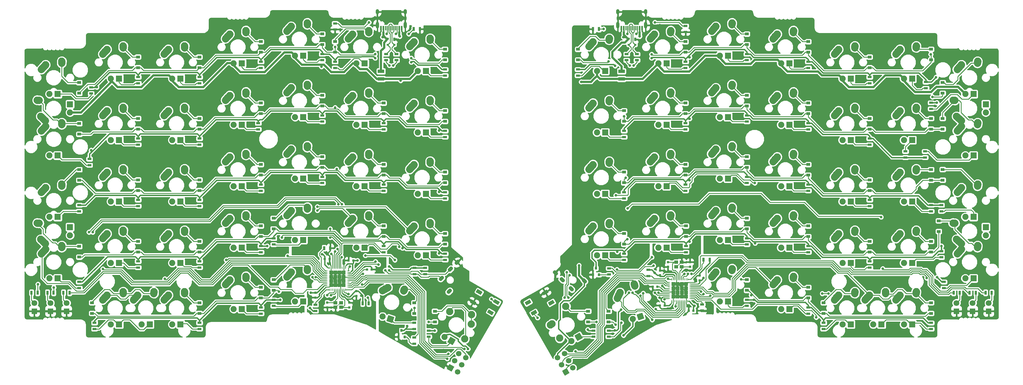
<source format=gbl>
G04 #@! TF.GenerationSoftware,KiCad,Pcbnew,(5.0.0)*
G04 #@! TF.CreationDate,2018-09-10T21:13:58+09:00*
G04 #@! TF.ProjectId,Orbit,4F726269742E6B696361645F70636200,rev?*
G04 #@! TF.SameCoordinates,Original*
G04 #@! TF.FileFunction,Copper,L2,Bot,Signal*
G04 #@! TF.FilePolarity,Positive*
%FSLAX46Y46*%
G04 Gerber Fmt 4.6, Leading zero omitted, Abs format (unit mm)*
G04 Created by KiCad (PCBNEW (5.0.0)) date 09/10/18 21:13:58*
%MOMM*%
%LPD*%
G01*
G04 APERTURE LIST*
G04 #@! TA.AperFunction,ComponentPad*
%ADD10C,1.800000*%
G04 #@! TD*
G04 #@! TA.AperFunction,ComponentPad*
%ADD11R,1.800000X1.800000*%
G04 #@! TD*
G04 #@! TA.AperFunction,SMDPad,CuDef*
%ADD12R,1.200000X0.900000*%
G04 #@! TD*
G04 #@! TA.AperFunction,ComponentPad*
%ADD13R,1.905000X1.905000*%
G04 #@! TD*
G04 #@! TA.AperFunction,ComponentPad*
%ADD14C,1.905000*%
G04 #@! TD*
G04 #@! TA.AperFunction,ComponentPad*
%ADD15C,2.250000*%
G04 #@! TD*
G04 #@! TA.AperFunction,Conductor*
%ADD16C,2.250000*%
G04 #@! TD*
G04 #@! TA.AperFunction,SMDPad,CuDef*
%ADD17R,0.700000X0.600000*%
G04 #@! TD*
G04 #@! TA.AperFunction,SMDPad,CuDef*
%ADD18R,0.700000X1.000000*%
G04 #@! TD*
G04 #@! TA.AperFunction,ComponentPad*
%ADD19C,1.200000*%
G04 #@! TD*
G04 #@! TA.AperFunction,Conductor*
%ADD20C,1.200000*%
G04 #@! TD*
G04 #@! TA.AperFunction,SMDPad,CuDef*
%ADD21R,2.030000X1.140000*%
G04 #@! TD*
G04 #@! TA.AperFunction,Conductor*
%ADD22C,0.100000*%
G04 #@! TD*
G04 #@! TA.AperFunction,SMDPad,CuDef*
%ADD23R,0.700000X1.300000*%
G04 #@! TD*
G04 #@! TA.AperFunction,SMDPad,CuDef*
%ADD24R,1.300000X0.700000*%
G04 #@! TD*
G04 #@! TA.AperFunction,ComponentPad*
%ADD25O,1.000000X1.600000*%
G04 #@! TD*
G04 #@! TA.AperFunction,ComponentPad*
%ADD26O,1.000000X2.100000*%
G04 #@! TD*
G04 #@! TA.AperFunction,SMDPad,CuDef*
%ADD27R,0.300000X1.450000*%
G04 #@! TD*
G04 #@! TA.AperFunction,SMDPad,CuDef*
%ADD28R,0.600000X1.450000*%
G04 #@! TD*
G04 #@! TA.AperFunction,ComponentPad*
%ADD29C,1.700000*%
G04 #@! TD*
G04 #@! TA.AperFunction,SMDPad,CuDef*
%ADD30R,0.800000X0.900000*%
G04 #@! TD*
G04 #@! TA.AperFunction,SMDPad,CuDef*
%ADD31R,1.287500X1.287500*%
G04 #@! TD*
G04 #@! TA.AperFunction,SMDPad,CuDef*
%ADD32R,0.250000X0.700000*%
G04 #@! TD*
G04 #@! TA.AperFunction,SMDPad,CuDef*
%ADD33R,0.700000X0.250000*%
G04 #@! TD*
G04 #@! TA.AperFunction,SMDPad,CuDef*
%ADD34R,0.750000X0.800000*%
G04 #@! TD*
G04 #@! TA.AperFunction,SMDPad,CuDef*
%ADD35R,0.800000X0.750000*%
G04 #@! TD*
G04 #@! TA.AperFunction,SMDPad,CuDef*
%ADD36R,1.150000X1.000000*%
G04 #@! TD*
G04 #@! TA.AperFunction,SMDPad,CuDef*
%ADD37C,1.100000*%
G04 #@! TD*
G04 #@! TA.AperFunction,ViaPad*
%ADD38C,0.800000*%
G04 #@! TD*
G04 #@! TA.AperFunction,Conductor*
%ADD39C,0.381000*%
G04 #@! TD*
G04 #@! TA.AperFunction,Conductor*
%ADD40C,0.254000*%
G04 #@! TD*
G04 #@! TA.AperFunction,Conductor*
%ADD41C,0.635000*%
G04 #@! TD*
G04 #@! TA.AperFunction,Conductor*
%ADD42C,0.203200*%
G04 #@! TD*
G04 APERTURE END LIST*
D10*
G04 #@! TO.P,D35,2*
G04 #@! TO.N,Net-(D35-Pad2)*
X38712500Y-119886250D03*
D11*
G04 #@! TO.P,D35,1*
G04 #@! TO.N,GND*
X38712500Y-122426250D03*
G04 #@! TD*
D10*
G04 #@! TO.P,D70,2*
G04 #@! TO.N,Net-(D70-Pad2)*
X324825000Y-119886250D03*
D11*
G04 #@! TO.P,D70,1*
G04 #@! TO.N,GNDA*
X324825000Y-122426250D03*
G04 #@! TD*
D10*
G04 #@! TO.P,D71,2*
G04 #@! TO.N,Net-(D71-Pad2)*
X43712500Y-119886250D03*
D11*
G04 #@! TO.P,D71,1*
G04 #@! TO.N,GND*
X43712500Y-122426250D03*
G04 #@! TD*
D10*
G04 #@! TO.P,D72,2*
G04 #@! TO.N,Net-(D72-Pad2)*
X33712500Y-119886250D03*
D11*
G04 #@! TO.P,D72,1*
G04 #@! TO.N,GND*
X33712500Y-122426250D03*
G04 #@! TD*
D10*
G04 #@! TO.P,D73,2*
G04 #@! TO.N,Net-(D73-Pad2)*
X319825000Y-119886250D03*
D11*
G04 #@! TO.P,D73,1*
G04 #@! TO.N,GNDA*
X319825000Y-122426250D03*
G04 #@! TD*
D10*
G04 #@! TO.P,D74,2*
G04 #@! TO.N,Net-(D74-Pad2)*
X329825000Y-119886250D03*
D11*
G04 #@! TO.P,D74,1*
G04 #@! TO.N,GNDA*
X329825000Y-122426250D03*
G04 #@! TD*
D12*
G04 #@! TO.P,D49,1*
G04 #@! TO.N,ROW1-R*
X315531500Y-65943750D03*
G04 #@! TO.P,D49,2*
G04 #@! TO.N,Net-(D49-Pad2)*
X315531500Y-62643750D03*
G04 #@! TD*
D13*
G04 #@! TO.P,MX7,4*
G04 #@! TO.N,Net-(MX7-Pad4)*
X155257500Y-47942500D03*
D14*
G04 #@! TO.P,MX7,3*
G04 #@! TO.N,+5V*
X152717500Y-47942500D03*
D15*
G04 #@! TO.P,MX7,1*
G04 #@! TO.N,COL6*
X151487500Y-38862500D03*
X150832501Y-39592500D03*
D16*
G04 #@! TD*
G04 #@! TO.N,COL6*
G04 #@! TO.C,MX7*
X150177500Y-40322500D02*
X151487502Y-38862500D01*
D15*
G04 #@! TO.P,MX7,2*
G04 #@! TO.N,Net-(D7-Pad2)*
X156527500Y-37782500D03*
X156507500Y-38072500D03*
D16*
G04 #@! TD*
G04 #@! TO.N,Net-(D7-Pad2)*
G04 #@! TO.C,MX7*
X156487500Y-38362500D02*
X156527500Y-37782500D01*
D17*
G04 #@! TO.P,U4,3*
G04 #@! TO.N,Net-(R84-Pad2)*
X218138500Y-39843750D03*
G04 #@! TO.P,U4,2*
G04 #@! TO.N,Net-(R83-Pad2)*
X220138500Y-39843750D03*
G04 #@! TO.P,U4,4*
G04 #@! TO.N,VDD*
X218138500Y-37943750D03*
D18*
G04 #@! TO.P,U4,1*
G04 #@! TO.N,GNDA*
X220138500Y-38143750D03*
G04 #@! TD*
D15*
G04 #@! TO.P,MX36,2*
G04 #@! TO.N,Net-(D37-Pad2)*
X231120000Y-35691250D03*
D16*
G04 #@! TD*
G04 #@! TO.N,Net-(D37-Pad2)*
G04 #@! TO.C,MX36*
X231100000Y-35981250D02*
X231140000Y-35401250D01*
D15*
G04 #@! TO.P,MX36,2*
G04 #@! TO.N,Net-(D37-Pad2)*
X231140000Y-35401250D03*
G04 #@! TO.P,MX36,1*
G04 #@! TO.N,COL1-R*
X225445001Y-37211250D03*
D16*
G04 #@! TD*
G04 #@! TO.N,COL1-R*
G04 #@! TO.C,MX36*
X224790000Y-37941250D02*
X226100002Y-36481250D01*
D15*
G04 #@! TO.P,MX36,1*
G04 #@! TO.N,COL1-R*
X226100000Y-36481250D03*
D14*
G04 #@! TO.P,MX36,3*
G04 #@! TO.N,+5VA*
X227330000Y-45561250D03*
D13*
G04 #@! TO.P,MX36,4*
G04 #@! TO.N,Net-(MX36-Pad4)*
X229870000Y-45561250D03*
G04 #@! TD*
D19*
G04 #@! TO.P,J1,1*
G04 #@! TO.N,GND*
X164918913Y-107291396D03*
D20*
G04 #@! TD*
G04 #@! TO.N,GND*
G04 #@! TO.C,J1*
X165131045Y-107079264D02*
X164706781Y-107503528D01*
D19*
G04 #@! TO.P,J1,2*
G04 #@! TO.N,SCL*
X162797593Y-109412717D03*
D20*
G04 #@! TD*
G04 #@! TO.N,SCL*
G04 #@! TO.C,J1*
X163009725Y-109200585D02*
X162585461Y-109624849D01*
D19*
G04 #@! TO.P,J1,3*
G04 #@! TO.N,SDA*
X159969165Y-112241144D03*
D20*
G04 #@! TD*
G04 #@! TO.N,SDA*
G04 #@! TO.C,J1*
X160181297Y-112029012D02*
X159757033Y-112453276D01*
D19*
G04 #@! TO.P,J1,4*
G04 #@! TO.N,+5V*
X162444039Y-116271652D03*
D20*
G04 #@! TD*
G04 #@! TO.N,+5V*
G04 #@! TO.C,J1*
X162656171Y-116059520D02*
X162231907Y-116483784D01*
D12*
G04 #@! TO.P,D1,1*
G04 #@! TO.N,ROW0*
X47625000Y-54831250D03*
G04 #@! TO.P,D1,2*
G04 #@! TO.N,Net-(D1-Pad2)*
X47625000Y-51531250D03*
G04 #@! TD*
G04 #@! TO.P,D2,1*
G04 #@! TO.N,ROW0*
X65881250Y-46893750D03*
G04 #@! TO.P,D2,2*
G04 #@! TO.N,Net-(D2-Pad2)*
X65881250Y-43593750D03*
G04 #@! TD*
G04 #@! TO.P,D3,1*
G04 #@! TO.N,ROW0*
X84931250Y-46893750D03*
G04 #@! TO.P,D3,2*
G04 #@! TO.N,Net-(D3-Pad2)*
X84931250Y-43593750D03*
G04 #@! TD*
G04 #@! TO.P,D4,1*
G04 #@! TO.N,ROW0*
X103981250Y-42131250D03*
G04 #@! TO.P,D4,2*
G04 #@! TO.N,Net-(D4-Pad2)*
X103981250Y-38831250D03*
G04 #@! TD*
G04 #@! TO.P,D5,1*
G04 #@! TO.N,ROW0*
X123031250Y-39750000D03*
G04 #@! TO.P,D5,2*
G04 #@! TO.N,Net-(D5-Pad2)*
X123031250Y-36450000D03*
G04 #@! TD*
G04 #@! TO.P,D6,2*
G04 #@! TO.N,Net-(D6-Pad2)*
X127000000Y-38831250D03*
G04 #@! TO.P,D6,1*
G04 #@! TO.N,ROW0*
X127000000Y-42131250D03*
G04 #@! TD*
G04 #@! TO.P,D7,2*
G04 #@! TO.N,Net-(D7-Pad2)*
X161131250Y-41212500D03*
G04 #@! TO.P,D7,1*
G04 #@! TO.N,ROW0*
X161131250Y-44512500D03*
G04 #@! TD*
G04 #@! TO.P,D8,2*
G04 #@! TO.N,Net-(D8-Pad2)*
X47625000Y-64231250D03*
G04 #@! TO.P,D8,1*
G04 #@! TO.N,ROW1*
X47625000Y-67531250D03*
G04 #@! TD*
G04 #@! TO.P,D9,1*
G04 #@! TO.N,ROW1*
X65881250Y-65943750D03*
G04 #@! TO.P,D9,2*
G04 #@! TO.N,Net-(D9-Pad2)*
X65881250Y-62643750D03*
G04 #@! TD*
G04 #@! TO.P,D10,1*
G04 #@! TO.N,ROW1*
X84931250Y-65943750D03*
G04 #@! TO.P,D10,2*
G04 #@! TO.N,Net-(D10-Pad2)*
X84931250Y-62643750D03*
G04 #@! TD*
G04 #@! TO.P,D11,1*
G04 #@! TO.N,ROW1*
X103981250Y-61181250D03*
G04 #@! TO.P,D11,2*
G04 #@! TO.N,Net-(D11-Pad2)*
X103981250Y-57881250D03*
G04 #@! TD*
G04 #@! TO.P,D12,1*
G04 #@! TO.N,ROW1*
X123031250Y-58800000D03*
G04 #@! TO.P,D12,2*
G04 #@! TO.N,Net-(D12-Pad2)*
X123031250Y-55500000D03*
G04 #@! TD*
G04 #@! TO.P,D13,1*
G04 #@! TO.N,ROW1*
X142081250Y-61181250D03*
G04 #@! TO.P,D13,2*
G04 #@! TO.N,Net-(D13-Pad2)*
X142081250Y-57881250D03*
G04 #@! TD*
G04 #@! TO.P,D14,2*
G04 #@! TO.N,Net-(D14-Pad2)*
X161131250Y-60262500D03*
G04 #@! TO.P,D14,1*
G04 #@! TO.N,ROW1*
X161131250Y-63562500D03*
G04 #@! TD*
G04 #@! TO.P,D15,2*
G04 #@! TO.N,Net-(D15-Pad2)*
X47625000Y-78518750D03*
G04 #@! TO.P,D15,1*
G04 #@! TO.N,ROW2*
X47625000Y-81818750D03*
G04 #@! TD*
G04 #@! TO.P,D16,1*
G04 #@! TO.N,ROW2*
X65881250Y-84993750D03*
G04 #@! TO.P,D16,2*
G04 #@! TO.N,Net-(D16-Pad2)*
X65881250Y-81693750D03*
G04 #@! TD*
G04 #@! TO.P,D17,1*
G04 #@! TO.N,ROW2*
X84931250Y-84993750D03*
G04 #@! TO.P,D17,2*
G04 #@! TO.N,Net-(D17-Pad2)*
X84931250Y-81693750D03*
G04 #@! TD*
G04 #@! TO.P,D18,2*
G04 #@! TO.N,Net-(D18-Pad2)*
X103981250Y-76931250D03*
G04 #@! TO.P,D18,1*
G04 #@! TO.N,ROW2*
X103981250Y-80231250D03*
G04 #@! TD*
G04 #@! TO.P,D19,2*
G04 #@! TO.N,Net-(D19-Pad2)*
X123031250Y-74550000D03*
G04 #@! TO.P,D19,1*
G04 #@! TO.N,ROW2*
X123031250Y-77850000D03*
G04 #@! TD*
G04 #@! TO.P,D20,2*
G04 #@! TO.N,Net-(D20-Pad2)*
X142081250Y-76931250D03*
G04 #@! TO.P,D20,1*
G04 #@! TO.N,ROW2*
X142081250Y-80231250D03*
G04 #@! TD*
G04 #@! TO.P,D21,1*
G04 #@! TO.N,ROW2*
X161131250Y-82612500D03*
G04 #@! TO.P,D21,2*
G04 #@! TO.N,Net-(D21-Pad2)*
X161131250Y-79312500D03*
G04 #@! TD*
G04 #@! TO.P,D22,1*
G04 #@! TO.N,ROW3*
X47625000Y-105631250D03*
G04 #@! TO.P,D22,2*
G04 #@! TO.N,Net-(D22-Pad2)*
X47625000Y-102331250D03*
G04 #@! TD*
G04 #@! TO.P,D23,2*
G04 #@! TO.N,Net-(D23-Pad2)*
X65881250Y-100743750D03*
G04 #@! TO.P,D23,1*
G04 #@! TO.N,ROW3*
X65881250Y-104043750D03*
G04 #@! TD*
G04 #@! TO.P,D24,1*
G04 #@! TO.N,ROW3*
X84931250Y-104043750D03*
G04 #@! TO.P,D24,2*
G04 #@! TO.N,Net-(D24-Pad2)*
X84931250Y-100743750D03*
G04 #@! TD*
G04 #@! TO.P,D25,2*
G04 #@! TO.N,Net-(D25-Pad2)*
X103981250Y-95981250D03*
G04 #@! TO.P,D25,1*
G04 #@! TO.N,ROW3*
X103981250Y-99281250D03*
G04 #@! TD*
G04 #@! TO.P,D26,2*
G04 #@! TO.N,Net-(D26-Pad2)*
X107950000Y-93600000D03*
G04 #@! TO.P,D26,1*
G04 #@! TO.N,ROW3*
X107950000Y-96900000D03*
G04 #@! TD*
G04 #@! TO.P,D27,2*
G04 #@! TO.N,Net-(D27-Pad2)*
X142081250Y-95981250D03*
G04 #@! TO.P,D27,1*
G04 #@! TO.N,ROW3*
X142081250Y-99281250D03*
G04 #@! TD*
G04 #@! TO.P,D28,1*
G04 #@! TO.N,ROW3*
X161131250Y-101662500D03*
G04 #@! TO.P,D28,2*
G04 #@! TO.N,Net-(D28-Pad2)*
X161131250Y-98362500D03*
G04 #@! TD*
G04 #@! TO.P,D29,2*
G04 #@! TO.N,Net-(D29-Pad2)*
X51593750Y-119793750D03*
G04 #@! TO.P,D29,1*
G04 #@! TO.N,ROW4*
X51593750Y-123093750D03*
G04 #@! TD*
G04 #@! TO.P,D30,2*
G04 #@! TO.N,Net-(D30-Pad2)*
X84931250Y-119793750D03*
G04 #@! TO.P,D30,1*
G04 #@! TO.N,ROW4*
X84931250Y-123093750D03*
G04 #@! TD*
G04 #@! TO.P,D31,2*
G04 #@! TO.N,Net-(D31-Pad2)*
X103981250Y-115031250D03*
G04 #@! TO.P,D31,1*
G04 #@! TO.N,ROW4*
X103981250Y-118331250D03*
G04 #@! TD*
G04 #@! TO.P,D32,2*
G04 #@! TO.N,Net-(D32-Pad2)*
X107950000Y-112650000D03*
G04 #@! TO.P,D32,1*
G04 #@! TO.N,ROW4*
X107950000Y-115950000D03*
G04 #@! TD*
G04 #@! TO.P,D33,1*
G04 #@! TO.N,ROW4*
X151606250Y-123093750D03*
G04 #@! TO.P,D33,2*
G04 #@! TO.N,Net-(D33-Pad2)*
X151606250Y-119793750D03*
G04 #@! TD*
G04 #@! TO.P,D34,2*
G04 #@! TO.N,Net-(D34-Pad2)*
X157988000Y-122429000D03*
G04 #@! TO.P,D34,1*
G04 #@! TO.N,ROW4*
X157988000Y-125729000D03*
G04 #@! TD*
D21*
G04 #@! TO.P,F1,2*
G04 #@! TO.N,VCC*
X141287500Y-48012500D03*
G04 #@! TO.P,F1,1*
G04 #@! TO.N,+5V*
X141287500Y-50412500D03*
G04 #@! TD*
D15*
G04 #@! TO.P,MX1,2*
G04 #@! TO.N,Net-(D1-Pad2)*
X42207500Y-45216250D03*
D16*
G04 #@! TD*
G04 #@! TO.N,Net-(D1-Pad2)*
G04 #@! TO.C,MX1*
X42187500Y-45506250D02*
X42227500Y-44926250D01*
D15*
G04 #@! TO.P,MX1,2*
G04 #@! TO.N,Net-(D1-Pad2)*
X42227500Y-44926250D03*
G04 #@! TO.P,MX1,1*
G04 #@! TO.N,COL0*
X36532501Y-46736250D03*
D16*
G04 #@! TD*
G04 #@! TO.N,COL0*
G04 #@! TO.C,MX1*
X35877500Y-47466250D02*
X37187502Y-46006250D01*
D15*
G04 #@! TO.P,MX1,1*
G04 #@! TO.N,COL0*
X37187500Y-46006250D03*
D14*
G04 #@! TO.P,MX1,3*
G04 #@! TO.N,+5V*
X38417500Y-55086250D03*
D13*
G04 #@! TO.P,MX1,4*
G04 #@! TO.N,Net-(MX1-Pad4)*
X40957500Y-55086250D03*
G04 #@! TD*
G04 #@! TO.P,MX2,4*
G04 #@! TO.N,Net-(MX2-Pad4)*
X60007500Y-50323750D03*
D14*
G04 #@! TO.P,MX2,3*
G04 #@! TO.N,+5V*
X57467500Y-50323750D03*
D15*
G04 #@! TO.P,MX2,1*
G04 #@! TO.N,COL1*
X56237500Y-41243750D03*
X55582501Y-41973750D03*
D16*
G04 #@! TD*
G04 #@! TO.N,COL1*
G04 #@! TO.C,MX2*
X54927500Y-42703750D02*
X56237502Y-41243750D01*
D15*
G04 #@! TO.P,MX2,2*
G04 #@! TO.N,Net-(D2-Pad2)*
X61277500Y-40163750D03*
X61257500Y-40453750D03*
D16*
G04 #@! TD*
G04 #@! TO.N,Net-(D2-Pad2)*
G04 #@! TO.C,MX2*
X61237500Y-40743750D02*
X61277500Y-40163750D01*
D15*
G04 #@! TO.P,MX3,2*
G04 #@! TO.N,Net-(D3-Pad2)*
X80307500Y-40453750D03*
D16*
G04 #@! TD*
G04 #@! TO.N,Net-(D3-Pad2)*
G04 #@! TO.C,MX3*
X80287500Y-40743750D02*
X80327500Y-40163750D01*
D15*
G04 #@! TO.P,MX3,2*
G04 #@! TO.N,Net-(D3-Pad2)*
X80327500Y-40163750D03*
G04 #@! TO.P,MX3,1*
G04 #@! TO.N,COL2*
X74632501Y-41973750D03*
D16*
G04 #@! TD*
G04 #@! TO.N,COL2*
G04 #@! TO.C,MX3*
X73977500Y-42703750D02*
X75287502Y-41243750D01*
D15*
G04 #@! TO.P,MX3,1*
G04 #@! TO.N,COL2*
X75287500Y-41243750D03*
D14*
G04 #@! TO.P,MX3,3*
G04 #@! TO.N,+5V*
X76517500Y-50323750D03*
D13*
G04 #@! TO.P,MX3,4*
G04 #@! TO.N,Net-(MX3-Pad4)*
X79057500Y-50323750D03*
G04 #@! TD*
D15*
G04 #@! TO.P,MX4,2*
G04 #@! TO.N,Net-(D4-Pad2)*
X99357500Y-35691250D03*
D16*
G04 #@! TD*
G04 #@! TO.N,Net-(D4-Pad2)*
G04 #@! TO.C,MX4*
X99337500Y-35981250D02*
X99377500Y-35401250D01*
D15*
G04 #@! TO.P,MX4,2*
G04 #@! TO.N,Net-(D4-Pad2)*
X99377500Y-35401250D03*
G04 #@! TO.P,MX4,1*
G04 #@! TO.N,COL3*
X93682501Y-37211250D03*
D16*
G04 #@! TD*
G04 #@! TO.N,COL3*
G04 #@! TO.C,MX4*
X93027500Y-37941250D02*
X94337502Y-36481250D01*
D15*
G04 #@! TO.P,MX4,1*
G04 #@! TO.N,COL3*
X94337500Y-36481250D03*
D14*
G04 #@! TO.P,MX4,3*
G04 #@! TO.N,+5V*
X95567500Y-45561250D03*
D13*
G04 #@! TO.P,MX4,4*
G04 #@! TO.N,Net-(MX4-Pad4)*
X98107500Y-45561250D03*
G04 #@! TD*
G04 #@! TO.P,MX5,4*
G04 #@! TO.N,Net-(MX5-Pad4)*
X117157500Y-43180000D03*
D14*
G04 #@! TO.P,MX5,3*
G04 #@! TO.N,+5V*
X114617500Y-43180000D03*
D15*
G04 #@! TO.P,MX5,1*
G04 #@! TO.N,COL4*
X113387500Y-34100000D03*
X112732501Y-34830000D03*
D16*
G04 #@! TD*
G04 #@! TO.N,COL4*
G04 #@! TO.C,MX5*
X112077500Y-35560000D02*
X113387502Y-34100000D01*
D15*
G04 #@! TO.P,MX5,2*
G04 #@! TO.N,Net-(D5-Pad2)*
X118427500Y-33020000D03*
X118407500Y-33310000D03*
D16*
G04 #@! TD*
G04 #@! TO.N,Net-(D5-Pad2)*
G04 #@! TO.C,MX5*
X118387500Y-33600000D02*
X118427500Y-33020000D01*
D13*
G04 #@! TO.P,MX6,4*
G04 #@! TO.N,Net-(MX6-Pad4)*
X136207500Y-45561250D03*
D14*
G04 #@! TO.P,MX6,3*
G04 #@! TO.N,+5V*
X133667500Y-45561250D03*
D15*
G04 #@! TO.P,MX6,1*
G04 #@! TO.N,COL5*
X132437500Y-36481250D03*
X131782501Y-37211250D03*
D16*
G04 #@! TD*
G04 #@! TO.N,COL5*
G04 #@! TO.C,MX6*
X131127500Y-37941250D02*
X132437502Y-36481250D01*
D15*
G04 #@! TO.P,MX6,2*
G04 #@! TO.N,Net-(D6-Pad2)*
X137477500Y-35401250D03*
X137457500Y-35691250D03*
D16*
G04 #@! TD*
G04 #@! TO.N,Net-(D6-Pad2)*
G04 #@! TO.C,MX6*
X137437500Y-35981250D02*
X137477500Y-35401250D01*
D15*
G04 #@! TO.P,MX8,2*
G04 #@! TO.N,Net-(D8-Pad2)*
X42207500Y-64266250D03*
D16*
G04 #@! TD*
G04 #@! TO.N,Net-(D8-Pad2)*
G04 #@! TO.C,MX8*
X42187500Y-64556250D02*
X42227500Y-63976250D01*
D15*
G04 #@! TO.P,MX8,2*
G04 #@! TO.N,Net-(D8-Pad2)*
X42227500Y-63976250D03*
G04 #@! TO.P,MX8,1*
G04 #@! TO.N,COL0*
X36532501Y-65786250D03*
D16*
G04 #@! TD*
G04 #@! TO.N,COL0*
G04 #@! TO.C,MX8*
X35877500Y-66516250D02*
X37187502Y-65056250D01*
D15*
G04 #@! TO.P,MX8,1*
G04 #@! TO.N,COL0*
X37187500Y-65056250D03*
D14*
G04 #@! TO.P,MX8,3*
G04 #@! TO.N,+5V*
X38417500Y-74136250D03*
D13*
G04 #@! TO.P,MX8,4*
G04 #@! TO.N,Net-(MX8-Pad4)*
X40957500Y-74136250D03*
G04 #@! TD*
G04 #@! TO.P,MX9,4*
G04 #@! TO.N,Net-(MX9-Pad4)*
X60007500Y-69373750D03*
D14*
G04 #@! TO.P,MX9,3*
G04 #@! TO.N,+5V*
X57467500Y-69373750D03*
D15*
G04 #@! TO.P,MX9,1*
G04 #@! TO.N,COL1*
X56237500Y-60293750D03*
X55582501Y-61023750D03*
D16*
G04 #@! TD*
G04 #@! TO.N,COL1*
G04 #@! TO.C,MX9*
X54927500Y-61753750D02*
X56237502Y-60293750D01*
D15*
G04 #@! TO.P,MX9,2*
G04 #@! TO.N,Net-(D9-Pad2)*
X61277500Y-59213750D03*
X61257500Y-59503750D03*
D16*
G04 #@! TD*
G04 #@! TO.N,Net-(D9-Pad2)*
G04 #@! TO.C,MX9*
X61237500Y-59793750D02*
X61277500Y-59213750D01*
D15*
G04 #@! TO.P,MX10,2*
G04 #@! TO.N,Net-(D10-Pad2)*
X80307500Y-59503750D03*
D16*
G04 #@! TD*
G04 #@! TO.N,Net-(D10-Pad2)*
G04 #@! TO.C,MX10*
X80287500Y-59793750D02*
X80327500Y-59213750D01*
D15*
G04 #@! TO.P,MX10,2*
G04 #@! TO.N,Net-(D10-Pad2)*
X80327500Y-59213750D03*
G04 #@! TO.P,MX10,1*
G04 #@! TO.N,COL2*
X74632501Y-61023750D03*
D16*
G04 #@! TD*
G04 #@! TO.N,COL2*
G04 #@! TO.C,MX10*
X73977500Y-61753750D02*
X75287502Y-60293750D01*
D15*
G04 #@! TO.P,MX10,1*
G04 #@! TO.N,COL2*
X75287500Y-60293750D03*
D14*
G04 #@! TO.P,MX10,3*
G04 #@! TO.N,+5V*
X76517500Y-69373750D03*
D13*
G04 #@! TO.P,MX10,4*
G04 #@! TO.N,Net-(MX10-Pad4)*
X79057500Y-69373750D03*
G04 #@! TD*
G04 #@! TO.P,MX11,4*
G04 #@! TO.N,Net-(MX11-Pad4)*
X98107500Y-64611250D03*
D14*
G04 #@! TO.P,MX11,3*
G04 #@! TO.N,+5V*
X95567500Y-64611250D03*
D15*
G04 #@! TO.P,MX11,1*
G04 #@! TO.N,COL3*
X94337500Y-55531250D03*
X93682501Y-56261250D03*
D16*
G04 #@! TD*
G04 #@! TO.N,COL3*
G04 #@! TO.C,MX11*
X93027500Y-56991250D02*
X94337502Y-55531250D01*
D15*
G04 #@! TO.P,MX11,2*
G04 #@! TO.N,Net-(D11-Pad2)*
X99377500Y-54451250D03*
X99357500Y-54741250D03*
D16*
G04 #@! TD*
G04 #@! TO.N,Net-(D11-Pad2)*
G04 #@! TO.C,MX11*
X99337500Y-55031250D02*
X99377500Y-54451250D01*
D15*
G04 #@! TO.P,MX12,2*
G04 #@! TO.N,Net-(D12-Pad2)*
X118407500Y-52360000D03*
D16*
G04 #@! TD*
G04 #@! TO.N,Net-(D12-Pad2)*
G04 #@! TO.C,MX12*
X118387500Y-52650000D02*
X118427500Y-52070000D01*
D15*
G04 #@! TO.P,MX12,2*
G04 #@! TO.N,Net-(D12-Pad2)*
X118427500Y-52070000D03*
G04 #@! TO.P,MX12,1*
G04 #@! TO.N,COL4*
X112732501Y-53880000D03*
D16*
G04 #@! TD*
G04 #@! TO.N,COL4*
G04 #@! TO.C,MX12*
X112077500Y-54610000D02*
X113387502Y-53150000D01*
D15*
G04 #@! TO.P,MX12,1*
G04 #@! TO.N,COL4*
X113387500Y-53150000D03*
D14*
G04 #@! TO.P,MX12,3*
G04 #@! TO.N,+5V*
X114617500Y-62230000D03*
D13*
G04 #@! TO.P,MX12,4*
G04 #@! TO.N,Net-(MX12-Pad4)*
X117157500Y-62230000D03*
G04 #@! TD*
D15*
G04 #@! TO.P,MX13,2*
G04 #@! TO.N,Net-(D13-Pad2)*
X137457500Y-54741250D03*
D16*
G04 #@! TD*
G04 #@! TO.N,Net-(D13-Pad2)*
G04 #@! TO.C,MX13*
X137437500Y-55031250D02*
X137477500Y-54451250D01*
D15*
G04 #@! TO.P,MX13,2*
G04 #@! TO.N,Net-(D13-Pad2)*
X137477500Y-54451250D03*
G04 #@! TO.P,MX13,1*
G04 #@! TO.N,COL5*
X131782501Y-56261250D03*
D16*
G04 #@! TD*
G04 #@! TO.N,COL5*
G04 #@! TO.C,MX13*
X131127500Y-56991250D02*
X132437502Y-55531250D01*
D15*
G04 #@! TO.P,MX13,1*
G04 #@! TO.N,COL5*
X132437500Y-55531250D03*
D14*
G04 #@! TO.P,MX13,3*
G04 #@! TO.N,+5V*
X133667500Y-64611250D03*
D13*
G04 #@! TO.P,MX13,4*
G04 #@! TO.N,Net-(MX13-Pad4)*
X136207500Y-64611250D03*
G04 #@! TD*
G04 #@! TO.P,MX14,4*
G04 #@! TO.N,Net-(MX14-Pad4)*
X155257500Y-66992500D03*
D14*
G04 #@! TO.P,MX14,3*
G04 #@! TO.N,+5V*
X152717500Y-66992500D03*
D15*
G04 #@! TO.P,MX14,1*
G04 #@! TO.N,COL6*
X151487500Y-57912500D03*
X150832501Y-58642500D03*
D16*
G04 #@! TD*
G04 #@! TO.N,COL6*
G04 #@! TO.C,MX14*
X150177500Y-59372500D02*
X151487502Y-57912500D01*
D15*
G04 #@! TO.P,MX14,2*
G04 #@! TO.N,Net-(D14-Pad2)*
X156527500Y-56832500D03*
X156507500Y-57122500D03*
D16*
G04 #@! TD*
G04 #@! TO.N,Net-(D14-Pad2)*
G04 #@! TO.C,MX14*
X156487500Y-57412500D02*
X156527500Y-56832500D01*
D13*
G04 #@! TO.P,MX15,4*
G04 #@! TO.N,Net-(MX15-Pad4)*
X40957500Y-93186250D03*
D14*
G04 #@! TO.P,MX15,3*
G04 #@! TO.N,+5V*
X38417500Y-93186250D03*
D15*
G04 #@! TO.P,MX15,1*
G04 #@! TO.N,COL0*
X37187500Y-84106250D03*
X36532501Y-84836250D03*
D16*
G04 #@! TD*
G04 #@! TO.N,COL0*
G04 #@! TO.C,MX15*
X35877500Y-85566250D02*
X37187502Y-84106250D01*
D15*
G04 #@! TO.P,MX15,2*
G04 #@! TO.N,Net-(D15-Pad2)*
X42227500Y-83026250D03*
X42207500Y-83316250D03*
D16*
G04 #@! TD*
G04 #@! TO.N,Net-(D15-Pad2)*
G04 #@! TO.C,MX15*
X42187500Y-83606250D02*
X42227500Y-83026250D01*
D15*
G04 #@! TO.P,MX16,2*
G04 #@! TO.N,Net-(D16-Pad2)*
X61257500Y-78553750D03*
D16*
G04 #@! TD*
G04 #@! TO.N,Net-(D16-Pad2)*
G04 #@! TO.C,MX16*
X61237500Y-78843750D02*
X61277500Y-78263750D01*
D15*
G04 #@! TO.P,MX16,2*
G04 #@! TO.N,Net-(D16-Pad2)*
X61277500Y-78263750D03*
G04 #@! TO.P,MX16,1*
G04 #@! TO.N,COL1*
X55582501Y-80073750D03*
D16*
G04 #@! TD*
G04 #@! TO.N,COL1*
G04 #@! TO.C,MX16*
X54927500Y-80803750D02*
X56237502Y-79343750D01*
D15*
G04 #@! TO.P,MX16,1*
G04 #@! TO.N,COL1*
X56237500Y-79343750D03*
D14*
G04 #@! TO.P,MX16,3*
G04 #@! TO.N,+5V*
X57467500Y-88423750D03*
D13*
G04 #@! TO.P,MX16,4*
G04 #@! TO.N,Net-(MX16-Pad4)*
X60007500Y-88423750D03*
G04 #@! TD*
D15*
G04 #@! TO.P,MX17,2*
G04 #@! TO.N,Net-(D17-Pad2)*
X80307500Y-78553750D03*
D16*
G04 #@! TD*
G04 #@! TO.N,Net-(D17-Pad2)*
G04 #@! TO.C,MX17*
X80287500Y-78843750D02*
X80327500Y-78263750D01*
D15*
G04 #@! TO.P,MX17,2*
G04 #@! TO.N,Net-(D17-Pad2)*
X80327500Y-78263750D03*
G04 #@! TO.P,MX17,1*
G04 #@! TO.N,COL2*
X74632501Y-80073750D03*
D16*
G04 #@! TD*
G04 #@! TO.N,COL2*
G04 #@! TO.C,MX17*
X73977500Y-80803750D02*
X75287502Y-79343750D01*
D15*
G04 #@! TO.P,MX17,1*
G04 #@! TO.N,COL2*
X75287500Y-79343750D03*
D14*
G04 #@! TO.P,MX17,3*
G04 #@! TO.N,+5V*
X76517500Y-88423750D03*
D13*
G04 #@! TO.P,MX17,4*
G04 #@! TO.N,Net-(MX17-Pad4)*
X79057500Y-88423750D03*
G04 #@! TD*
D15*
G04 #@! TO.P,MX18,2*
G04 #@! TO.N,Net-(D18-Pad2)*
X99357500Y-73791250D03*
D16*
G04 #@! TD*
G04 #@! TO.N,Net-(D18-Pad2)*
G04 #@! TO.C,MX18*
X99337500Y-74081250D02*
X99377500Y-73501250D01*
D15*
G04 #@! TO.P,MX18,2*
G04 #@! TO.N,Net-(D18-Pad2)*
X99377500Y-73501250D03*
G04 #@! TO.P,MX18,1*
G04 #@! TO.N,COL3*
X93682501Y-75311250D03*
D16*
G04 #@! TD*
G04 #@! TO.N,COL3*
G04 #@! TO.C,MX18*
X93027500Y-76041250D02*
X94337502Y-74581250D01*
D15*
G04 #@! TO.P,MX18,1*
G04 #@! TO.N,COL3*
X94337500Y-74581250D03*
D14*
G04 #@! TO.P,MX18,3*
G04 #@! TO.N,+5V*
X95567500Y-83661250D03*
D13*
G04 #@! TO.P,MX18,4*
G04 #@! TO.N,Net-(MX18-Pad4)*
X98107500Y-83661250D03*
G04 #@! TD*
G04 #@! TO.P,MX19,4*
G04 #@! TO.N,Net-(MX19-Pad4)*
X117157500Y-81280000D03*
D14*
G04 #@! TO.P,MX19,3*
G04 #@! TO.N,+5V*
X114617500Y-81280000D03*
D15*
G04 #@! TO.P,MX19,1*
G04 #@! TO.N,COL4*
X113387500Y-72200000D03*
X112732501Y-72930000D03*
D16*
G04 #@! TD*
G04 #@! TO.N,COL4*
G04 #@! TO.C,MX19*
X112077500Y-73660000D02*
X113387502Y-72200000D01*
D15*
G04 #@! TO.P,MX19,2*
G04 #@! TO.N,Net-(D19-Pad2)*
X118427500Y-71120000D03*
X118407500Y-71410000D03*
D16*
G04 #@! TD*
G04 #@! TO.N,Net-(D19-Pad2)*
G04 #@! TO.C,MX19*
X118387500Y-71700000D02*
X118427500Y-71120000D01*
D13*
G04 #@! TO.P,MX20,4*
G04 #@! TO.N,Net-(MX20-Pad4)*
X136207500Y-83661250D03*
D14*
G04 #@! TO.P,MX20,3*
G04 #@! TO.N,+5V*
X133667500Y-83661250D03*
D15*
G04 #@! TO.P,MX20,1*
G04 #@! TO.N,COL5*
X132437500Y-74581250D03*
X131782501Y-75311250D03*
D16*
G04 #@! TD*
G04 #@! TO.N,COL5*
G04 #@! TO.C,MX20*
X131127500Y-76041250D02*
X132437502Y-74581250D01*
D15*
G04 #@! TO.P,MX20,2*
G04 #@! TO.N,Net-(D20-Pad2)*
X137477500Y-73501250D03*
X137457500Y-73791250D03*
D16*
G04 #@! TD*
G04 #@! TO.N,Net-(D20-Pad2)*
G04 #@! TO.C,MX20*
X137437500Y-74081250D02*
X137477500Y-73501250D01*
D15*
G04 #@! TO.P,MX21,2*
G04 #@! TO.N,Net-(D21-Pad2)*
X156507500Y-76172500D03*
D16*
G04 #@! TD*
G04 #@! TO.N,Net-(D21-Pad2)*
G04 #@! TO.C,MX21*
X156487500Y-76462500D02*
X156527500Y-75882500D01*
D15*
G04 #@! TO.P,MX21,2*
G04 #@! TO.N,Net-(D21-Pad2)*
X156527500Y-75882500D03*
G04 #@! TO.P,MX21,1*
G04 #@! TO.N,COL6*
X150832501Y-77692500D03*
D16*
G04 #@! TD*
G04 #@! TO.N,COL6*
G04 #@! TO.C,MX21*
X150177500Y-78422500D02*
X151487502Y-76962500D01*
D15*
G04 #@! TO.P,MX21,1*
G04 #@! TO.N,COL6*
X151487500Y-76962500D03*
D14*
G04 #@! TO.P,MX21,3*
G04 #@! TO.N,+5V*
X152717500Y-86042500D03*
D13*
G04 #@! TO.P,MX21,4*
G04 #@! TO.N,Net-(MX21-Pad4)*
X155257500Y-86042500D03*
G04 #@! TD*
D15*
G04 #@! TO.P,MX22,2*
G04 #@! TO.N,Net-(D22-Pad2)*
X42207500Y-102366250D03*
D16*
G04 #@! TD*
G04 #@! TO.N,Net-(D22-Pad2)*
G04 #@! TO.C,MX22*
X42187500Y-102656250D02*
X42227500Y-102076250D01*
D15*
G04 #@! TO.P,MX22,2*
G04 #@! TO.N,Net-(D22-Pad2)*
X42227500Y-102076250D03*
G04 #@! TO.P,MX22,1*
G04 #@! TO.N,COL0*
X36532501Y-103886250D03*
D16*
G04 #@! TD*
G04 #@! TO.N,COL0*
G04 #@! TO.C,MX22*
X35877500Y-104616250D02*
X37187502Y-103156250D01*
D15*
G04 #@! TO.P,MX22,1*
G04 #@! TO.N,COL0*
X37187500Y-103156250D03*
D14*
G04 #@! TO.P,MX22,3*
G04 #@! TO.N,+5V*
X38417500Y-112236250D03*
D13*
G04 #@! TO.P,MX22,4*
G04 #@! TO.N,Net-(MX22-Pad4)*
X40957500Y-112236250D03*
G04 #@! TD*
D15*
G04 #@! TO.P,MX23,2*
G04 #@! TO.N,Net-(D23-Pad2)*
X61257500Y-97603750D03*
D16*
G04 #@! TD*
G04 #@! TO.N,Net-(D23-Pad2)*
G04 #@! TO.C,MX23*
X61237500Y-97893750D02*
X61277500Y-97313750D01*
D15*
G04 #@! TO.P,MX23,2*
G04 #@! TO.N,Net-(D23-Pad2)*
X61277500Y-97313750D03*
G04 #@! TO.P,MX23,1*
G04 #@! TO.N,COL1*
X55582501Y-99123750D03*
D16*
G04 #@! TD*
G04 #@! TO.N,COL1*
G04 #@! TO.C,MX23*
X54927500Y-99853750D02*
X56237502Y-98393750D01*
D15*
G04 #@! TO.P,MX23,1*
G04 #@! TO.N,COL1*
X56237500Y-98393750D03*
D14*
G04 #@! TO.P,MX23,3*
G04 #@! TO.N,+5V*
X57467500Y-107473750D03*
D13*
G04 #@! TO.P,MX23,4*
G04 #@! TO.N,Net-(MX23-Pad4)*
X60007500Y-107473750D03*
G04 #@! TD*
D15*
G04 #@! TO.P,MX24,2*
G04 #@! TO.N,Net-(D24-Pad2)*
X80307500Y-97603750D03*
D16*
G04 #@! TD*
G04 #@! TO.N,Net-(D24-Pad2)*
G04 #@! TO.C,MX24*
X80287500Y-97893750D02*
X80327500Y-97313750D01*
D15*
G04 #@! TO.P,MX24,2*
G04 #@! TO.N,Net-(D24-Pad2)*
X80327500Y-97313750D03*
G04 #@! TO.P,MX24,1*
G04 #@! TO.N,COL2*
X74632501Y-99123750D03*
D16*
G04 #@! TD*
G04 #@! TO.N,COL2*
G04 #@! TO.C,MX24*
X73977500Y-99853750D02*
X75287502Y-98393750D01*
D15*
G04 #@! TO.P,MX24,1*
G04 #@! TO.N,COL2*
X75287500Y-98393750D03*
D14*
G04 #@! TO.P,MX24,3*
G04 #@! TO.N,+5V*
X76517500Y-107473750D03*
D13*
G04 #@! TO.P,MX24,4*
G04 #@! TO.N,Net-(MX24-Pad4)*
X79057500Y-107473750D03*
G04 #@! TD*
G04 #@! TO.P,MX25,4*
G04 #@! TO.N,Net-(MX25-Pad4)*
X98107500Y-102711250D03*
D14*
G04 #@! TO.P,MX25,3*
G04 #@! TO.N,+5V*
X95567500Y-102711250D03*
D15*
G04 #@! TO.P,MX25,1*
G04 #@! TO.N,COL3*
X94337500Y-93631250D03*
X93682501Y-94361250D03*
D16*
G04 #@! TD*
G04 #@! TO.N,COL3*
G04 #@! TO.C,MX25*
X93027500Y-95091250D02*
X94337502Y-93631250D01*
D15*
G04 #@! TO.P,MX25,2*
G04 #@! TO.N,Net-(D25-Pad2)*
X99377500Y-92551250D03*
X99357500Y-92841250D03*
D16*
G04 #@! TD*
G04 #@! TO.N,Net-(D25-Pad2)*
G04 #@! TO.C,MX25*
X99337500Y-93131250D02*
X99377500Y-92551250D01*
D15*
G04 #@! TO.P,MX26,2*
G04 #@! TO.N,Net-(D26-Pad2)*
X118407500Y-90460000D03*
D16*
G04 #@! TD*
G04 #@! TO.N,Net-(D26-Pad2)*
G04 #@! TO.C,MX26*
X118387500Y-90750000D02*
X118427500Y-90170000D01*
D15*
G04 #@! TO.P,MX26,2*
G04 #@! TO.N,Net-(D26-Pad2)*
X118427500Y-90170000D03*
G04 #@! TO.P,MX26,1*
G04 #@! TO.N,COL4*
X112732501Y-91980000D03*
D16*
G04 #@! TD*
G04 #@! TO.N,COL4*
G04 #@! TO.C,MX26*
X112077500Y-92710000D02*
X113387502Y-91250000D01*
D15*
G04 #@! TO.P,MX26,1*
G04 #@! TO.N,COL4*
X113387500Y-91250000D03*
D14*
G04 #@! TO.P,MX26,3*
G04 #@! TO.N,+5V*
X114617500Y-100330000D03*
D13*
G04 #@! TO.P,MX26,4*
G04 #@! TO.N,Net-(MX26-Pad4)*
X117157500Y-100330000D03*
G04 #@! TD*
G04 #@! TO.P,MX27,4*
G04 #@! TO.N,Net-(MX27-Pad4)*
X136207500Y-102711250D03*
D14*
G04 #@! TO.P,MX27,3*
G04 #@! TO.N,+5V*
X133667500Y-102711250D03*
D15*
G04 #@! TO.P,MX27,1*
G04 #@! TO.N,COL5*
X132437500Y-93631250D03*
X131782501Y-94361250D03*
D16*
G04 #@! TD*
G04 #@! TO.N,COL5*
G04 #@! TO.C,MX27*
X131127500Y-95091250D02*
X132437502Y-93631250D01*
D15*
G04 #@! TO.P,MX27,2*
G04 #@! TO.N,Net-(D27-Pad2)*
X137477500Y-92551250D03*
X137457500Y-92841250D03*
D16*
G04 #@! TD*
G04 #@! TO.N,Net-(D27-Pad2)*
G04 #@! TO.C,MX27*
X137437500Y-93131250D02*
X137477500Y-92551250D01*
D13*
G04 #@! TO.P,MX28,4*
G04 #@! TO.N,Net-(MX28-Pad4)*
X155257500Y-105092500D03*
D14*
G04 #@! TO.P,MX28,3*
G04 #@! TO.N,+5V*
X152717500Y-105092500D03*
D15*
G04 #@! TO.P,MX28,1*
G04 #@! TO.N,COL6*
X151487500Y-96012500D03*
X150832501Y-96742500D03*
D16*
G04 #@! TD*
G04 #@! TO.N,COL6*
G04 #@! TO.C,MX28*
X150177500Y-97472500D02*
X151487502Y-96012500D01*
D15*
G04 #@! TO.P,MX28,2*
G04 #@! TO.N,Net-(D28-Pad2)*
X156527500Y-94932500D03*
X156507500Y-95222500D03*
D16*
G04 #@! TD*
G04 #@! TO.N,Net-(D28-Pad2)*
G04 #@! TO.C,MX28*
X156487500Y-95512500D02*
X156527500Y-94932500D01*
D15*
G04 #@! TO.P,MX29,2*
G04 #@! TO.N,Net-(D29-Pad2)*
X61257500Y-116653750D03*
D16*
G04 #@! TD*
G04 #@! TO.N,Net-(D29-Pad2)*
G04 #@! TO.C,MX29*
X61237500Y-116943750D02*
X61277500Y-116363750D01*
D15*
G04 #@! TO.P,MX29,2*
G04 #@! TO.N,Net-(D29-Pad2)*
X61277500Y-116363750D03*
G04 #@! TO.P,MX29,1*
G04 #@! TO.N,COL1*
X55582501Y-118173750D03*
D16*
G04 #@! TD*
G04 #@! TO.N,COL1*
G04 #@! TO.C,MX29*
X54927500Y-118903750D02*
X56237502Y-117443750D01*
D15*
G04 #@! TO.P,MX29,1*
G04 #@! TO.N,COL1*
X56237500Y-117443750D03*
D14*
G04 #@! TO.P,MX29,3*
G04 #@! TO.N,+5V*
X57467500Y-126523750D03*
D13*
G04 #@! TO.P,MX29,4*
G04 #@! TO.N,Net-(MX29-Pad4)*
X60007500Y-126523750D03*
G04 #@! TD*
G04 #@! TO.P,MX30,4*
G04 #@! TO.N,Net-(MX30-Pad4)*
X79057500Y-126523750D03*
D14*
G04 #@! TO.P,MX30,3*
G04 #@! TO.N,+5V*
X76517500Y-126523750D03*
D15*
G04 #@! TO.P,MX30,1*
G04 #@! TO.N,COL2*
X75287500Y-117443750D03*
X74632501Y-118173750D03*
D16*
G04 #@! TD*
G04 #@! TO.N,COL2*
G04 #@! TO.C,MX30*
X73977500Y-118903750D02*
X75287502Y-117443750D01*
D15*
G04 #@! TO.P,MX30,2*
G04 #@! TO.N,Net-(D30-Pad2)*
X80327500Y-116363750D03*
X80307500Y-116653750D03*
D16*
G04 #@! TD*
G04 #@! TO.N,Net-(D30-Pad2)*
G04 #@! TO.C,MX30*
X80287500Y-116943750D02*
X80327500Y-116363750D01*
D15*
G04 #@! TO.P,MX31,2*
G04 #@! TO.N,Net-(D31-Pad2)*
X99357500Y-111891250D03*
D16*
G04 #@! TD*
G04 #@! TO.N,Net-(D31-Pad2)*
G04 #@! TO.C,MX31*
X99337500Y-112181250D02*
X99377500Y-111601250D01*
D15*
G04 #@! TO.P,MX31,2*
G04 #@! TO.N,Net-(D31-Pad2)*
X99377500Y-111601250D03*
G04 #@! TO.P,MX31,1*
G04 #@! TO.N,COL3*
X93682501Y-113411250D03*
D16*
G04 #@! TD*
G04 #@! TO.N,COL3*
G04 #@! TO.C,MX31*
X93027500Y-114141250D02*
X94337502Y-112681250D01*
D15*
G04 #@! TO.P,MX31,1*
G04 #@! TO.N,COL3*
X94337500Y-112681250D03*
D14*
G04 #@! TO.P,MX31,3*
G04 #@! TO.N,+5V*
X95567500Y-121761250D03*
D13*
G04 #@! TO.P,MX31,4*
G04 #@! TO.N,Net-(MX31-Pad4)*
X98107500Y-121761250D03*
G04 #@! TD*
G04 #@! TO.P,MX32,4*
G04 #@! TO.N,Net-(MX32-Pad4)*
X117157500Y-119380000D03*
D14*
G04 #@! TO.P,MX32,3*
G04 #@! TO.N,+5V*
X114617500Y-119380000D03*
D15*
G04 #@! TO.P,MX32,1*
G04 #@! TO.N,COL4*
X113387500Y-110300000D03*
X112732501Y-111030000D03*
D16*
G04 #@! TD*
G04 #@! TO.N,COL4*
G04 #@! TO.C,MX32*
X112077500Y-111760000D02*
X113387502Y-110300000D01*
D15*
G04 #@! TO.P,MX32,2*
G04 #@! TO.N,Net-(D32-Pad2)*
X118427500Y-109220000D03*
X118407500Y-109510000D03*
D16*
G04 #@! TD*
G04 #@! TO.N,Net-(D32-Pad2)*
G04 #@! TO.C,MX32*
X118387500Y-109800000D02*
X118427500Y-109220000D01*
D14*
G04 #@! TO.P,MX33,4*
G04 #@! TO.N,Net-(MX33-Pad4)*
X144164035Y-124857819D03*
D22*
G04 #@! TD*
G04 #@! TO.N,Net-(MX33-Pad4)*
G04 #@! TO.C,MX33*
G36*
X142963815Y-125469362D02*
X143552492Y-123657599D01*
X145364255Y-124246276D01*
X144775578Y-126058039D01*
X142963815Y-125469362D01*
X142963815Y-125469362D01*
G37*
D14*
G04 #@! TO.P,MX33,3*
G04 #@! TO.N,+5V*
X141748352Y-124072916D03*
D15*
G04 #@! TO.P,MX33,1*
G04 #@! TO.N,COL5*
X143384427Y-115057230D03*
X142535903Y-115549097D03*
D16*
G04 #@! TD*
G04 #@! TO.N,COL5*
G04 #@! TO.C,MX33*
X141687378Y-116040962D02*
X143384428Y-115057232D01*
D15*
G04 #@! TO.P,MX33,2*
G04 #@! TO.N,Net-(D33-Pad2)*
X148511490Y-115587536D03*
X148402854Y-115857162D03*
D16*
G04 #@! TD*
G04 #@! TO.N,Net-(D33-Pad2)*
G04 #@! TO.C,MX33*
X148294218Y-116126788D02*
X148511490Y-115587536D01*
D23*
G04 #@! TO.P,R1,1*
G04 #@! TO.N,+5V*
X135575000Y-120015000D03*
G04 #@! TO.P,R1,2*
G04 #@! TO.N,RESET*
X137475000Y-120015000D03*
G04 #@! TD*
D24*
G04 #@! TO.P,R2,1*
G04 #@! TO.N,LEDGND*
X51308000Y-53025000D03*
G04 #@! TO.P,R2,2*
G04 #@! TO.N,Net-(MX1-Pad4)*
X51308000Y-54925000D03*
G04 #@! TD*
G04 #@! TO.P,R3,1*
G04 #@! TO.N,LEDGND*
X65881250Y-49850000D03*
G04 #@! TO.P,R3,2*
G04 #@! TO.N,Net-(MX2-Pad4)*
X65881250Y-51750000D03*
G04 #@! TD*
G04 #@! TO.P,R4,2*
G04 #@! TO.N,Net-(MX3-Pad4)*
X84931250Y-51750000D03*
G04 #@! TO.P,R4,1*
G04 #@! TO.N,LEDGND*
X84931250Y-49850000D03*
G04 #@! TD*
G04 #@! TO.P,R5,1*
G04 #@! TO.N,LEDGND*
X103981250Y-45087500D03*
G04 #@! TO.P,R5,2*
G04 #@! TO.N,Net-(MX4-Pad4)*
X103981250Y-46987500D03*
G04 #@! TD*
G04 #@! TO.P,R6,2*
G04 #@! TO.N,Net-(MX5-Pad4)*
X123031250Y-44606250D03*
G04 #@! TO.P,R6,1*
G04 #@! TO.N,LEDGND*
X123031250Y-42706250D03*
G04 #@! TD*
G04 #@! TO.P,R7,1*
G04 #@! TO.N,LEDGND*
X127000000Y-45087500D03*
G04 #@! TO.P,R7,2*
G04 #@! TO.N,Net-(MX6-Pad4)*
X127000000Y-46987500D03*
G04 #@! TD*
G04 #@! TO.P,R8,2*
G04 #@! TO.N,Net-(MX7-Pad4)*
X161131250Y-49368750D03*
G04 #@! TO.P,R8,1*
G04 #@! TO.N,LEDGND*
X161131250Y-47468750D03*
G04 #@! TD*
G04 #@! TO.P,R9,2*
G04 #@! TO.N,SDA*
X151638000Y-110932000D03*
G04 #@! TO.P,R9,1*
G04 #@! TO.N,+5V*
X151638000Y-109032000D03*
G04 #@! TD*
G04 #@! TO.P,R10,2*
G04 #@! TO.N,SCL*
X154940000Y-110932000D03*
G04 #@! TO.P,R10,1*
G04 #@! TO.N,+5V*
X154940000Y-109032000D03*
G04 #@! TD*
G04 #@! TO.P,R11,1*
G04 #@! TO.N,LEDGND*
X50800000Y-75250000D03*
G04 #@! TO.P,R11,2*
G04 #@! TO.N,Net-(MX8-Pad4)*
X50800000Y-77150000D03*
G04 #@! TD*
G04 #@! TO.P,R12,2*
G04 #@! TO.N,Net-(MX9-Pad4)*
X65881250Y-70800000D03*
G04 #@! TO.P,R12,1*
G04 #@! TO.N,LEDGND*
X65881250Y-68900000D03*
G04 #@! TD*
G04 #@! TO.P,R13,1*
G04 #@! TO.N,LEDGND*
X84931250Y-68900000D03*
G04 #@! TO.P,R13,2*
G04 #@! TO.N,Net-(MX10-Pad4)*
X84931250Y-70800000D03*
G04 #@! TD*
G04 #@! TO.P,R14,2*
G04 #@! TO.N,Net-(MX11-Pad4)*
X103187500Y-66037500D03*
G04 #@! TO.P,R14,1*
G04 #@! TO.N,LEDGND*
X103187500Y-64137500D03*
G04 #@! TD*
G04 #@! TO.P,R15,2*
G04 #@! TO.N,Net-(MX12-Pad4)*
X123031250Y-63656250D03*
G04 #@! TO.P,R15,1*
G04 #@! TO.N,LEDGND*
X123031250Y-61756250D03*
G04 #@! TD*
G04 #@! TO.P,R16,2*
G04 #@! TO.N,Net-(MX13-Pad4)*
X142081250Y-66037500D03*
G04 #@! TO.P,R16,1*
G04 #@! TO.N,LEDGND*
X142081250Y-64137500D03*
G04 #@! TD*
G04 #@! TO.P,R17,1*
G04 #@! TO.N,LEDGND*
X161131250Y-66518750D03*
G04 #@! TO.P,R17,2*
G04 #@! TO.N,Net-(MX14-Pad4)*
X161131250Y-68418750D03*
G04 #@! TD*
G04 #@! TO.P,R18,2*
G04 #@! TO.N,Net-(MX15-Pad4)*
X47625000Y-91437500D03*
G04 #@! TO.P,R18,1*
G04 #@! TO.N,LEDGND*
X47625000Y-89537500D03*
G04 #@! TD*
G04 #@! TO.P,R19,1*
G04 #@! TO.N,LEDGND*
X65881250Y-87950000D03*
G04 #@! TO.P,R19,2*
G04 #@! TO.N,Net-(MX16-Pad4)*
X65881250Y-89850000D03*
G04 #@! TD*
G04 #@! TO.P,R20,2*
G04 #@! TO.N,Net-(MX17-Pad4)*
X84931250Y-89850000D03*
G04 #@! TO.P,R20,1*
G04 #@! TO.N,LEDGND*
X84931250Y-87950000D03*
G04 #@! TD*
G04 #@! TO.P,R21,1*
G04 #@! TO.N,LEDGND*
X103981250Y-83187500D03*
G04 #@! TO.P,R21,2*
G04 #@! TO.N,Net-(MX18-Pad4)*
X103981250Y-85087500D03*
G04 #@! TD*
G04 #@! TO.P,R22,1*
G04 #@! TO.N,LEDGND*
X123031250Y-80806250D03*
G04 #@! TO.P,R22,2*
G04 #@! TO.N,Net-(MX19-Pad4)*
X123031250Y-82706250D03*
G04 #@! TD*
G04 #@! TO.P,R23,2*
G04 #@! TO.N,Net-(MX20-Pad4)*
X142081250Y-85087500D03*
G04 #@! TO.P,R23,1*
G04 #@! TO.N,LEDGND*
X142081250Y-83187500D03*
G04 #@! TD*
G04 #@! TO.P,R24,1*
G04 #@! TO.N,LEDGND*
X161131250Y-85568750D03*
G04 #@! TO.P,R24,2*
G04 #@! TO.N,Net-(MX21-Pad4)*
X161131250Y-87468750D03*
G04 #@! TD*
D23*
G04 #@! TO.P,R25,1*
G04 #@! TO.N,GND*
X125537000Y-102870000D03*
G04 #@! TO.P,R25,2*
G04 #@! TO.N,Net-(R25-Pad2)*
X123637000Y-102870000D03*
G04 #@! TD*
D24*
G04 #@! TO.P,R26,2*
G04 #@! TO.N,Net-(MX22-Pad4)*
X47625000Y-115250000D03*
G04 #@! TO.P,R26,1*
G04 #@! TO.N,LEDGND*
X47625000Y-113350000D03*
G04 #@! TD*
G04 #@! TO.P,R27,1*
G04 #@! TO.N,LEDGND*
X65881250Y-107000000D03*
G04 #@! TO.P,R27,2*
G04 #@! TO.N,Net-(MX23-Pad4)*
X65881250Y-108900000D03*
G04 #@! TD*
G04 #@! TO.P,R28,2*
G04 #@! TO.N,Net-(MX24-Pad4)*
X84931250Y-108900000D03*
G04 #@! TO.P,R28,1*
G04 #@! TO.N,LEDGND*
X84931250Y-107000000D03*
G04 #@! TD*
G04 #@! TO.P,R29,1*
G04 #@! TO.N,LEDGND*
X103981250Y-102237500D03*
G04 #@! TO.P,R29,2*
G04 #@! TO.N,Net-(MX25-Pad4)*
X103981250Y-104137500D03*
G04 #@! TD*
G04 #@! TO.P,R30,2*
G04 #@! TO.N,Net-(MX26-Pad4)*
X107950000Y-101756250D03*
G04 #@! TO.P,R30,1*
G04 #@! TO.N,LEDGND*
X107950000Y-99856250D03*
G04 #@! TD*
G04 #@! TO.P,R31,2*
G04 #@! TO.N,Net-(MX27-Pad4)*
X142081250Y-104137500D03*
G04 #@! TO.P,R31,1*
G04 #@! TO.N,LEDGND*
X142081250Y-102237500D03*
G04 #@! TD*
G04 #@! TO.P,R32,2*
G04 #@! TO.N,Net-(MX28-Pad4)*
X161131250Y-106518750D03*
G04 #@! TO.P,R32,1*
G04 #@! TO.N,LEDGND*
X161131250Y-104618750D03*
G04 #@! TD*
G04 #@! TO.P,R34,2*
G04 #@! TO.N,Net-(MX29-Pad4)*
X52387500Y-127950000D03*
G04 #@! TO.P,R34,1*
G04 #@! TO.N,LEDGND*
X52387500Y-126050000D03*
G04 #@! TD*
G04 #@! TO.P,R35,1*
G04 #@! TO.N,LEDGND*
X84931250Y-126050000D03*
G04 #@! TO.P,R35,2*
G04 #@! TO.N,Net-(MX30-Pad4)*
X84931250Y-127950000D03*
G04 #@! TD*
G04 #@! TO.P,R36,2*
G04 #@! TO.N,Net-(MX31-Pad4)*
X103981250Y-123187500D03*
G04 #@! TO.P,R36,1*
G04 #@! TO.N,LEDGND*
X103981250Y-121287500D03*
G04 #@! TD*
G04 #@! TO.P,R37,1*
G04 #@! TO.N,LEDGND*
X107950000Y-118906250D03*
G04 #@! TO.P,R37,2*
G04 #@! TO.N,Net-(MX32-Pad4)*
X107950000Y-120806250D03*
G04 #@! TD*
G04 #@! TO.P,R38,2*
G04 #@! TO.N,Net-(MX33-Pad4)*
X151606250Y-126050000D03*
G04 #@! TO.P,R38,1*
G04 #@! TO.N,LEDGND*
X151606250Y-127950000D03*
G04 #@! TD*
G04 #@! TO.P,R39,1*
G04 #@! TO.N,LEDGND*
X156083000Y-128431250D03*
G04 #@! TO.P,R39,2*
G04 #@! TO.N,Net-(MX34-Pad4)*
X156083000Y-130331250D03*
G04 #@! TD*
G04 #@! TO.P,R40,2*
G04 #@! TO.N,LEDPWM*
X151606250Y-130622000D03*
G04 #@! TO.P,R40,1*
G04 #@! TO.N,Net-(Q1-Pad1)*
X151606250Y-132522000D03*
G04 #@! TD*
G04 #@! TO.P,R41,1*
G04 #@! TO.N,D+*
X146050000Y-44606250D03*
G04 #@! TO.P,R41,2*
G04 #@! TO.N,Net-(R41-Pad2)*
X146050000Y-42706250D03*
G04 #@! TD*
G04 #@! TO.P,R42,2*
G04 #@! TO.N,Net-(R42-Pad2)*
X142875000Y-42706250D03*
G04 #@! TO.P,R42,1*
G04 #@! TO.N,D-*
X142875000Y-44606250D03*
G04 #@! TD*
D23*
G04 #@! TO.P,R43,2*
G04 #@! TO.N,GND*
X153350000Y-34925000D03*
G04 #@! TO.P,R43,1*
G04 #@! TO.N,Net-(R43-Pad1)*
X151450000Y-34925000D03*
G04 #@! TD*
D24*
G04 #@! TO.P,R44,1*
G04 #@! TO.N,Net-(R44-Pad1)*
X127000000Y-33181250D03*
G04 #@! TO.P,R44,2*
G04 #@! TO.N,GND*
X127000000Y-35081250D03*
G04 #@! TD*
D17*
G04 #@! TO.P,U2,3*
G04 #@! TO.N,Net-(R42-Pad2)*
X143399000Y-39843750D03*
G04 #@! TO.P,U2,2*
G04 #@! TO.N,Net-(R41-Pad2)*
X145399000Y-39843750D03*
G04 #@! TO.P,U2,4*
G04 #@! TO.N,VCC*
X143399000Y-37943750D03*
D18*
G04 #@! TO.P,U2,1*
G04 #@! TO.N,GND*
X145399000Y-38143750D03*
G04 #@! TD*
D25*
G04 #@! TO.P,USB1,13*
G04 #@! TO.N,GND*
X148782500Y-29587500D03*
X140142500Y-29587500D03*
D26*
X148782500Y-33767500D03*
X140142500Y-33767500D03*
D27*
G04 #@! TO.P,USB1,6*
G04 #@! TO.N,Net-(R41-Pad2)*
X144212500Y-34682499D03*
G04 #@! TO.P,USB1,7*
G04 #@! TO.N,Net-(R42-Pad2)*
X144712499Y-34682500D03*
G04 #@! TO.P,USB1,8*
G04 #@! TO.N,Net-(R41-Pad2)*
X145212500Y-34682500D03*
G04 #@! TO.P,USB1,5*
G04 #@! TO.N,Net-(R42-Pad2)*
X143712500Y-34682500D03*
G04 #@! TO.P,USB1,9*
G04 #@! TO.N,Net-(USB1-Pad9)*
X145712500Y-34682499D03*
G04 #@! TO.P,USB1,4*
G04 #@! TO.N,Net-(R44-Pad1)*
X143212500Y-34682500D03*
G04 #@! TO.P,USB1,10*
G04 #@! TO.N,Net-(R43-Pad1)*
X146212499Y-34682500D03*
G04 #@! TO.P,USB1,3*
G04 #@! TO.N,Net-(USB1-Pad3)*
X142712500Y-34682499D03*
D28*
G04 #@! TO.P,USB1,2*
G04 #@! TO.N,VCC*
X142012500Y-34682499D03*
G04 #@! TO.P,USB1,11*
X146912500Y-34682500D03*
G04 #@! TO.P,USB1,1*
G04 #@! TO.N,GND*
X141237500Y-34682500D03*
G04 #@! TO.P,USB1,12*
X147687500Y-34682500D03*
G04 #@! TD*
D29*
G04 #@! TO.P,J2,1*
G04 #@! TO.N,MISO*
X167596852Y-136865295D03*
G04 #@! TO.P,J2,2*
G04 #@! TO.N,+5V*
X165397148Y-135595295D03*
G04 #@! TO.P,J2,3*
G04 #@! TO.N,SCK*
X166326852Y-139065000D03*
G04 #@! TO.P,J2,4*
G04 #@! TO.N,MOSI*
X164127148Y-137795000D03*
G04 #@! TO.P,J2,5*
G04 #@! TO.N,RESET*
X165056852Y-141264705D03*
G04 #@! TO.P,J2,6*
G04 #@! TO.N,GND*
X162857148Y-139994705D03*
D22*
G04 #@! TD*
G04 #@! TO.N,GND*
G04 #@! TO.C,J2*
G36*
X164018270Y-139683583D02*
X163168270Y-141155827D01*
X161696026Y-140305827D01*
X162546026Y-138833583D01*
X164018270Y-139683583D01*
X164018270Y-139683583D01*
G37*
D30*
G04 #@! TO.P,Q1,1*
G04 #@! TO.N,Net-(Q1-Pad1)*
X148587500Y-130381250D03*
G04 #@! TO.P,Q1,2*
G04 #@! TO.N,GND*
X146687500Y-130381250D03*
G04 #@! TO.P,Q1,3*
G04 #@! TO.N,LEDGND*
X147637500Y-128381250D03*
G04 #@! TD*
D31*
G04 #@! TO.P,U1,45*
G04 #@! TO.N,GND*
X129693250Y-110463750D03*
X129693250Y-111751250D03*
X129693250Y-113038750D03*
X129693250Y-114326250D03*
X128405750Y-110463750D03*
X128405750Y-111751250D03*
X128405750Y-113038750D03*
X128405750Y-114326250D03*
X127118250Y-110463750D03*
X127118250Y-111751250D03*
X127118250Y-113038750D03*
X127118250Y-114326250D03*
X125830750Y-110463750D03*
X125830750Y-111751250D03*
X125830750Y-113038750D03*
X125830750Y-114326250D03*
D32*
G04 #@! TO.P,U1,44*
G04 #@! TO.N,+5V*
X130262000Y-108995000D03*
G04 #@! TO.P,U1,43*
G04 #@! TO.N,GND*
X129762000Y-108995000D03*
G04 #@! TO.P,U1,42*
G04 #@! TO.N,Net-(U1-Pad42)*
X129262000Y-108995000D03*
G04 #@! TO.P,U1,41*
G04 #@! TO.N,LEDIND-2*
X128762000Y-108995000D03*
G04 #@! TO.P,U1,40*
G04 #@! TO.N,ROW4*
X128262000Y-108995000D03*
G04 #@! TO.P,U1,39*
G04 #@! TO.N,ROW3*
X127762000Y-108995000D03*
G04 #@! TO.P,U1,38*
G04 #@! TO.N,ROW2*
X127262000Y-108995000D03*
G04 #@! TO.P,U1,37*
G04 #@! TO.N,ROW1*
X126762000Y-108995000D03*
G04 #@! TO.P,U1,36*
G04 #@! TO.N,ROW0*
X126262000Y-108995000D03*
G04 #@! TO.P,U1,35*
G04 #@! TO.N,GND*
X125762000Y-108995000D03*
G04 #@! TO.P,U1,34*
G04 #@! TO.N,+5V*
X125262000Y-108995000D03*
D33*
G04 #@! TO.P,U1,33*
G04 #@! TO.N,Net-(R25-Pad2)*
X124362000Y-109895000D03*
G04 #@! TO.P,U1,32*
G04 #@! TO.N,COL4*
X124362000Y-110395000D03*
G04 #@! TO.P,U1,31*
G04 #@! TO.N,COL3*
X124362000Y-110895000D03*
G04 #@! TO.P,U1,30*
G04 #@! TO.N,COL2*
X124362000Y-111395000D03*
G04 #@! TO.P,U1,29*
G04 #@! TO.N,COL1*
X124362000Y-111895000D03*
G04 #@! TO.P,U1,28*
G04 #@! TO.N,COL0*
X124362000Y-112395000D03*
G04 #@! TO.P,U1,27*
G04 #@! TO.N,COL5*
X124362000Y-112895000D03*
G04 #@! TO.P,U1,26*
G04 #@! TO.N,COL6*
X124362000Y-113395000D03*
G04 #@! TO.P,U1,25*
G04 #@! TO.N,LEDIND-1*
X124362000Y-113895000D03*
G04 #@! TO.P,U1,24*
G04 #@! TO.N,+5V*
X124362000Y-114395000D03*
G04 #@! TO.P,U1,23*
G04 #@! TO.N,GND*
X124362000Y-114895000D03*
D32*
G04 #@! TO.P,U1,22*
G04 #@! TO.N,HDETECT*
X125262000Y-115795000D03*
G04 #@! TO.P,U1,21*
G04 #@! TO.N,Net-(U1-Pad21)*
X125762000Y-115795000D03*
G04 #@! TO.P,U1,20*
G04 #@! TO.N,Net-(U1-Pad20)*
X126262000Y-115795000D03*
G04 #@! TO.P,U1,19*
G04 #@! TO.N,SDA*
X126762000Y-115795000D03*
G04 #@! TO.P,U1,18*
G04 #@! TO.N,SCL*
X127262000Y-115795000D03*
G04 #@! TO.P,U1,17*
G04 #@! TO.N,Net-(C1-Pad1)*
X127762000Y-115795000D03*
G04 #@! TO.P,U1,16*
G04 #@! TO.N,Net-(C2-Pad1)*
X128262000Y-115795000D03*
G04 #@! TO.P,U1,15*
G04 #@! TO.N,GND*
X128762000Y-115795000D03*
G04 #@! TO.P,U1,14*
G04 #@! TO.N,+5V*
X129262000Y-115795000D03*
G04 #@! TO.P,U1,13*
G04 #@! TO.N,RESET*
X129762000Y-115795000D03*
G04 #@! TO.P,U1,12*
G04 #@! TO.N,LEDPWM*
X130262000Y-115795000D03*
D33*
G04 #@! TO.P,U1,11*
G04 #@! TO.N,MISO*
X131162000Y-114895000D03*
G04 #@! TO.P,U1,10*
G04 #@! TO.N,MOSI*
X131162000Y-114395000D03*
G04 #@! TO.P,U1,9*
G04 #@! TO.N,SCK*
X131162000Y-113895000D03*
G04 #@! TO.P,U1,8*
G04 #@! TO.N,Net-(U1-Pad8)*
X131162000Y-113395000D03*
G04 #@! TO.P,U1,7*
G04 #@! TO.N,+5V*
X131162000Y-112895000D03*
G04 #@! TO.P,U1,6*
G04 #@! TO.N,Net-(C3-Pad1)*
X131162000Y-112395000D03*
G04 #@! TO.P,U1,5*
G04 #@! TO.N,GND*
X131162000Y-111895000D03*
G04 #@! TO.P,U1,4*
G04 #@! TO.N,D+*
X131162000Y-111395000D03*
G04 #@! TO.P,U1,3*
G04 #@! TO.N,D-*
X131162000Y-110895000D03*
G04 #@! TO.P,U1,2*
G04 #@! TO.N,+5V*
X131162000Y-110395000D03*
G04 #@! TO.P,U1,1*
G04 #@! TO.N,LEDIND-3*
X131162000Y-109895000D03*
G04 #@! TD*
D34*
G04 #@! TO.P,C2,1*
G04 #@! TO.N,Net-(C2-Pad1)*
X131445000Y-121273000D03*
G04 #@! TO.P,C2,2*
G04 #@! TO.N,GND*
X131445000Y-119773000D03*
G04 #@! TD*
D35*
G04 #@! TO.P,C3,2*
G04 #@! TO.N,GND*
X138418000Y-109474000D03*
G04 #@! TO.P,C3,1*
G04 #@! TO.N,Net-(C3-Pad1)*
X136918000Y-109474000D03*
G04 #@! TD*
D34*
G04 #@! TO.P,C4,1*
G04 #@! TO.N,+5V*
X133604000Y-116217000D03*
G04 #@! TO.P,C4,2*
G04 #@! TO.N,GND*
X133604000Y-117717000D03*
G04 #@! TD*
G04 #@! TO.P,C5,2*
G04 #@! TO.N,GND*
X120904000Y-118225000D03*
G04 #@! TO.P,C5,1*
G04 #@! TO.N,+5V*
X120904000Y-116725000D03*
G04 #@! TD*
D35*
G04 #@! TO.P,C6,1*
G04 #@! TO.N,+5V*
X123837000Y-106172000D03*
G04 #@! TO.P,C6,2*
G04 #@! TO.N,GND*
X125337000Y-106172000D03*
G04 #@! TD*
G04 #@! TO.P,C7,2*
G04 #@! TO.N,GND*
X131203000Y-106680000D03*
G04 #@! TO.P,C7,1*
G04 #@! TO.N,+5V*
X132703000Y-106680000D03*
G04 #@! TD*
D23*
G04 #@! TO.P,R33,2*
G04 #@! TO.N,LEDIND-2*
X39685000Y-116681250D03*
G04 #@! TO.P,R33,1*
G04 #@! TO.N,Net-(D35-Pad2)*
X37785000Y-116681250D03*
G04 #@! TD*
D34*
G04 #@! TO.P,C8,2*
G04 #@! TO.N,GNDA*
X237172500Y-107200000D03*
G04 #@! TO.P,C8,1*
G04 #@! TO.N,Net-(C8-Pad1)*
X237172500Y-108700000D03*
G04 #@! TD*
G04 #@! TO.P,C9,1*
G04 #@! TO.N,Net-(C9-Pad1)*
X230314500Y-107200000D03*
G04 #@! TO.P,C9,2*
G04 #@! TO.N,GNDA*
X230314500Y-108700000D03*
G04 #@! TD*
D35*
G04 #@! TO.P,C10,2*
G04 #@! TO.N,GNDA*
X225564000Y-114808000D03*
G04 #@! TO.P,C10,1*
G04 #@! TO.N,Net-(C10-Pad1)*
X227064000Y-114808000D03*
G04 #@! TD*
G04 #@! TO.P,C11,1*
G04 #@! TO.N,+5VA*
X238240000Y-122301000D03*
G04 #@! TO.P,C11,2*
G04 #@! TO.N,GNDA*
X236740000Y-122301000D03*
G04 #@! TD*
D34*
G04 #@! TO.P,C12,2*
G04 #@! TO.N,GNDA*
X227838000Y-109803500D03*
G04 #@! TO.P,C12,1*
G04 #@! TO.N,+5VA*
X227838000Y-111303500D03*
G04 #@! TD*
G04 #@! TO.P,C13,1*
G04 #@! TO.N,+5VA*
X240125250Y-112891000D03*
G04 #@! TO.P,C13,2*
G04 #@! TO.N,GNDA*
X240125250Y-111391000D03*
G04 #@! TD*
D35*
G04 #@! TO.P,C14,1*
G04 #@! TO.N,+5VA*
X229286500Y-120650000D03*
G04 #@! TO.P,C14,2*
G04 #@! TO.N,GNDA*
X227786500Y-120650000D03*
G04 #@! TD*
D12*
G04 #@! TO.P,D36,2*
G04 #@! TO.N,Net-(D36-Pad2)*
X202406250Y-41212500D03*
G04 #@! TO.P,D36,1*
G04 #@! TO.N,ROW0-R*
X202406250Y-44512500D03*
G04 #@! TD*
G04 #@! TO.P,D37,1*
G04 #@! TO.N,ROW0-R*
X235743750Y-42131250D03*
G04 #@! TO.P,D37,2*
G04 #@! TO.N,Net-(D37-Pad2)*
X235743750Y-38831250D03*
G04 #@! TD*
G04 #@! TO.P,D38,2*
G04 #@! TO.N,Net-(D38-Pad2)*
X254793750Y-36450000D03*
G04 #@! TO.P,D38,1*
G04 #@! TO.N,ROW0-R*
X254793750Y-39750000D03*
G04 #@! TD*
G04 #@! TO.P,D39,1*
G04 #@! TO.N,ROW0-R*
X273843750Y-42131250D03*
G04 #@! TO.P,D39,2*
G04 #@! TO.N,Net-(D39-Pad2)*
X273843750Y-38831250D03*
G04 #@! TD*
G04 #@! TO.P,D40,1*
G04 #@! TO.N,ROW0-R*
X292893750Y-46893750D03*
G04 #@! TO.P,D40,2*
G04 #@! TO.N,Net-(D40-Pad2)*
X292893750Y-43593750D03*
G04 #@! TD*
G04 #@! TO.P,D41,2*
G04 #@! TO.N,Net-(D41-Pad2)*
X311943750Y-41212500D03*
G04 #@! TO.P,D41,1*
G04 #@! TO.N,ROW0-R*
X311943750Y-44512500D03*
G04 #@! TD*
G04 #@! TO.P,D42,1*
G04 #@! TO.N,ROW0-R*
X315531500Y-54831250D03*
G04 #@! TO.P,D42,2*
G04 #@! TO.N,Net-(D42-Pad2)*
X315531500Y-51531250D03*
G04 #@! TD*
G04 #@! TO.P,D43,2*
G04 #@! TO.N,Net-(D43-Pad2)*
X216693750Y-60262500D03*
G04 #@! TO.P,D43,1*
G04 #@! TO.N,ROW1-R*
X216693750Y-63562500D03*
G04 #@! TD*
G04 #@! TO.P,D44,1*
G04 #@! TO.N,ROW1-R*
X235743750Y-61181250D03*
G04 #@! TO.P,D44,2*
G04 #@! TO.N,Net-(D44-Pad2)*
X235743750Y-57881250D03*
G04 #@! TD*
G04 #@! TO.P,D45,2*
G04 #@! TO.N,Net-(D45-Pad2)*
X254793750Y-55500000D03*
G04 #@! TO.P,D45,1*
G04 #@! TO.N,ROW1-R*
X254793750Y-58800000D03*
G04 #@! TD*
G04 #@! TO.P,D46,1*
G04 #@! TO.N,ROW1-R*
X273843750Y-61181250D03*
G04 #@! TO.P,D46,2*
G04 #@! TO.N,Net-(D46-Pad2)*
X273843750Y-57881250D03*
G04 #@! TD*
G04 #@! TO.P,D47,1*
G04 #@! TO.N,ROW1-R*
X292893750Y-65943750D03*
G04 #@! TO.P,D47,2*
G04 #@! TO.N,Net-(D47-Pad2)*
X292893750Y-62643750D03*
G04 #@! TD*
G04 #@! TO.P,D48,2*
G04 #@! TO.N,Net-(D48-Pad2)*
X311943750Y-62643750D03*
G04 #@! TO.P,D48,1*
G04 #@! TO.N,ROW1-R*
X311943750Y-65943750D03*
G04 #@! TD*
G04 #@! TO.P,D50,2*
G04 #@! TO.N,Net-(D50-Pad2)*
X216693750Y-79312500D03*
G04 #@! TO.P,D50,1*
G04 #@! TO.N,ROW2-R*
X216693750Y-82612500D03*
G04 #@! TD*
G04 #@! TO.P,D51,1*
G04 #@! TO.N,ROW2-R*
X235743750Y-80231250D03*
G04 #@! TO.P,D51,2*
G04 #@! TO.N,Net-(D51-Pad2)*
X235743750Y-76931250D03*
G04 #@! TD*
G04 #@! TO.P,D52,2*
G04 #@! TO.N,Net-(D52-Pad2)*
X254793750Y-74550000D03*
G04 #@! TO.P,D52,1*
G04 #@! TO.N,ROW2-R*
X254793750Y-77850000D03*
G04 #@! TD*
G04 #@! TO.P,D53,1*
G04 #@! TO.N,ROW2-R*
X273843750Y-80231250D03*
G04 #@! TO.P,D53,2*
G04 #@! TO.N,Net-(D53-Pad2)*
X273843750Y-76931250D03*
G04 #@! TD*
G04 #@! TO.P,D54,2*
G04 #@! TO.N,Net-(D54-Pad2)*
X292893750Y-81693750D03*
G04 #@! TO.P,D54,1*
G04 #@! TO.N,ROW2-R*
X292893750Y-84993750D03*
G04 #@! TD*
G04 #@! TO.P,D55,2*
G04 #@! TO.N,Net-(D55-Pad2)*
X311943750Y-78518750D03*
G04 #@! TO.P,D55,1*
G04 #@! TO.N,ROW2-R*
X311943750Y-81818750D03*
G04 #@! TD*
G04 #@! TO.P,D56,2*
G04 #@! TO.N,Net-(D56-Pad2)*
X315531500Y-78487000D03*
G04 #@! TO.P,D56,1*
G04 #@! TO.N,ROW2-R*
X315531500Y-81787000D03*
G04 #@! TD*
G04 #@! TO.P,D57,1*
G04 #@! TO.N,ROW3-R*
X216693750Y-101662500D03*
G04 #@! TO.P,D57,2*
G04 #@! TO.N,Net-(D57-Pad2)*
X216693750Y-98362500D03*
G04 #@! TD*
G04 #@! TO.P,D58,1*
G04 #@! TO.N,ROW3-R*
X235870750Y-99281250D03*
G04 #@! TO.P,D58,2*
G04 #@! TO.N,Net-(D58-Pad2)*
X235870750Y-95981250D03*
G04 #@! TD*
G04 #@! TO.P,D59,1*
G04 #@! TO.N,ROW3-R*
X254793750Y-96900000D03*
G04 #@! TO.P,D59,2*
G04 #@! TO.N,Net-(D59-Pad2)*
X254793750Y-93600000D03*
G04 #@! TD*
G04 #@! TO.P,D60,2*
G04 #@! TO.N,Net-(D60-Pad2)*
X273843750Y-95981250D03*
G04 #@! TO.P,D60,1*
G04 #@! TO.N,ROW3-R*
X273843750Y-99281250D03*
G04 #@! TD*
G04 #@! TO.P,D61,2*
G04 #@! TO.N,Net-(D61-Pad2)*
X292893750Y-100743750D03*
G04 #@! TO.P,D61,1*
G04 #@! TO.N,ROW3-R*
X292893750Y-104043750D03*
G04 #@! TD*
G04 #@! TO.P,D62,1*
G04 #@! TO.N,ROW3-R*
X311943750Y-104043750D03*
G04 #@! TO.P,D62,2*
G04 #@! TO.N,Net-(D62-Pad2)*
X311943750Y-100743750D03*
G04 #@! TD*
G04 #@! TO.P,D63,2*
G04 #@! TO.N,Net-(D63-Pad2)*
X314325000Y-94393750D03*
G04 #@! TO.P,D63,1*
G04 #@! TO.N,ROW3-R*
X314325000Y-97693750D03*
G04 #@! TD*
G04 #@! TO.P,D64,1*
G04 #@! TO.N,ROW4-R*
X205549500Y-125729000D03*
G04 #@! TO.P,D64,2*
G04 #@! TO.N,Net-(D64-Pad2)*
X205549500Y-122429000D03*
G04 #@! TD*
G04 #@! TO.P,D65,2*
G04 #@! TO.N,Net-(D65-Pad2)*
X211899500Y-122429000D03*
G04 #@! TO.P,D65,1*
G04 #@! TO.N,ROW4-R*
X211899500Y-125729000D03*
G04 #@! TD*
G04 #@! TO.P,D66,2*
G04 #@! TO.N,Net-(D66-Pad2)*
X254793750Y-112650000D03*
G04 #@! TO.P,D66,1*
G04 #@! TO.N,ROW4-R*
X254793750Y-115950000D03*
G04 #@! TD*
G04 #@! TO.P,D67,1*
G04 #@! TO.N,ROW4-R*
X273843750Y-118331250D03*
G04 #@! TO.P,D67,2*
G04 #@! TO.N,Net-(D67-Pad2)*
X273843750Y-115031250D03*
G04 #@! TD*
G04 #@! TO.P,D68,2*
G04 #@! TO.N,Net-(D68-Pad2)*
X278606250Y-119793750D03*
G04 #@! TO.P,D68,1*
G04 #@! TO.N,ROW4-R*
X278606250Y-123093750D03*
G04 #@! TD*
G04 #@! TO.P,D69,1*
G04 #@! TO.N,ROW4-R*
X311943750Y-123093750D03*
G04 #@! TO.P,D69,2*
G04 #@! TO.N,Net-(D69-Pad2)*
X311943750Y-119793750D03*
G04 #@! TD*
D21*
G04 #@! TO.P,F2,2*
G04 #@! TO.N,VDD*
X215900000Y-48012500D03*
G04 #@! TO.P,F2,1*
G04 #@! TO.N,+5VA*
X215900000Y-50412500D03*
G04 #@! TD*
D19*
G04 #@! TO.P,J11,1*
G04 #@! TO.N,GNDA*
X195365896Y-110544087D03*
D20*
G04 #@! TD*
G04 #@! TO.N,GNDA*
G04 #@! TO.C,J11*
X195153764Y-110331955D02*
X195578028Y-110756219D01*
D19*
G04 #@! TO.P,J11,2*
G04 #@! TO.N,SCL-R*
X197487216Y-112665408D03*
D20*
G04 #@! TD*
G04 #@! TO.N,SCL-R*
G04 #@! TO.C,J11*
X197275084Y-112453276D02*
X197699348Y-112877540D01*
D19*
G04 #@! TO.P,J11,3*
G04 #@! TO.N,SDA-R*
X200315644Y-115493835D03*
D20*
G04 #@! TD*
G04 #@! TO.N,SDA-R*
G04 #@! TO.C,J11*
X200103512Y-115281703D02*
X200527776Y-115705967D01*
D19*
G04 #@! TO.P,J11,4*
G04 #@! TO.N,+5VA*
X204346152Y-113018961D03*
D20*
G04 #@! TD*
G04 #@! TO.N,+5VA*
G04 #@! TO.C,J11*
X204134020Y-112806829D02*
X204558284Y-113231093D01*
D29*
G04 #@! TO.P,J12,1*
G04 #@! TO.N,MISO-R*
X198267352Y-135595295D03*
G04 #@! TO.P,J12,2*
G04 #@! TO.N,+5VA*
X196067648Y-136865295D03*
G04 #@! TO.P,J12,3*
G04 #@! TO.N,SCK-R*
X199537352Y-137795000D03*
G04 #@! TO.P,J12,4*
G04 #@! TO.N,MOSI-R*
X197337648Y-139065000D03*
G04 #@! TO.P,J12,5*
G04 #@! TO.N,RESET-R*
X200807352Y-139994705D03*
G04 #@! TO.P,J12,6*
G04 #@! TO.N,GNDA*
X198607648Y-141264705D03*
D22*
G04 #@! TD*
G04 #@! TO.N,GNDA*
G04 #@! TO.C,J12*
G36*
X198918770Y-140103583D02*
X199768770Y-141575827D01*
X198296526Y-142425827D01*
X197446526Y-140953583D01*
X198918770Y-140103583D01*
X198918770Y-140103583D01*
G37*
D13*
G04 #@! TO.P,MX35,4*
G04 #@! TO.N,Net-(MX35-Pad4)*
X210820000Y-47942500D03*
D14*
G04 #@! TO.P,MX35,3*
G04 #@! TO.N,+5VA*
X208280000Y-47942500D03*
D15*
G04 #@! TO.P,MX35,1*
G04 #@! TO.N,COL0-R*
X207050000Y-38862500D03*
X206395001Y-39592500D03*
D16*
G04 #@! TD*
G04 #@! TO.N,COL0-R*
G04 #@! TO.C,MX35*
X205740000Y-40322500D02*
X207050002Y-38862500D01*
D15*
G04 #@! TO.P,MX35,2*
G04 #@! TO.N,Net-(D36-Pad2)*
X212090000Y-37782500D03*
X212070000Y-38072500D03*
D16*
G04 #@! TD*
G04 #@! TO.N,Net-(D36-Pad2)*
G04 #@! TO.C,MX35*
X212050000Y-38362500D02*
X212090000Y-37782500D01*
D15*
G04 #@! TO.P,MX37,2*
G04 #@! TO.N,Net-(D38-Pad2)*
X250170000Y-33310000D03*
D16*
G04 #@! TD*
G04 #@! TO.N,Net-(D38-Pad2)*
G04 #@! TO.C,MX37*
X250150000Y-33600000D02*
X250190000Y-33020000D01*
D15*
G04 #@! TO.P,MX37,2*
G04 #@! TO.N,Net-(D38-Pad2)*
X250190000Y-33020000D03*
G04 #@! TO.P,MX37,1*
G04 #@! TO.N,COL2-R*
X244495001Y-34830000D03*
D16*
G04 #@! TD*
G04 #@! TO.N,COL2-R*
G04 #@! TO.C,MX37*
X243840000Y-35560000D02*
X245150002Y-34100000D01*
D15*
G04 #@! TO.P,MX37,1*
G04 #@! TO.N,COL2-R*
X245150000Y-34100000D03*
D14*
G04 #@! TO.P,MX37,3*
G04 #@! TO.N,+5VA*
X246380000Y-43180000D03*
D13*
G04 #@! TO.P,MX37,4*
G04 #@! TO.N,Net-(MX37-Pad4)*
X248920000Y-43180000D03*
G04 #@! TD*
G04 #@! TO.P,MX38,4*
G04 #@! TO.N,Net-(MX38-Pad4)*
X267970000Y-45561250D03*
D14*
G04 #@! TO.P,MX38,3*
G04 #@! TO.N,+5VA*
X265430000Y-45561250D03*
D15*
G04 #@! TO.P,MX38,1*
G04 #@! TO.N,COL3-R*
X264200000Y-36481250D03*
X263545001Y-37211250D03*
D16*
G04 #@! TD*
G04 #@! TO.N,COL3-R*
G04 #@! TO.C,MX38*
X262890000Y-37941250D02*
X264200002Y-36481250D01*
D15*
G04 #@! TO.P,MX38,2*
G04 #@! TO.N,Net-(D39-Pad2)*
X269240000Y-35401250D03*
X269220000Y-35691250D03*
D16*
G04 #@! TD*
G04 #@! TO.N,Net-(D39-Pad2)*
G04 #@! TO.C,MX38*
X269200000Y-35981250D02*
X269240000Y-35401250D01*
D13*
G04 #@! TO.P,MX39,4*
G04 #@! TO.N,Net-(MX39-Pad4)*
X287020000Y-50323750D03*
D14*
G04 #@! TO.P,MX39,3*
G04 #@! TO.N,+5VA*
X284480000Y-50323750D03*
D15*
G04 #@! TO.P,MX39,1*
G04 #@! TO.N,COL4-R*
X283250000Y-41243750D03*
X282595001Y-41973750D03*
D16*
G04 #@! TD*
G04 #@! TO.N,COL4-R*
G04 #@! TO.C,MX39*
X281940000Y-42703750D02*
X283250002Y-41243750D01*
D15*
G04 #@! TO.P,MX39,2*
G04 #@! TO.N,Net-(D40-Pad2)*
X288290000Y-40163750D03*
X288270000Y-40453750D03*
D16*
G04 #@! TD*
G04 #@! TO.N,Net-(D40-Pad2)*
G04 #@! TO.C,MX39*
X288250000Y-40743750D02*
X288290000Y-40163750D01*
D15*
G04 #@! TO.P,MX40,2*
G04 #@! TO.N,Net-(D41-Pad2)*
X307320000Y-40453750D03*
D16*
G04 #@! TD*
G04 #@! TO.N,Net-(D41-Pad2)*
G04 #@! TO.C,MX40*
X307300000Y-40743750D02*
X307340000Y-40163750D01*
D15*
G04 #@! TO.P,MX40,2*
G04 #@! TO.N,Net-(D41-Pad2)*
X307340000Y-40163750D03*
G04 #@! TO.P,MX40,1*
G04 #@! TO.N,COL5-R*
X301645001Y-41973750D03*
D16*
G04 #@! TD*
G04 #@! TO.N,COL5-R*
G04 #@! TO.C,MX40*
X300990000Y-42703750D02*
X302300002Y-41243750D01*
D15*
G04 #@! TO.P,MX40,1*
G04 #@! TO.N,COL5-R*
X302300000Y-41243750D03*
D14*
G04 #@! TO.P,MX40,3*
G04 #@! TO.N,+5VA*
X303530000Y-50323750D03*
D13*
G04 #@! TO.P,MX40,4*
G04 #@! TO.N,Net-(MX40-Pad4)*
X306070000Y-50323750D03*
G04 #@! TD*
G04 #@! TO.P,MX41,4*
G04 #@! TO.N,Net-(MX41-Pad4)*
X325120000Y-55086250D03*
D14*
G04 #@! TO.P,MX41,3*
G04 #@! TO.N,+5VA*
X322580000Y-55086250D03*
D15*
G04 #@! TO.P,MX41,1*
G04 #@! TO.N,COL6-R*
X321350000Y-46006250D03*
X320695001Y-46736250D03*
D16*
G04 #@! TD*
G04 #@! TO.N,COL6-R*
G04 #@! TO.C,MX41*
X320040000Y-47466250D02*
X321350002Y-46006250D01*
D15*
G04 #@! TO.P,MX41,2*
G04 #@! TO.N,Net-(D42-Pad2)*
X326390000Y-44926250D03*
X326370000Y-45216250D03*
D16*
G04 #@! TD*
G04 #@! TO.N,Net-(D42-Pad2)*
G04 #@! TO.C,MX41*
X326350000Y-45506250D02*
X326390000Y-44926250D01*
D15*
G04 #@! TO.P,MX42,2*
G04 #@! TO.N,Net-(D43-Pad2)*
X212070000Y-57122500D03*
D16*
G04 #@! TD*
G04 #@! TO.N,Net-(D43-Pad2)*
G04 #@! TO.C,MX42*
X212050000Y-57412500D02*
X212090000Y-56832500D01*
D15*
G04 #@! TO.P,MX42,2*
G04 #@! TO.N,Net-(D43-Pad2)*
X212090000Y-56832500D03*
G04 #@! TO.P,MX42,1*
G04 #@! TO.N,COL0-R*
X206395001Y-58642500D03*
D16*
G04 #@! TD*
G04 #@! TO.N,COL0-R*
G04 #@! TO.C,MX42*
X205740000Y-59372500D02*
X207050002Y-57912500D01*
D15*
G04 #@! TO.P,MX42,1*
G04 #@! TO.N,COL0-R*
X207050000Y-57912500D03*
D14*
G04 #@! TO.P,MX42,3*
G04 #@! TO.N,+5VA*
X208280000Y-66992500D03*
D13*
G04 #@! TO.P,MX42,4*
G04 #@! TO.N,Net-(MX42-Pad4)*
X210820000Y-66992500D03*
G04 #@! TD*
G04 #@! TO.P,MX43,4*
G04 #@! TO.N,Net-(MX43-Pad4)*
X229870000Y-64611250D03*
D14*
G04 #@! TO.P,MX43,3*
G04 #@! TO.N,+5VA*
X227330000Y-64611250D03*
D15*
G04 #@! TO.P,MX43,1*
G04 #@! TO.N,COL1-R*
X226100000Y-55531250D03*
X225445001Y-56261250D03*
D16*
G04 #@! TD*
G04 #@! TO.N,COL1-R*
G04 #@! TO.C,MX43*
X224790000Y-56991250D02*
X226100002Y-55531250D01*
D15*
G04 #@! TO.P,MX43,2*
G04 #@! TO.N,Net-(D44-Pad2)*
X231140000Y-54451250D03*
X231120000Y-54741250D03*
D16*
G04 #@! TD*
G04 #@! TO.N,Net-(D44-Pad2)*
G04 #@! TO.C,MX43*
X231100000Y-55031250D02*
X231140000Y-54451250D01*
D13*
G04 #@! TO.P,MX44,4*
G04 #@! TO.N,Net-(MX44-Pad4)*
X248920000Y-62230000D03*
D14*
G04 #@! TO.P,MX44,3*
G04 #@! TO.N,+5VA*
X246380000Y-62230000D03*
D15*
G04 #@! TO.P,MX44,1*
G04 #@! TO.N,COL2-R*
X245150000Y-53150000D03*
X244495001Y-53880000D03*
D16*
G04 #@! TD*
G04 #@! TO.N,COL2-R*
G04 #@! TO.C,MX44*
X243840000Y-54610000D02*
X245150002Y-53150000D01*
D15*
G04 #@! TO.P,MX44,2*
G04 #@! TO.N,Net-(D45-Pad2)*
X250190000Y-52070000D03*
X250170000Y-52360000D03*
D16*
G04 #@! TD*
G04 #@! TO.N,Net-(D45-Pad2)*
G04 #@! TO.C,MX44*
X250150000Y-52650000D02*
X250190000Y-52070000D01*
D15*
G04 #@! TO.P,MX45,2*
G04 #@! TO.N,Net-(D46-Pad2)*
X269220000Y-54741250D03*
D16*
G04 #@! TD*
G04 #@! TO.N,Net-(D46-Pad2)*
G04 #@! TO.C,MX45*
X269200000Y-55031250D02*
X269240000Y-54451250D01*
D15*
G04 #@! TO.P,MX45,2*
G04 #@! TO.N,Net-(D46-Pad2)*
X269240000Y-54451250D03*
G04 #@! TO.P,MX45,1*
G04 #@! TO.N,COL3-R*
X263545001Y-56261250D03*
D16*
G04 #@! TD*
G04 #@! TO.N,COL3-R*
G04 #@! TO.C,MX45*
X262890000Y-56991250D02*
X264200002Y-55531250D01*
D15*
G04 #@! TO.P,MX45,1*
G04 #@! TO.N,COL3-R*
X264200000Y-55531250D03*
D14*
G04 #@! TO.P,MX45,3*
G04 #@! TO.N,+5VA*
X265430000Y-64611250D03*
D13*
G04 #@! TO.P,MX45,4*
G04 #@! TO.N,Net-(MX45-Pad4)*
X267970000Y-64611250D03*
G04 #@! TD*
G04 #@! TO.P,MX46,4*
G04 #@! TO.N,Net-(MX46-Pad4)*
X287020000Y-69373750D03*
D14*
G04 #@! TO.P,MX46,3*
G04 #@! TO.N,+5VA*
X284480000Y-69373750D03*
D15*
G04 #@! TO.P,MX46,1*
G04 #@! TO.N,COL4-R*
X283250000Y-60293750D03*
X282595001Y-61023750D03*
D16*
G04 #@! TD*
G04 #@! TO.N,COL4-R*
G04 #@! TO.C,MX46*
X281940000Y-61753750D02*
X283250002Y-60293750D01*
D15*
G04 #@! TO.P,MX46,2*
G04 #@! TO.N,Net-(D47-Pad2)*
X288290000Y-59213750D03*
X288270000Y-59503750D03*
D16*
G04 #@! TD*
G04 #@! TO.N,Net-(D47-Pad2)*
G04 #@! TO.C,MX46*
X288250000Y-59793750D02*
X288290000Y-59213750D01*
D15*
G04 #@! TO.P,MX47,2*
G04 #@! TO.N,Net-(D48-Pad2)*
X307320000Y-59503750D03*
D16*
G04 #@! TD*
G04 #@! TO.N,Net-(D48-Pad2)*
G04 #@! TO.C,MX47*
X307300000Y-59793750D02*
X307340000Y-59213750D01*
D15*
G04 #@! TO.P,MX47,2*
G04 #@! TO.N,Net-(D48-Pad2)*
X307340000Y-59213750D03*
G04 #@! TO.P,MX47,1*
G04 #@! TO.N,COL5-R*
X301645001Y-61023750D03*
D16*
G04 #@! TD*
G04 #@! TO.N,COL5-R*
G04 #@! TO.C,MX47*
X300990000Y-61753750D02*
X302300002Y-60293750D01*
D15*
G04 #@! TO.P,MX47,1*
G04 #@! TO.N,COL5-R*
X302300000Y-60293750D03*
D14*
G04 #@! TO.P,MX47,3*
G04 #@! TO.N,+5VA*
X303530000Y-69373750D03*
D13*
G04 #@! TO.P,MX47,4*
G04 #@! TO.N,Net-(MX47-Pad4)*
X306070000Y-69373750D03*
G04 #@! TD*
G04 #@! TO.P,MX48,4*
G04 #@! TO.N,Net-(MX48-Pad4)*
X325120000Y-74136250D03*
D14*
G04 #@! TO.P,MX48,3*
G04 #@! TO.N,+5VA*
X322580000Y-74136250D03*
D15*
G04 #@! TO.P,MX48,1*
G04 #@! TO.N,COL6-R*
X321350000Y-65056250D03*
X320695001Y-65786250D03*
D16*
G04 #@! TD*
G04 #@! TO.N,COL6-R*
G04 #@! TO.C,MX48*
X320040000Y-66516250D02*
X321350002Y-65056250D01*
D15*
G04 #@! TO.P,MX48,2*
G04 #@! TO.N,Net-(D49-Pad2)*
X326390000Y-63976250D03*
X326370000Y-64266250D03*
D16*
G04 #@! TD*
G04 #@! TO.N,Net-(D49-Pad2)*
G04 #@! TO.C,MX48*
X326350000Y-64556250D02*
X326390000Y-63976250D01*
D15*
G04 #@! TO.P,MX49,2*
G04 #@! TO.N,Net-(D50-Pad2)*
X212070000Y-76172500D03*
D16*
G04 #@! TD*
G04 #@! TO.N,Net-(D50-Pad2)*
G04 #@! TO.C,MX49*
X212050000Y-76462500D02*
X212090000Y-75882500D01*
D15*
G04 #@! TO.P,MX49,2*
G04 #@! TO.N,Net-(D50-Pad2)*
X212090000Y-75882500D03*
G04 #@! TO.P,MX49,1*
G04 #@! TO.N,COL0-R*
X206395001Y-77692500D03*
D16*
G04 #@! TD*
G04 #@! TO.N,COL0-R*
G04 #@! TO.C,MX49*
X205740000Y-78422500D02*
X207050002Y-76962500D01*
D15*
G04 #@! TO.P,MX49,1*
G04 #@! TO.N,COL0-R*
X207050000Y-76962500D03*
D14*
G04 #@! TO.P,MX49,3*
G04 #@! TO.N,+5VA*
X208280000Y-86042500D03*
D13*
G04 #@! TO.P,MX49,4*
G04 #@! TO.N,Net-(MX49-Pad4)*
X210820000Y-86042500D03*
G04 #@! TD*
D15*
G04 #@! TO.P,MX50,2*
G04 #@! TO.N,Net-(D51-Pad2)*
X231120000Y-73791250D03*
D16*
G04 #@! TD*
G04 #@! TO.N,Net-(D51-Pad2)*
G04 #@! TO.C,MX50*
X231100000Y-74081250D02*
X231140000Y-73501250D01*
D15*
G04 #@! TO.P,MX50,2*
G04 #@! TO.N,Net-(D51-Pad2)*
X231140000Y-73501250D03*
G04 #@! TO.P,MX50,1*
G04 #@! TO.N,COL1-R*
X225445001Y-75311250D03*
D16*
G04 #@! TD*
G04 #@! TO.N,COL1-R*
G04 #@! TO.C,MX50*
X224790000Y-76041250D02*
X226100002Y-74581250D01*
D15*
G04 #@! TO.P,MX50,1*
G04 #@! TO.N,COL1-R*
X226100000Y-74581250D03*
D14*
G04 #@! TO.P,MX50,3*
G04 #@! TO.N,+5VA*
X227330000Y-83661250D03*
D13*
G04 #@! TO.P,MX50,4*
G04 #@! TO.N,Net-(MX50-Pad4)*
X229870000Y-83661250D03*
G04 #@! TD*
G04 #@! TO.P,MX51,4*
G04 #@! TO.N,Net-(MX51-Pad4)*
X248920000Y-81280000D03*
D14*
G04 #@! TO.P,MX51,3*
G04 #@! TO.N,+5VA*
X246380000Y-81280000D03*
D15*
G04 #@! TO.P,MX51,1*
G04 #@! TO.N,COL2-R*
X245150000Y-72200000D03*
X244495001Y-72930000D03*
D16*
G04 #@! TD*
G04 #@! TO.N,COL2-R*
G04 #@! TO.C,MX51*
X243840000Y-73660000D02*
X245150002Y-72200000D01*
D15*
G04 #@! TO.P,MX51,2*
G04 #@! TO.N,Net-(D52-Pad2)*
X250190000Y-71120000D03*
X250170000Y-71410000D03*
D16*
G04 #@! TD*
G04 #@! TO.N,Net-(D52-Pad2)*
G04 #@! TO.C,MX51*
X250150000Y-71700000D02*
X250190000Y-71120000D01*
D15*
G04 #@! TO.P,MX52,2*
G04 #@! TO.N,Net-(D53-Pad2)*
X269220000Y-73791250D03*
D16*
G04 #@! TD*
G04 #@! TO.N,Net-(D53-Pad2)*
G04 #@! TO.C,MX52*
X269200000Y-74081250D02*
X269240000Y-73501250D01*
D15*
G04 #@! TO.P,MX52,2*
G04 #@! TO.N,Net-(D53-Pad2)*
X269240000Y-73501250D03*
G04 #@! TO.P,MX52,1*
G04 #@! TO.N,COL3-R*
X263545001Y-75311250D03*
D16*
G04 #@! TD*
G04 #@! TO.N,COL3-R*
G04 #@! TO.C,MX52*
X262890000Y-76041250D02*
X264200002Y-74581250D01*
D15*
G04 #@! TO.P,MX52,1*
G04 #@! TO.N,COL3-R*
X264200000Y-74581250D03*
D14*
G04 #@! TO.P,MX52,3*
G04 #@! TO.N,+5VA*
X265430000Y-83661250D03*
D13*
G04 #@! TO.P,MX52,4*
G04 #@! TO.N,Net-(MX52-Pad4)*
X267970000Y-83661250D03*
G04 #@! TD*
D15*
G04 #@! TO.P,MX53,2*
G04 #@! TO.N,Net-(D54-Pad2)*
X288270000Y-78553750D03*
D16*
G04 #@! TD*
G04 #@! TO.N,Net-(D54-Pad2)*
G04 #@! TO.C,MX53*
X288250000Y-78843750D02*
X288290000Y-78263750D01*
D15*
G04 #@! TO.P,MX53,2*
G04 #@! TO.N,Net-(D54-Pad2)*
X288290000Y-78263750D03*
G04 #@! TO.P,MX53,1*
G04 #@! TO.N,COL4-R*
X282595001Y-80073750D03*
D16*
G04 #@! TD*
G04 #@! TO.N,COL4-R*
G04 #@! TO.C,MX53*
X281940000Y-80803750D02*
X283250002Y-79343750D01*
D15*
G04 #@! TO.P,MX53,1*
G04 #@! TO.N,COL4-R*
X283250000Y-79343750D03*
D14*
G04 #@! TO.P,MX53,3*
G04 #@! TO.N,+5VA*
X284480000Y-88423750D03*
D13*
G04 #@! TO.P,MX53,4*
G04 #@! TO.N,Net-(MX53-Pad4)*
X287020000Y-88423750D03*
G04 #@! TD*
G04 #@! TO.P,MX54,4*
G04 #@! TO.N,Net-(MX54-Pad4)*
X306070000Y-88423750D03*
D14*
G04 #@! TO.P,MX54,3*
G04 #@! TO.N,+5VA*
X303530000Y-88423750D03*
D15*
G04 #@! TO.P,MX54,1*
G04 #@! TO.N,COL5-R*
X302300000Y-79343750D03*
X301645001Y-80073750D03*
D16*
G04 #@! TD*
G04 #@! TO.N,COL5-R*
G04 #@! TO.C,MX54*
X300990000Y-80803750D02*
X302300002Y-79343750D01*
D15*
G04 #@! TO.P,MX54,2*
G04 #@! TO.N,Net-(D55-Pad2)*
X307340000Y-78263750D03*
X307320000Y-78553750D03*
D16*
G04 #@! TD*
G04 #@! TO.N,Net-(D55-Pad2)*
G04 #@! TO.C,MX54*
X307300000Y-78843750D02*
X307340000Y-78263750D01*
D15*
G04 #@! TO.P,MX55,2*
G04 #@! TO.N,Net-(D56-Pad2)*
X326370000Y-83316250D03*
D16*
G04 #@! TD*
G04 #@! TO.N,Net-(D56-Pad2)*
G04 #@! TO.C,MX55*
X326350000Y-83606250D02*
X326390000Y-83026250D01*
D15*
G04 #@! TO.P,MX55,2*
G04 #@! TO.N,Net-(D56-Pad2)*
X326390000Y-83026250D03*
G04 #@! TO.P,MX55,1*
G04 #@! TO.N,COL6-R*
X320695001Y-84836250D03*
D16*
G04 #@! TD*
G04 #@! TO.N,COL6-R*
G04 #@! TO.C,MX55*
X320040000Y-85566250D02*
X321350002Y-84106250D01*
D15*
G04 #@! TO.P,MX55,1*
G04 #@! TO.N,COL6-R*
X321350000Y-84106250D03*
D14*
G04 #@! TO.P,MX55,3*
G04 #@! TO.N,+5VA*
X322580000Y-93186250D03*
D13*
G04 #@! TO.P,MX55,4*
G04 #@! TO.N,Net-(MX55-Pad4)*
X325120000Y-93186250D03*
G04 #@! TD*
G04 #@! TO.P,MX56,4*
G04 #@! TO.N,Net-(MX56-Pad4)*
X210820000Y-105092500D03*
D14*
G04 #@! TO.P,MX56,3*
G04 #@! TO.N,+5VA*
X208280000Y-105092500D03*
D15*
G04 #@! TO.P,MX56,1*
G04 #@! TO.N,COL0-R*
X207050000Y-96012500D03*
X206395001Y-96742500D03*
D16*
G04 #@! TD*
G04 #@! TO.N,COL0-R*
G04 #@! TO.C,MX56*
X205740000Y-97472500D02*
X207050002Y-96012500D01*
D15*
G04 #@! TO.P,MX56,2*
G04 #@! TO.N,Net-(D57-Pad2)*
X212090000Y-94932500D03*
X212070000Y-95222500D03*
D16*
G04 #@! TD*
G04 #@! TO.N,Net-(D57-Pad2)*
G04 #@! TO.C,MX56*
X212050000Y-95512500D02*
X212090000Y-94932500D01*
D15*
G04 #@! TO.P,MX57,2*
G04 #@! TO.N,Net-(D58-Pad2)*
X231120000Y-92841250D03*
D16*
G04 #@! TD*
G04 #@! TO.N,Net-(D58-Pad2)*
G04 #@! TO.C,MX57*
X231100000Y-93131250D02*
X231140000Y-92551250D01*
D15*
G04 #@! TO.P,MX57,2*
G04 #@! TO.N,Net-(D58-Pad2)*
X231140000Y-92551250D03*
G04 #@! TO.P,MX57,1*
G04 #@! TO.N,COL1-R*
X225445001Y-94361250D03*
D16*
G04 #@! TD*
G04 #@! TO.N,COL1-R*
G04 #@! TO.C,MX57*
X224790000Y-95091250D02*
X226100002Y-93631250D01*
D15*
G04 #@! TO.P,MX57,1*
G04 #@! TO.N,COL1-R*
X226100000Y-93631250D03*
D14*
G04 #@! TO.P,MX57,3*
G04 #@! TO.N,+5VA*
X227330000Y-102711250D03*
D13*
G04 #@! TO.P,MX57,4*
G04 #@! TO.N,Net-(MX57-Pad4)*
X229870000Y-102711250D03*
G04 #@! TD*
G04 #@! TO.P,MX58,4*
G04 #@! TO.N,Net-(MX58-Pad4)*
X248920000Y-100330000D03*
D14*
G04 #@! TO.P,MX58,3*
G04 #@! TO.N,+5VA*
X246380000Y-100330000D03*
D15*
G04 #@! TO.P,MX58,1*
G04 #@! TO.N,COL2-R*
X245150000Y-91250000D03*
X244495001Y-91980000D03*
D16*
G04 #@! TD*
G04 #@! TO.N,COL2-R*
G04 #@! TO.C,MX58*
X243840000Y-92710000D02*
X245150002Y-91250000D01*
D15*
G04 #@! TO.P,MX58,2*
G04 #@! TO.N,Net-(D59-Pad2)*
X250190000Y-90170000D03*
X250170000Y-90460000D03*
D16*
G04 #@! TD*
G04 #@! TO.N,Net-(D59-Pad2)*
G04 #@! TO.C,MX58*
X250150000Y-90750000D02*
X250190000Y-90170000D01*
D15*
G04 #@! TO.P,MX59,2*
G04 #@! TO.N,Net-(D60-Pad2)*
X269220000Y-92841250D03*
D16*
G04 #@! TD*
G04 #@! TO.N,Net-(D60-Pad2)*
G04 #@! TO.C,MX59*
X269200000Y-93131250D02*
X269240000Y-92551250D01*
D15*
G04 #@! TO.P,MX59,2*
G04 #@! TO.N,Net-(D60-Pad2)*
X269240000Y-92551250D03*
G04 #@! TO.P,MX59,1*
G04 #@! TO.N,COL3-R*
X263545001Y-94361250D03*
D16*
G04 #@! TD*
G04 #@! TO.N,COL3-R*
G04 #@! TO.C,MX59*
X262890000Y-95091250D02*
X264200002Y-93631250D01*
D15*
G04 #@! TO.P,MX59,1*
G04 #@! TO.N,COL3-R*
X264200000Y-93631250D03*
D14*
G04 #@! TO.P,MX59,3*
G04 #@! TO.N,+5VA*
X265430000Y-102711250D03*
D13*
G04 #@! TO.P,MX59,4*
G04 #@! TO.N,Net-(MX59-Pad4)*
X267970000Y-102711250D03*
G04 #@! TD*
G04 #@! TO.P,MX60,4*
G04 #@! TO.N,Net-(MX60-Pad4)*
X287020000Y-107473750D03*
D14*
G04 #@! TO.P,MX60,3*
G04 #@! TO.N,+5VA*
X284480000Y-107473750D03*
D15*
G04 #@! TO.P,MX60,1*
G04 #@! TO.N,COL4-R*
X283250000Y-98393750D03*
X282595001Y-99123750D03*
D16*
G04 #@! TD*
G04 #@! TO.N,COL4-R*
G04 #@! TO.C,MX60*
X281940000Y-99853750D02*
X283250002Y-98393750D01*
D15*
G04 #@! TO.P,MX60,2*
G04 #@! TO.N,Net-(D61-Pad2)*
X288290000Y-97313750D03*
X288270000Y-97603750D03*
D16*
G04 #@! TD*
G04 #@! TO.N,Net-(D61-Pad2)*
G04 #@! TO.C,MX60*
X288250000Y-97893750D02*
X288290000Y-97313750D01*
D15*
G04 #@! TO.P,MX61,2*
G04 #@! TO.N,Net-(D62-Pad2)*
X307320000Y-97603750D03*
D16*
G04 #@! TD*
G04 #@! TO.N,Net-(D62-Pad2)*
G04 #@! TO.C,MX61*
X307300000Y-97893750D02*
X307340000Y-97313750D01*
D15*
G04 #@! TO.P,MX61,2*
G04 #@! TO.N,Net-(D62-Pad2)*
X307340000Y-97313750D03*
G04 #@! TO.P,MX61,1*
G04 #@! TO.N,COL5-R*
X301645001Y-99123750D03*
D16*
G04 #@! TD*
G04 #@! TO.N,COL5-R*
G04 #@! TO.C,MX61*
X300990000Y-99853750D02*
X302300002Y-98393750D01*
D15*
G04 #@! TO.P,MX61,1*
G04 #@! TO.N,COL5-R*
X302300000Y-98393750D03*
D14*
G04 #@! TO.P,MX61,3*
G04 #@! TO.N,+5VA*
X303530000Y-107473750D03*
D13*
G04 #@! TO.P,MX61,4*
G04 #@! TO.N,Net-(MX61-Pad4)*
X306070000Y-107473750D03*
G04 #@! TD*
G04 #@! TO.P,MX62,4*
G04 #@! TO.N,Net-(MX62-Pad4)*
X325120000Y-112236250D03*
D14*
G04 #@! TO.P,MX62,3*
G04 #@! TO.N,+5VA*
X322580000Y-112236250D03*
D15*
G04 #@! TO.P,MX62,1*
G04 #@! TO.N,COL6-R*
X321350000Y-103156250D03*
X320695001Y-103886250D03*
D16*
G04 #@! TD*
G04 #@! TO.N,COL6-R*
G04 #@! TO.C,MX62*
X320040000Y-104616250D02*
X321350002Y-103156250D01*
D15*
G04 #@! TO.P,MX62,2*
G04 #@! TO.N,Net-(D63-Pad2)*
X326390000Y-102076250D03*
X326370000Y-102366250D03*
D16*
G04 #@! TD*
G04 #@! TO.N,Net-(D63-Pad2)*
G04 #@! TO.C,MX62*
X326350000Y-102656250D02*
X326390000Y-102076250D01*
D14*
G04 #@! TO.P,MX64,4*
G04 #@! TO.N,Net-(MX64-Pad4)*
X221789148Y-124072916D03*
D22*
G04 #@! TD*
G04 #@! TO.N,Net-(MX64-Pad4)*
G04 #@! TO.C,MX64*
G36*
X221177605Y-125273136D02*
X220588928Y-123461373D01*
X222400691Y-122872696D01*
X222989368Y-124684459D01*
X221177605Y-125273136D01*
X221177605Y-125273136D01*
G37*
D14*
G04 #@! TO.P,MX64,3*
G04 #@! TO.N,+5VA*
X219373465Y-124857819D03*
D15*
G04 #@! TO.P,MX64,1*
G04 #@! TO.N,COL1-R*
X215397791Y-116602316D03*
X215000432Y-117498994D03*
D16*
G04 #@! TD*
G04 #@! TO.N,COL1-R*
G04 #@! TO.C,MX64*
X214603072Y-118395671D02*
X215397792Y-116602317D01*
D15*
G04 #@! TO.P,MX64,2*
G04 #@! TO.N,Net-(D65-Pad2)*
X219857377Y-114017730D03*
X219927971Y-114299716D03*
D16*
G04 #@! TD*
G04 #@! TO.N,Net-(D65-Pad2)*
G04 #@! TO.C,MX64*
X219998565Y-114581703D02*
X219857377Y-114017729D01*
D13*
G04 #@! TO.P,MX65,4*
G04 #@! TO.N,Net-(MX65-Pad4)*
X248920000Y-119380000D03*
D14*
G04 #@! TO.P,MX65,3*
G04 #@! TO.N,+5VA*
X246380000Y-119380000D03*
D15*
G04 #@! TO.P,MX65,1*
G04 #@! TO.N,COL2-R*
X245150000Y-110300000D03*
X244495001Y-111030000D03*
D16*
G04 #@! TD*
G04 #@! TO.N,COL2-R*
G04 #@! TO.C,MX65*
X243840000Y-111760000D02*
X245150002Y-110300000D01*
D15*
G04 #@! TO.P,MX65,2*
G04 #@! TO.N,Net-(D66-Pad2)*
X250190000Y-109220000D03*
X250170000Y-109510000D03*
D16*
G04 #@! TD*
G04 #@! TO.N,Net-(D66-Pad2)*
G04 #@! TO.C,MX65*
X250150000Y-109800000D02*
X250190000Y-109220000D01*
D15*
G04 #@! TO.P,MX66,2*
G04 #@! TO.N,Net-(D67-Pad2)*
X269220000Y-111891250D03*
D16*
G04 #@! TD*
G04 #@! TO.N,Net-(D67-Pad2)*
G04 #@! TO.C,MX66*
X269200000Y-112181250D02*
X269240000Y-111601250D01*
D15*
G04 #@! TO.P,MX66,2*
G04 #@! TO.N,Net-(D67-Pad2)*
X269240000Y-111601250D03*
G04 #@! TO.P,MX66,1*
G04 #@! TO.N,COL3-R*
X263545001Y-113411250D03*
D16*
G04 #@! TD*
G04 #@! TO.N,COL3-R*
G04 #@! TO.C,MX66*
X262890000Y-114141250D02*
X264200002Y-112681250D01*
D15*
G04 #@! TO.P,MX66,1*
G04 #@! TO.N,COL3-R*
X264200000Y-112681250D03*
D14*
G04 #@! TO.P,MX66,3*
G04 #@! TO.N,+5VA*
X265430000Y-121761250D03*
D13*
G04 #@! TO.P,MX66,4*
G04 #@! TO.N,Net-(MX66-Pad4)*
X267970000Y-121761250D03*
G04 #@! TD*
D15*
G04 #@! TO.P,MX67,2*
G04 #@! TO.N,Net-(D68-Pad2)*
X288270000Y-116653750D03*
D16*
G04 #@! TD*
G04 #@! TO.N,Net-(D68-Pad2)*
G04 #@! TO.C,MX67*
X288250000Y-116943750D02*
X288290000Y-116363750D01*
D15*
G04 #@! TO.P,MX67,2*
G04 #@! TO.N,Net-(D68-Pad2)*
X288290000Y-116363750D03*
G04 #@! TO.P,MX67,1*
G04 #@! TO.N,COL4-R*
X282595001Y-118173750D03*
D16*
G04 #@! TD*
G04 #@! TO.N,COL4-R*
G04 #@! TO.C,MX67*
X281940000Y-118903750D02*
X283250002Y-117443750D01*
D15*
G04 #@! TO.P,MX67,1*
G04 #@! TO.N,COL4-R*
X283250000Y-117443750D03*
D14*
G04 #@! TO.P,MX67,3*
G04 #@! TO.N,+5VA*
X284480000Y-126523750D03*
D13*
G04 #@! TO.P,MX67,4*
G04 #@! TO.N,Net-(MX67-Pad4)*
X287020000Y-126523750D03*
G04 #@! TD*
D30*
G04 #@! TO.P,Q2,3*
G04 #@! TO.N,LEDGND-R*
X207962500Y-109109000D03*
G04 #@! TO.P,Q2,2*
G04 #@! TO.N,GNDA*
X207012500Y-111109000D03*
G04 #@! TO.P,Q2,1*
G04 #@! TO.N,Net-(Q2-Pad1)*
X208912500Y-111109000D03*
G04 #@! TD*
D24*
G04 #@! TO.P,R45,1*
G04 #@! TO.N,+5VA*
X224250250Y-109603500D03*
G04 #@! TO.P,R45,2*
G04 #@! TO.N,RESET-R*
X224250250Y-111503500D03*
G04 #@! TD*
G04 #@! TO.P,R46,2*
G04 #@! TO.N,Net-(MX35-Pad4)*
X202406250Y-49368750D03*
G04 #@! TO.P,R46,1*
G04 #@! TO.N,LEDGND-R*
X202406250Y-47468750D03*
G04 #@! TD*
G04 #@! TO.P,R47,2*
G04 #@! TO.N,Net-(MX36-Pad4)*
X235743750Y-46987500D03*
G04 #@! TO.P,R47,1*
G04 #@! TO.N,LEDGND-R*
X235743750Y-45087500D03*
G04 #@! TD*
G04 #@! TO.P,R48,1*
G04 #@! TO.N,LEDGND-R*
X254793750Y-42706250D03*
G04 #@! TO.P,R48,2*
G04 #@! TO.N,Net-(MX37-Pad4)*
X254793750Y-44606250D03*
G04 #@! TD*
G04 #@! TO.P,R49,2*
G04 #@! TO.N,Net-(MX38-Pad4)*
X273843750Y-46987500D03*
G04 #@! TO.P,R49,1*
G04 #@! TO.N,LEDGND-R*
X273843750Y-45087500D03*
G04 #@! TD*
G04 #@! TO.P,R50,1*
G04 #@! TO.N,LEDGND-R*
X292893750Y-49850000D03*
G04 #@! TO.P,R50,2*
G04 #@! TO.N,Net-(MX39-Pad4)*
X292893750Y-51750000D03*
G04 #@! TD*
G04 #@! TO.P,R51,1*
G04 #@! TO.N,LEDGND-R*
X310324500Y-51374000D03*
G04 #@! TO.P,R51,2*
G04 #@! TO.N,Net-(MX40-Pad4)*
X310324500Y-53274000D03*
G04 #@! TD*
G04 #@! TO.P,R52,1*
G04 #@! TO.N,LEDGND-R*
X311943750Y-57787500D03*
G04 #@! TO.P,R52,2*
G04 #@! TO.N,Net-(MX41-Pad4)*
X311943750Y-59687500D03*
G04 #@! TD*
G04 #@! TO.P,R53,2*
G04 #@! TO.N,Net-(MX42-Pad4)*
X216693750Y-68418750D03*
G04 #@! TO.P,R53,1*
G04 #@! TO.N,LEDGND-R*
X216693750Y-66518750D03*
G04 #@! TD*
G04 #@! TO.P,R54,1*
G04 #@! TO.N,LEDGND-R*
X235743750Y-64137500D03*
G04 #@! TO.P,R54,2*
G04 #@! TO.N,Net-(MX43-Pad4)*
X235743750Y-66037500D03*
G04 #@! TD*
G04 #@! TO.P,R55,2*
G04 #@! TO.N,Net-(MX44-Pad4)*
X254793750Y-63656250D03*
G04 #@! TO.P,R55,1*
G04 #@! TO.N,LEDGND-R*
X254793750Y-61756250D03*
G04 #@! TD*
G04 #@! TO.P,R56,1*
G04 #@! TO.N,LEDGND-R*
X273843750Y-64137500D03*
G04 #@! TO.P,R56,2*
G04 #@! TO.N,Net-(MX45-Pad4)*
X273843750Y-66037500D03*
G04 #@! TD*
G04 #@! TO.P,R57,2*
G04 #@! TO.N,Net-(MX46-Pad4)*
X292893750Y-70800000D03*
G04 #@! TO.P,R57,1*
G04 #@! TO.N,LEDGND-R*
X292893750Y-68900000D03*
G04 #@! TD*
G04 #@! TO.P,R58,1*
G04 #@! TO.N,LEDGND-R*
X304006250Y-74768750D03*
G04 #@! TO.P,R58,2*
G04 #@! TO.N,Net-(MX47-Pad4)*
X304006250Y-72868750D03*
G04 #@! TD*
G04 #@! TO.P,R59,2*
G04 #@! TO.N,Net-(MX48-Pad4)*
X310073000Y-72868750D03*
G04 #@! TO.P,R59,1*
G04 #@! TO.N,LEDGND-R*
X310073000Y-74768750D03*
G04 #@! TD*
G04 #@! TO.P,R60,1*
G04 #@! TO.N,LEDGND-R*
X216693750Y-85568750D03*
G04 #@! TO.P,R60,2*
G04 #@! TO.N,Net-(MX49-Pad4)*
X216693750Y-87468750D03*
G04 #@! TD*
G04 #@! TO.P,R61,2*
G04 #@! TO.N,Net-(MX50-Pad4)*
X235743750Y-85087500D03*
G04 #@! TO.P,R61,1*
G04 #@! TO.N,LEDGND-R*
X235743750Y-83187500D03*
G04 #@! TD*
G04 #@! TO.P,R62,1*
G04 #@! TO.N,LEDGND-R*
X254793750Y-80806250D03*
G04 #@! TO.P,R62,2*
G04 #@! TO.N,Net-(MX51-Pad4)*
X254793750Y-82706250D03*
G04 #@! TD*
G04 #@! TO.P,R63,2*
G04 #@! TO.N,Net-(MX52-Pad4)*
X273843750Y-85087500D03*
G04 #@! TO.P,R63,1*
G04 #@! TO.N,LEDGND-R*
X273843750Y-83187500D03*
G04 #@! TD*
G04 #@! TO.P,R64,1*
G04 #@! TO.N,LEDGND-R*
X292893750Y-87950000D03*
G04 #@! TO.P,R64,2*
G04 #@! TO.N,Net-(MX53-Pad4)*
X292893750Y-89850000D03*
G04 #@! TD*
G04 #@! TO.P,R65,2*
G04 #@! TO.N,Net-(MX54-Pad4)*
X311943750Y-91437500D03*
G04 #@! TO.P,R65,1*
G04 #@! TO.N,LEDGND-R*
X311943750Y-89537500D03*
G04 #@! TD*
G04 #@! TO.P,R66,1*
G04 #@! TO.N,LEDGND-R*
X315118750Y-89537500D03*
G04 #@! TO.P,R66,2*
G04 #@! TO.N,Net-(MX55-Pad4)*
X315118750Y-91437500D03*
G04 #@! TD*
G04 #@! TO.P,R67,1*
G04 #@! TO.N,GNDA*
X240919000Y-122235000D03*
G04 #@! TO.P,R67,2*
G04 #@! TO.N,Net-(R67-Pad2)*
X240919000Y-120335000D03*
G04 #@! TD*
G04 #@! TO.P,R68,1*
G04 #@! TO.N,LEDGND-R*
X216693750Y-104618750D03*
G04 #@! TO.P,R68,2*
G04 #@! TO.N,Net-(MX56-Pad4)*
X216693750Y-106518750D03*
G04 #@! TD*
G04 #@! TO.P,R69,2*
G04 #@! TO.N,Net-(MX57-Pad4)*
X235870750Y-104137500D03*
G04 #@! TO.P,R69,1*
G04 #@! TO.N,LEDGND-R*
X235870750Y-102237500D03*
G04 #@! TD*
G04 #@! TO.P,R70,1*
G04 #@! TO.N,LEDGND-R*
X254793750Y-99856250D03*
G04 #@! TO.P,R70,2*
G04 #@! TO.N,Net-(MX58-Pad4)*
X254793750Y-101756250D03*
G04 #@! TD*
G04 #@! TO.P,R71,2*
G04 #@! TO.N,Net-(MX59-Pad4)*
X273843750Y-104137500D03*
G04 #@! TO.P,R71,1*
G04 #@! TO.N,LEDGND-R*
X273843750Y-102237500D03*
G04 #@! TD*
G04 #@! TO.P,R72,1*
G04 #@! TO.N,LEDGND-R*
X292893750Y-107000000D03*
G04 #@! TO.P,R72,2*
G04 #@! TO.N,Net-(MX60-Pad4)*
X292893750Y-108900000D03*
G04 #@! TD*
G04 #@! TO.P,R73,2*
G04 #@! TO.N,Net-(MX61-Pad4)*
X315118750Y-105725000D03*
G04 #@! TO.P,R73,1*
G04 #@! TO.N,LEDGND-R*
X315118750Y-103825000D03*
G04 #@! TD*
G04 #@! TO.P,R74,1*
G04 #@! TO.N,LEDGND-R*
X315912500Y-113350000D03*
G04 #@! TO.P,R74,2*
G04 #@! TO.N,Net-(MX62-Pad4)*
X315912500Y-115250000D03*
G04 #@! TD*
G04 #@! TO.P,R75,2*
G04 #@! TO.N,Net-(MX63-Pad4)*
X207168750Y-130331250D03*
G04 #@! TO.P,R75,1*
G04 #@! TO.N,LEDGND-R*
X207168750Y-128431250D03*
G04 #@! TD*
G04 #@! TO.P,R76,2*
G04 #@! TO.N,Net-(MX64-Pad4)*
X211931250Y-130331250D03*
G04 #@! TO.P,R76,1*
G04 #@! TO.N,LEDGND-R*
X211931250Y-128431250D03*
G04 #@! TD*
G04 #@! TO.P,R77,2*
G04 #@! TO.N,Net-(MX65-Pad4)*
X254793750Y-120806250D03*
G04 #@! TO.P,R77,1*
G04 #@! TO.N,LEDGND-R*
X254793750Y-118906250D03*
G04 #@! TD*
G04 #@! TO.P,R78,1*
G04 #@! TO.N,LEDGND-R*
X273843750Y-121287500D03*
G04 #@! TO.P,R78,2*
G04 #@! TO.N,Net-(MX66-Pad4)*
X273843750Y-123187500D03*
G04 #@! TD*
G04 #@! TO.P,R79,2*
G04 #@! TO.N,Net-(MX67-Pad4)*
X278606250Y-127950000D03*
G04 #@! TO.P,R79,1*
G04 #@! TO.N,LEDGND-R*
X278606250Y-126050000D03*
G04 #@! TD*
G04 #@! TO.P,R80,1*
G04 #@! TO.N,LEDGND-R*
X311943750Y-126050000D03*
G04 #@! TO.P,R80,2*
G04 #@! TO.N,Net-(MX68-Pad4)*
X311943750Y-127950000D03*
G04 #@! TD*
G04 #@! TO.P,R81,1*
G04 #@! TO.N,Net-(Q2-Pad1)*
X212026500Y-111059000D03*
G04 #@! TO.P,R81,2*
G04 #@! TO.N,LEDPWM-R*
X212026500Y-109159000D03*
G04 #@! TD*
D23*
G04 #@! TO.P,R82,2*
G04 #@! TO.N,LEDIND-2-R*
X323916000Y-116713000D03*
G04 #@! TO.P,R82,1*
G04 #@! TO.N,Net-(D70-Pad2)*
X325816000Y-116713000D03*
G04 #@! TD*
D24*
G04 #@! TO.P,R83,1*
G04 #@! TO.N,D+-R*
X220662500Y-44606250D03*
G04 #@! TO.P,R83,2*
G04 #@! TO.N,Net-(R83-Pad2)*
X220662500Y-42706250D03*
G04 #@! TD*
G04 #@! TO.P,R84,2*
G04 #@! TO.N,Net-(R84-Pad2)*
X217487500Y-42706250D03*
G04 #@! TO.P,R84,1*
G04 #@! TO.N,D--R*
X217487500Y-44606250D03*
G04 #@! TD*
G04 #@! TO.P,R85,1*
G04 #@! TO.N,Net-(R85-Pad1)*
X235743750Y-33975000D03*
G04 #@! TO.P,R85,2*
G04 #@! TO.N,GNDA*
X235743750Y-35875000D03*
G04 #@! TD*
D23*
G04 #@! TO.P,R86,2*
G04 #@! TO.N,GNDA*
X207012500Y-34925000D03*
G04 #@! TO.P,R86,1*
G04 #@! TO.N,Net-(R86-Pad1)*
X208912500Y-34925000D03*
G04 #@! TD*
D33*
G04 #@! TO.P,U3,1*
G04 #@! TO.N,LEDIND-3-R*
X230557000Y-118459750D03*
G04 #@! TO.P,U3,2*
G04 #@! TO.N,+5VA*
X230557000Y-117959750D03*
G04 #@! TO.P,U3,3*
G04 #@! TO.N,D--R*
X230557000Y-117459750D03*
G04 #@! TO.P,U3,4*
G04 #@! TO.N,D+-R*
X230557000Y-116959750D03*
G04 #@! TO.P,U3,5*
G04 #@! TO.N,GNDA*
X230557000Y-116459750D03*
G04 #@! TO.P,U3,6*
G04 #@! TO.N,Net-(C10-Pad1)*
X230557000Y-115959750D03*
G04 #@! TO.P,U3,7*
G04 #@! TO.N,+5VA*
X230557000Y-115459750D03*
G04 #@! TO.P,U3,8*
G04 #@! TO.N,Net-(U3-Pad8)*
X230557000Y-114959750D03*
G04 #@! TO.P,U3,9*
G04 #@! TO.N,SCK-R*
X230557000Y-114459750D03*
G04 #@! TO.P,U3,10*
G04 #@! TO.N,MOSI-R*
X230557000Y-113959750D03*
G04 #@! TO.P,U3,11*
G04 #@! TO.N,MISO-R*
X230557000Y-113459750D03*
D32*
G04 #@! TO.P,U3,12*
G04 #@! TO.N,LEDPWM-R*
X231457000Y-112559750D03*
G04 #@! TO.P,U3,13*
G04 #@! TO.N,RESET-R*
X231957000Y-112559750D03*
G04 #@! TO.P,U3,14*
G04 #@! TO.N,+5VA*
X232457000Y-112559750D03*
G04 #@! TO.P,U3,15*
G04 #@! TO.N,GNDA*
X232957000Y-112559750D03*
G04 #@! TO.P,U3,16*
G04 #@! TO.N,Net-(C9-Pad1)*
X233457000Y-112559750D03*
G04 #@! TO.P,U3,17*
G04 #@! TO.N,Net-(C8-Pad1)*
X233957000Y-112559750D03*
G04 #@! TO.P,U3,18*
G04 #@! TO.N,SCL-R*
X234457000Y-112559750D03*
G04 #@! TO.P,U3,19*
G04 #@! TO.N,SDA-R*
X234957000Y-112559750D03*
G04 #@! TO.P,U3,20*
G04 #@! TO.N,Net-(U3-Pad20)*
X235457000Y-112559750D03*
G04 #@! TO.P,U3,21*
G04 #@! TO.N,Net-(U3-Pad21)*
X235957000Y-112559750D03*
G04 #@! TO.P,U3,22*
G04 #@! TO.N,HDETECT-R*
X236457000Y-112559750D03*
D33*
G04 #@! TO.P,U3,23*
G04 #@! TO.N,GNDA*
X237357000Y-113459750D03*
G04 #@! TO.P,U3,24*
G04 #@! TO.N,+5VA*
X237357000Y-113959750D03*
G04 #@! TO.P,U3,25*
G04 #@! TO.N,LEDIND-1-R*
X237357000Y-114459750D03*
G04 #@! TO.P,U3,26*
G04 #@! TO.N,COL6-R*
X237357000Y-114959750D03*
G04 #@! TO.P,U3,27*
G04 #@! TO.N,COL5-R*
X237357000Y-115459750D03*
G04 #@! TO.P,U3,28*
G04 #@! TO.N,COL0-R*
X237357000Y-115959750D03*
G04 #@! TO.P,U3,29*
G04 #@! TO.N,COL1-R*
X237357000Y-116459750D03*
G04 #@! TO.P,U3,30*
G04 #@! TO.N,COL2-R*
X237357000Y-116959750D03*
G04 #@! TO.P,U3,31*
G04 #@! TO.N,COL3-R*
X237357000Y-117459750D03*
G04 #@! TO.P,U3,32*
G04 #@! TO.N,COL4-R*
X237357000Y-117959750D03*
G04 #@! TO.P,U3,33*
G04 #@! TO.N,Net-(R67-Pad2)*
X237357000Y-118459750D03*
D32*
G04 #@! TO.P,U3,34*
G04 #@! TO.N,+5VA*
X236457000Y-119359750D03*
G04 #@! TO.P,U3,35*
G04 #@! TO.N,GNDA*
X235957000Y-119359750D03*
G04 #@! TO.P,U3,36*
G04 #@! TO.N,ROW0-R*
X235457000Y-119359750D03*
G04 #@! TO.P,U3,37*
G04 #@! TO.N,ROW1-R*
X234957000Y-119359750D03*
G04 #@! TO.P,U3,38*
G04 #@! TO.N,ROW2-R*
X234457000Y-119359750D03*
G04 #@! TO.P,U3,39*
G04 #@! TO.N,ROW3-R*
X233957000Y-119359750D03*
G04 #@! TO.P,U3,40*
G04 #@! TO.N,ROW4-R*
X233457000Y-119359750D03*
G04 #@! TO.P,U3,41*
G04 #@! TO.N,LEDIND-2-R*
X232957000Y-119359750D03*
G04 #@! TO.P,U3,42*
G04 #@! TO.N,Net-(U3-Pad42)*
X232457000Y-119359750D03*
G04 #@! TO.P,U3,43*
G04 #@! TO.N,GNDA*
X231957000Y-119359750D03*
G04 #@! TO.P,U3,44*
G04 #@! TO.N,+5VA*
X231457000Y-119359750D03*
D31*
G04 #@! TO.P,U3,45*
G04 #@! TO.N,GNDA*
X235888250Y-114028500D03*
X235888250Y-115316000D03*
X235888250Y-116603500D03*
X235888250Y-117891000D03*
X234600750Y-114028500D03*
X234600750Y-115316000D03*
X234600750Y-116603500D03*
X234600750Y-117891000D03*
X233313250Y-114028500D03*
X233313250Y-115316000D03*
X233313250Y-116603500D03*
X233313250Y-117891000D03*
X232025750Y-114028500D03*
X232025750Y-115316000D03*
X232025750Y-116603500D03*
X232025750Y-117891000D03*
G04 #@! TD*
D25*
G04 #@! TO.P,USB2,13*
G04 #@! TO.N,GNDA*
X223395000Y-29587500D03*
X214755000Y-29587500D03*
D26*
X223395000Y-33767500D03*
X214755000Y-33767500D03*
D27*
G04 #@! TO.P,USB2,6*
G04 #@! TO.N,Net-(R83-Pad2)*
X218825000Y-34682500D03*
G04 #@! TO.P,USB2,7*
G04 #@! TO.N,Net-(R84-Pad2)*
X219325000Y-34682500D03*
G04 #@! TO.P,USB2,8*
G04 #@! TO.N,Net-(R83-Pad2)*
X219825000Y-34682500D03*
G04 #@! TO.P,USB2,5*
G04 #@! TO.N,Net-(R84-Pad2)*
X218325000Y-34682500D03*
G04 #@! TO.P,USB2,9*
G04 #@! TO.N,Net-(USB2-Pad9)*
X220325000Y-34682500D03*
G04 #@! TO.P,USB2,4*
G04 #@! TO.N,Net-(R86-Pad1)*
X217825000Y-34682500D03*
G04 #@! TO.P,USB2,10*
G04 #@! TO.N,Net-(R85-Pad1)*
X220825000Y-34682500D03*
G04 #@! TO.P,USB2,3*
G04 #@! TO.N,Net-(USB2-Pad3)*
X217325000Y-34682500D03*
D28*
G04 #@! TO.P,USB2,2*
G04 #@! TO.N,VDD*
X216625000Y-34682500D03*
G04 #@! TO.P,USB2,11*
X221525000Y-34682500D03*
G04 #@! TO.P,USB2,1*
G04 #@! TO.N,GNDA*
X215850000Y-34682500D03*
G04 #@! TO.P,USB2,12*
X222300000Y-34682500D03*
G04 #@! TD*
D15*
G04 #@! TO.P,MX68,2*
G04 #@! TO.N,Net-(D69-Pad2)*
X307320000Y-116653750D03*
D16*
G04 #@! TD*
G04 #@! TO.N,Net-(D69-Pad2)*
G04 #@! TO.C,MX68*
X307300000Y-116943750D02*
X307340000Y-116363750D01*
D15*
G04 #@! TO.P,MX68,2*
G04 #@! TO.N,Net-(D69-Pad2)*
X307340000Y-116363750D03*
G04 #@! TO.P,MX68,1*
G04 #@! TO.N,COL5-R*
X301645001Y-118173750D03*
D16*
G04 #@! TD*
G04 #@! TO.N,COL5-R*
G04 #@! TO.C,MX68*
X300990000Y-118903750D02*
X302300002Y-117443750D01*
D15*
G04 #@! TO.P,MX68,1*
G04 #@! TO.N,COL5-R*
X302300000Y-117443750D03*
D14*
G04 #@! TO.P,MX68,3*
G04 #@! TO.N,+5VA*
X303530000Y-126523750D03*
D13*
G04 #@! TO.P,MX68,4*
G04 #@! TO.N,Net-(MX68-Pad4)*
X306070000Y-126523750D03*
G04 #@! TD*
D36*
G04 #@! TO.P,Y1,4*
G04 #@! TO.N,GND*
X127141000Y-121223000D03*
G04 #@! TO.P,Y1,3*
G04 #@! TO.N,Net-(C2-Pad1)*
X128891000Y-121223000D03*
G04 #@! TO.P,Y1,2*
G04 #@! TO.N,GND*
X128891000Y-119823000D03*
G04 #@! TO.P,Y1,1*
G04 #@! TO.N,Net-(C1-Pad1)*
X127141000Y-119823000D03*
G04 #@! TD*
G04 #@! TO.P,Y2,4*
G04 #@! TO.N,GNDA*
X234586750Y-107250000D03*
G04 #@! TO.P,Y2,3*
G04 #@! TO.N,Net-(C9-Pad1)*
X232836750Y-107250000D03*
G04 #@! TO.P,Y2,2*
G04 #@! TO.N,GNDA*
X232836750Y-108650000D03*
G04 #@! TO.P,Y2,1*
G04 #@! TO.N,Net-(C8-Pad1)*
X234586750Y-108650000D03*
G04 #@! TD*
D34*
G04 #@! TO.P,C1,1*
G04 #@! TO.N,Net-(C1-Pad1)*
X124587000Y-119773000D03*
G04 #@! TO.P,C1,2*
G04 #@! TO.N,GND*
X124587000Y-121273000D03*
G04 #@! TD*
D24*
G04 #@! TO.P,R87,2*
G04 #@! TO.N,HDETECT*
X120904000Y-120462000D03*
G04 #@! TO.P,R87,1*
G04 #@! TO.N,+5V*
X120904000Y-122362000D03*
G04 #@! TD*
D23*
G04 #@! TO.P,R88,1*
G04 #@! TO.N,GNDA*
X243266000Y-106426000D03*
G04 #@! TO.P,R88,2*
G04 #@! TO.N,HDETECT-R*
X241366000Y-106426000D03*
G04 #@! TD*
D13*
G04 #@! TO.P,MXE-1,4*
G04 #@! TO.N,Net-(MX8-Pad4)*
X44767500Y-58261250D03*
D14*
G04 #@! TO.P,MXE-1,3*
G04 #@! TO.N,+5V*
X44767500Y-60801250D03*
D15*
G04 #@! TO.P,MXE-1,1*
G04 #@! TO.N,COL0*
X35687500Y-62031250D03*
X36417500Y-62686249D03*
D16*
G04 #@! TD*
G04 #@! TO.N,COL0*
G04 #@! TO.C,MXE-1*
X37147500Y-63341250D02*
X35687500Y-62031248D01*
D15*
G04 #@! TO.P,MXE-1,2*
G04 #@! TO.N,Net-(D8-Pad2)*
X34607500Y-56991250D03*
X34897500Y-57011250D03*
D16*
G04 #@! TD*
G04 #@! TO.N,Net-(D8-Pad2)*
G04 #@! TO.C,MXE-1*
X35187500Y-57031250D02*
X34607500Y-56991250D01*
D15*
G04 #@! TO.P,MXE-2,2*
G04 #@! TO.N,Net-(D22-Pad2)*
X34897500Y-95111250D03*
D16*
G04 #@! TD*
G04 #@! TO.N,Net-(D22-Pad2)*
G04 #@! TO.C,MXE-2*
X35187500Y-95131250D02*
X34607500Y-95091250D01*
D15*
G04 #@! TO.P,MXE-2,2*
G04 #@! TO.N,Net-(D22-Pad2)*
X34607500Y-95091250D03*
G04 #@! TO.P,MXE-2,1*
G04 #@! TO.N,COL0*
X36417500Y-100786249D03*
D16*
G04 #@! TD*
G04 #@! TO.N,COL0*
G04 #@! TO.C,MXE-2*
X37147500Y-101441250D02*
X35687500Y-100131248D01*
D15*
G04 #@! TO.P,MXE-2,1*
G04 #@! TO.N,COL0*
X35687500Y-100131250D03*
D14*
G04 #@! TO.P,MXE-2,3*
G04 #@! TO.N,+5V*
X44767500Y-98901250D03*
D13*
G04 #@! TO.P,MXE-2,4*
G04 #@! TO.N,Net-(MX22-Pad4)*
X44767500Y-96361250D03*
G04 #@! TD*
D15*
G04 #@! TO.P,MXE-3,2*
G04 #@! TO.N,Net-(D29-Pad2)*
X70782500Y-116653750D03*
D16*
G04 #@! TD*
G04 #@! TO.N,Net-(D29-Pad2)*
G04 #@! TO.C,MXE-3*
X70762500Y-116943750D02*
X70802500Y-116363750D01*
D15*
G04 #@! TO.P,MXE-3,2*
G04 #@! TO.N,Net-(D29-Pad2)*
X70802500Y-116363750D03*
G04 #@! TO.P,MXE-3,1*
G04 #@! TO.N,COL1*
X65107501Y-118173750D03*
D16*
G04 #@! TD*
G04 #@! TO.N,COL1*
G04 #@! TO.C,MXE-3*
X64452500Y-118903750D02*
X65762502Y-117443750D01*
D15*
G04 #@! TO.P,MXE-3,1*
G04 #@! TO.N,COL1*
X65762500Y-117443750D03*
D14*
G04 #@! TO.P,MXE-3,3*
G04 #@! TO.N,+5V*
X66992500Y-126523750D03*
D13*
G04 #@! TO.P,MXE-3,4*
G04 #@! TO.N,Net-(MX29-Pad4)*
X69532500Y-126523750D03*
G04 #@! TD*
D15*
G04 #@! TO.P,MXE-4,2*
G04 #@! TO.N,Net-(D49-Pad2)*
X319060000Y-57011250D03*
D16*
G04 #@! TD*
G04 #@! TO.N,Net-(D49-Pad2)*
G04 #@! TO.C,MXE-4*
X319350000Y-57031250D02*
X318770000Y-56991250D01*
D15*
G04 #@! TO.P,MXE-4,2*
G04 #@! TO.N,Net-(D49-Pad2)*
X318770000Y-56991250D03*
G04 #@! TO.P,MXE-4,1*
G04 #@! TO.N,COL6-R*
X320580000Y-62686249D03*
D16*
G04 #@! TD*
G04 #@! TO.N,COL6-R*
G04 #@! TO.C,MXE-4*
X321310000Y-63341250D02*
X319850000Y-62031248D01*
D15*
G04 #@! TO.P,MXE-4,1*
G04 #@! TO.N,COL6-R*
X319850000Y-62031250D03*
D14*
G04 #@! TO.P,MXE-4,3*
G04 #@! TO.N,+5VA*
X328930000Y-60801250D03*
D13*
G04 #@! TO.P,MXE-4,4*
G04 #@! TO.N,Net-(MX48-Pad4)*
X328930000Y-58261250D03*
G04 #@! TD*
G04 #@! TO.P,MXE-5,4*
G04 #@! TO.N,Net-(MX62-Pad4)*
X328930000Y-96361250D03*
D14*
G04 #@! TO.P,MXE-5,3*
G04 #@! TO.N,+5VA*
X328930000Y-98901250D03*
D15*
G04 #@! TO.P,MXE-5,1*
G04 #@! TO.N,COL6-R*
X319850000Y-100131250D03*
X320580000Y-100786249D03*
D16*
G04 #@! TD*
G04 #@! TO.N,COL6-R*
G04 #@! TO.C,MXE-5*
X321310000Y-101441250D02*
X319850000Y-100131248D01*
D15*
G04 #@! TO.P,MXE-5,2*
G04 #@! TO.N,Net-(D63-Pad2)*
X318770000Y-95091250D03*
X319060000Y-95111250D03*
D16*
G04 #@! TD*
G04 #@! TO.N,Net-(D63-Pad2)*
G04 #@! TO.C,MXE-5*
X319350000Y-95131250D02*
X318770000Y-95091250D01*
D15*
G04 #@! TO.P,MXE-6,2*
G04 #@! TO.N,Net-(D69-Pad2)*
X297795000Y-116653750D03*
D16*
G04 #@! TD*
G04 #@! TO.N,Net-(D69-Pad2)*
G04 #@! TO.C,MXE-6*
X297775000Y-116943750D02*
X297815000Y-116363750D01*
D15*
G04 #@! TO.P,MXE-6,2*
G04 #@! TO.N,Net-(D69-Pad2)*
X297815000Y-116363750D03*
G04 #@! TO.P,MXE-6,1*
G04 #@! TO.N,COL5-R*
X292120001Y-118173750D03*
D16*
G04 #@! TD*
G04 #@! TO.N,COL5-R*
G04 #@! TO.C,MXE-6*
X291465000Y-118903750D02*
X292775002Y-117443750D01*
D15*
G04 #@! TO.P,MXE-6,1*
G04 #@! TO.N,COL5-R*
X292775000Y-117443750D03*
D14*
G04 #@! TO.P,MXE-6,3*
G04 #@! TO.N,+5VA*
X294005000Y-126523750D03*
D13*
G04 #@! TO.P,MXE-6,4*
G04 #@! TO.N,Net-(MX68-Pad4)*
X296545000Y-126523750D03*
G04 #@! TD*
D15*
G04 #@! TO.P,MXA1,1*
G04 #@! TO.N,Net-(D34-Pad2)*
X169306102Y-126453936D03*
G04 #@! TO.P,MXA1,2*
G04 #@! TO.N,COL6*
X167239114Y-131034064D03*
G04 #@! TD*
G04 #@! TO.P,MXA2,2*
G04 #@! TO.N,COL0-R*
X193798387Y-126703936D03*
G04 #@! TO.P,MXA2,1*
G04 #@! TO.N,Net-(D64-Pad2)*
X196731398Y-130784064D03*
G04 #@! TD*
G04 #@! TO.P,MX34,2*
G04 #@! TO.N,Net-(D34-Pad2)*
X169331705Y-123489591D03*
G04 #@! TO.P,MX34,1*
G04 #@! TO.N,COL6*
X162562443Y-122514295D03*
D14*
G04 #@! TO.P,MX34,3*
G04 #@! TO.N,+5V*
X160952148Y-130383409D03*
G04 #@! TO.P,MX34,4*
G04 #@! TO.N,Net-(MX34-Pad4)*
X163151852Y-131653409D03*
D22*
G04 #@! TD*
G04 #@! TO.N,Net-(MX34-Pad4)*
G04 #@! TO.C,MX34*
G36*
X161850713Y-132002048D02*
X162803213Y-130352270D01*
X164452991Y-131304770D01*
X163500491Y-132954548D01*
X161850713Y-132002048D01*
X161850713Y-132002048D01*
G37*
D14*
G04 #@! TO.P,MX63,4*
G04 #@! TO.N,Net-(MX63-Pad4)*
X202585352Y-130383409D03*
D22*
G04 #@! TD*
G04 #@! TO.N,Net-(MX63-Pad4)*
G04 #@! TO.C,MX63*
G36*
X202236713Y-131684548D02*
X201284213Y-130034770D01*
X202933991Y-129082270D01*
X203886491Y-130732048D01*
X202236713Y-131684548D01*
X202236713Y-131684548D01*
G37*
D14*
G04 #@! TO.P,MX63,3*
G04 #@! TO.N,+5VA*
X200385648Y-131653409D03*
D15*
G04 #@! TO.P,MX63,1*
G04 #@! TO.N,COL0-R*
X194375943Y-126324295D03*
G04 #@! TO.P,MX63,2*
G04 #@! TO.N,Net-(D64-Pad2)*
X198605205Y-120949591D03*
G04 #@! TD*
D23*
G04 #@! TO.P,R89,1*
G04 #@! TO.N,Net-(D71-Pad2)*
X42738000Y-116681250D03*
G04 #@! TO.P,R89,2*
G04 #@! TO.N,LEDIND-1*
X44638000Y-116681250D03*
G04 #@! TD*
G04 #@! TO.P,R90,2*
G04 #@! TO.N,LEDIND-3*
X34732000Y-116681250D03*
G04 #@! TO.P,R90,1*
G04 #@! TO.N,Net-(D72-Pad2)*
X32832000Y-116681250D03*
G04 #@! TD*
G04 #@! TO.P,R91,2*
G04 #@! TO.N,LEDIND-1-R*
X318931250Y-116713000D03*
G04 #@! TO.P,R91,1*
G04 #@! TO.N,Net-(D73-Pad2)*
X320831250Y-116713000D03*
G04 #@! TD*
G04 #@! TO.P,R92,1*
G04 #@! TO.N,Net-(D74-Pad2)*
X330769000Y-116713000D03*
G04 #@! TO.P,R92,2*
G04 #@! TO.N,LEDIND-3-R*
X328869000Y-116713000D03*
G04 #@! TD*
D37*
G04 #@! TO.P,SW1,4*
G04 #@! TO.N,N/C*
X175241679Y-122786147D03*
D22*
G04 #@! TD*
G04 #@! TO.N,N/C*
G04 #@! TO.C,SW1*
G36*
X176296102Y-122759833D02*
X175746102Y-123712461D01*
X174187256Y-122812461D01*
X174737256Y-121859833D01*
X176296102Y-122759833D01*
X176296102Y-122759833D01*
G37*
D37*
G04 #@! TO.P,SW1,3*
G04 #@! TO.N,N/C*
X171722321Y-116481853D03*
D22*
G04 #@! TD*
G04 #@! TO.N,N/C*
G04 #@! TO.C,SW1*
G36*
X172776744Y-116455539D02*
X172226744Y-117408167D01*
X170667898Y-116508167D01*
X171217898Y-115555539D01*
X172776744Y-116455539D01*
X172776744Y-116455539D01*
G37*
D37*
G04 #@! TO.P,SW1,2*
G04 #@! TO.N,RESET*
X177091679Y-119581853D03*
D22*
G04 #@! TD*
G04 #@! TO.N,RESET*
G04 #@! TO.C,SW1*
G36*
X178146102Y-119555539D02*
X177596102Y-120508167D01*
X176037256Y-119608167D01*
X176587256Y-118655539D01*
X178146102Y-119555539D01*
X178146102Y-119555539D01*
G37*
D37*
G04 #@! TO.P,SW1,1*
G04 #@! TO.N,GND*
X169872321Y-119686147D03*
D22*
G04 #@! TD*
G04 #@! TO.N,GND*
G04 #@! TO.C,SW1*
G36*
X170926744Y-119659833D02*
X170376744Y-120612461D01*
X168817898Y-119712461D01*
X169367898Y-118759833D01*
X170926744Y-119659833D01*
X170926744Y-119659833D01*
G37*
D37*
G04 #@! TO.P,SW2,1*
G04 #@! TO.N,GNDA*
X192259679Y-116608853D03*
D22*
G04 #@! TD*
G04 #@! TO.N,GNDA*
G04 #@! TO.C,SW2*
G36*
X191755256Y-117535167D02*
X191205256Y-116582539D01*
X192764102Y-115682539D01*
X193314102Y-116635167D01*
X191755256Y-117535167D01*
X191755256Y-117535167D01*
G37*
D37*
G04 #@! TO.P,SW2,2*
G04 #@! TO.N,RESET-R*
X188740321Y-122913147D03*
D22*
G04 #@! TD*
G04 #@! TO.N,RESET-R*
G04 #@! TO.C,SW2*
G36*
X188235898Y-123839461D02*
X187685898Y-122886833D01*
X189244744Y-121986833D01*
X189794744Y-122939461D01*
X188235898Y-123839461D01*
X188235898Y-123839461D01*
G37*
D37*
G04 #@! TO.P,SW2,3*
G04 #@! TO.N,N/C*
X194109679Y-119813147D03*
D22*
G04 #@! TD*
G04 #@! TO.N,N/C*
G04 #@! TO.C,SW2*
G36*
X193605256Y-120739461D02*
X193055256Y-119786833D01*
X194614102Y-118886833D01*
X195164102Y-119839461D01*
X193605256Y-120739461D01*
X193605256Y-120739461D01*
G37*
D37*
G04 #@! TO.P,SW2,4*
G04 #@! TO.N,N/C*
X186890321Y-119708853D03*
D22*
G04 #@! TD*
G04 #@! TO.N,N/C*
G04 #@! TO.C,SW2*
G36*
X186385898Y-120635167D02*
X185835898Y-119682539D01*
X187394744Y-118782539D01*
X187944744Y-119735167D01*
X186385898Y-120635167D01*
X186385898Y-120635167D01*
G37*
D38*
G04 #@! TO.N,GND*
X62865000Y-50292000D03*
X82042000Y-50292000D03*
X101092000Y-45593000D03*
X120142000Y-43180000D03*
X103886000Y-108712000D03*
X168021000Y-118110000D03*
X149225000Y-123698000D03*
X149225000Y-72390000D03*
X149225000Y-91059000D03*
X138684000Y-122555000D03*
X138811000Y-115824000D03*
X160655000Y-134493000D03*
X121031000Y-100711000D03*
X119253000Y-114554000D03*
X53594000Y-75311000D03*
X37338000Y-70739000D03*
X32893000Y-74295000D03*
X33020000Y-91821000D03*
X68326000Y-118745000D03*
X73660000Y-130048000D03*
X85852000Y-130048000D03*
X127000000Y-36512500D03*
X61595000Y-113284000D03*
X101346000Y-102870000D03*
X110490000Y-100711000D03*
X102743000Y-113030000D03*
X119507000Y-117856000D03*
X150114000Y-129159000D03*
X50927000Y-92837000D03*
X33147000Y-52832000D03*
X49276000Y-43053000D03*
X131191000Y-105283000D03*
G04 #@! TO.N,+5V*
X122936000Y-104775000D03*
X143764000Y-108585000D03*
X119507000Y-116713000D03*
X147320000Y-50927000D03*
X122809000Y-46609000D03*
X168275000Y-134112000D03*
X133985000Y-106680000D03*
X135636000Y-110871000D03*
X135128000Y-117602000D03*
X119253000Y-121412000D03*
G04 #@! TO.N,ROW0*
X127000000Y-40513000D03*
X150622000Y-43942000D03*
X139446000Y-42672000D03*
X125857000Y-104648000D03*
G04 #@! TO.N,ROW1*
X127000000Y-59309000D03*
X127000000Y-103886000D03*
G04 #@! TO.N,ROW2*
X127508000Y-78359000D03*
X127762000Y-103124000D03*
G04 #@! TO.N,ROW3*
X125476000Y-99568000D03*
X125476000Y-96901000D03*
G04 #@! TO.N,ROW4*
X151638000Y-121412000D03*
X156083000Y-125730000D03*
X146939000Y-102489000D03*
X110490000Y-99568000D03*
X109601000Y-116332000D03*
G04 #@! TO.N,VCC*
X147066000Y-37211000D03*
X141732000Y-37465000D03*
G04 #@! TO.N,SCL*
X143764000Y-109728000D03*
X125730000Y-117475000D03*
G04 #@! TO.N,SDA*
X142621000Y-109728000D03*
X124587000Y-117475000D03*
G04 #@! TO.N,COL1*
X54991000Y-109347000D03*
G04 #@! TO.N,COL2*
X74168000Y-112395000D03*
G04 #@! TO.N,COL3*
X93218000Y-106553000D03*
G04 #@! TO.N,COL4*
X112268000Y-105283000D03*
G04 #@! TO.N,COL5*
X136398000Y-105156000D03*
X145542000Y-106553000D03*
X121031000Y-111887000D03*
X121539000Y-91186000D03*
G04 #@! TO.N,COL6*
X120015000Y-111887000D03*
X121539000Y-90043000D03*
G04 #@! TO.N,RESET*
X161798000Y-137160000D03*
X175514000Y-118618000D03*
X131191000Y-117094000D03*
X137160000Y-118237000D03*
X135382000Y-114173000D03*
G04 #@! TO.N,LEDGND*
X149352000Y-127000000D03*
X159258000Y-66421000D03*
X159258000Y-85471000D03*
X159258000Y-104521000D03*
X147955000Y-102870000D03*
X109982000Y-118872000D03*
X105918000Y-102235000D03*
X150622000Y-45212000D03*
X139446000Y-43942000D03*
X51308000Y-72517000D03*
X157956250Y-128431250D03*
X53086000Y-52959000D03*
G04 #@! TO.N,D+*
X140462000Y-107950000D03*
X145034000Y-46228000D03*
G04 #@! TO.N,D-*
X139573000Y-107061000D03*
X143891000Y-46228000D03*
G04 #@! TO.N,Net-(R43-Pad1)*
X145923000Y-36449000D03*
X149860000Y-36449000D03*
G04 #@! TO.N,Net-(R44-Pad1)*
X143002000Y-36449000D03*
X137541000Y-32893000D03*
G04 #@! TO.N,MOSI*
X162179000Y-135636000D03*
G04 #@! TO.N,SCK*
X167132000Y-134112000D03*
G04 #@! TO.N,GNDA*
X204152500Y-88646000D03*
X204152500Y-68834000D03*
X212280500Y-118872000D03*
X228028500Y-51562000D03*
X240601500Y-42418000D03*
X270954500Y-45720000D03*
X290004500Y-50419000D03*
X247586500Y-108204000D03*
X252412500Y-117856000D03*
X251904500Y-43180000D03*
X199580500Y-129286000D03*
X203898500Y-134239000D03*
X207327500Y-124206000D03*
X216725500Y-124206000D03*
X201485500Y-54483000D03*
X295084500Y-113538000D03*
X329882500Y-78613000D03*
X323913500Y-66294000D03*
X290639500Y-129667000D03*
X271081500Y-124841000D03*
X227789000Y-33767500D03*
X286575500Y-113157000D03*
X273621500Y-111506000D03*
X208470500Y-113792000D03*
X204406500Y-103759000D03*
X214566500Y-101854000D03*
X203898500Y-137541000D03*
X242697000Y-122428000D03*
X235712000Y-123317000D03*
X231521000Y-121412000D03*
X222885000Y-46228000D03*
X238633000Y-112395000D03*
X295656000Y-107569000D03*
X213868000Y-124206000D03*
X224028000Y-114554000D03*
X205232000Y-34925000D03*
X193929000Y-130810000D03*
X209931000Y-109347000D03*
X252603000Y-103759000D03*
G04 #@! TO.N,+5VA*
X228536500Y-114554000D03*
X203390500Y-51308000D03*
X241363500Y-112141000D03*
X202692000Y-108204000D03*
X238506000Y-120777000D03*
X227711000Y-118237000D03*
X216535000Y-129921000D03*
X226187000Y-110490000D03*
G04 #@! TO.N,ROW0-R*
X225234500Y-42799000D03*
X211899500Y-44958000D03*
X311848500Y-42799000D03*
X312356500Y-56007000D03*
X218186000Y-116713000D03*
G04 #@! TO.N,ROW1-R*
X216725500Y-61976000D03*
X219329000Y-116713000D03*
G04 #@! TO.N,ROW2-R*
X217233500Y-81026000D03*
X221742000Y-117602000D03*
G04 #@! TO.N,ROW3-R*
X217741500Y-100076000D03*
X222631000Y-116840000D03*
G04 #@! TO.N,ROW4-R*
X226504500Y-121793000D03*
X214058500Y-126619000D03*
X208153000Y-125730000D03*
X199771000Y-111252000D03*
X256159000Y-117475000D03*
X214122000Y-86487000D03*
X257238500Y-82677000D03*
X199390000Y-118237000D03*
G04 #@! TO.N,Net-(D66-Pad2)*
X252984000Y-112522000D03*
G04 #@! TO.N,VDD*
X221551500Y-37211000D03*
X216471500Y-37465000D03*
G04 #@! TO.N,SCL-R*
X235394500Y-110871000D03*
G04 #@! TO.N,SDA-R*
X236537500Y-110871000D03*
G04 #@! TO.N,RESET-R*
X201612500Y-134874000D03*
X189865000Y-124460000D03*
G04 #@! TO.N,COL0-R*
X240601500Y-116332000D03*
X198882000Y-110363000D03*
X198247000Y-118237000D03*
G04 #@! TO.N,COL1-R*
X241363500Y-117094000D03*
X214503000Y-109474000D03*
X225298000Y-105664000D03*
X225425000Y-125095000D03*
G04 #@! TO.N,COL2-R*
X243459000Y-117602000D03*
G04 #@! TO.N,COL4-R*
X276288500Y-124333000D03*
X280098500Y-116967000D03*
X278193500Y-116967000D03*
G04 #@! TO.N,COL6-R*
X310578500Y-112141000D03*
G04 #@! TO.N,Net-(MX64-Pad4)*
X215836500Y-125984000D03*
G04 #@! TO.N,LEDGND-R*
X225234500Y-43942000D03*
X213931500Y-46355000D03*
X213804500Y-128397000D03*
X237045500Y-43688000D03*
X237045500Y-62738000D03*
X237045500Y-100838000D03*
X256984500Y-118872000D03*
X205422500Y-128143000D03*
X257365500Y-101346000D03*
X237045500Y-81788000D03*
X313499500Y-49911000D03*
X313753500Y-57785000D03*
X315150500Y-102235000D03*
X214566500Y-104013000D03*
X313817000Y-111887000D03*
X215773000Y-121920000D03*
G04 #@! TO.N,LEDPWM-R*
X230314500Y-112395000D03*
X225806000Y-108331000D03*
G04 #@! TO.N,D+-R*
X219646500Y-46228000D03*
X227330000Y-116713000D03*
G04 #@! TO.N,D--R*
X218503500Y-46228000D03*
X226250500Y-116713000D03*
G04 #@! TO.N,Net-(R85-Pad1)*
X220535500Y-36449000D03*
X226250500Y-32893000D03*
G04 #@! TO.N,Net-(R86-Pad1)*
X217741500Y-36449000D03*
X210312000Y-34925000D03*
G04 #@! TO.N,LEDIND-2*
X128016000Y-89281000D03*
X51816000Y-97917000D03*
X39751000Y-115062000D03*
X129032000Y-105664000D03*
G04 #@! TO.N,LEDIND-2-R*
X232664000Y-120904000D03*
X237617000Y-110871000D03*
G04 #@! TO.N,LEDIND-3*
X131572000Y-108585000D03*
X129159000Y-89281000D03*
X50673000Y-97917000D03*
X34798000Y-114046000D03*
G04 #@! TO.N,LEDIND-3-R*
X229235000Y-118745000D03*
X217805000Y-90551000D03*
X296418000Y-93218000D03*
X296926000Y-109220000D03*
G04 #@! TD*
D39*
G04 #@! TO.N,GND*
X129735200Y-111895000D02*
X128762000Y-112868200D01*
D40*
X129762000Y-111405800D02*
X130251200Y-111895000D01*
X129762000Y-108995000D02*
X129762000Y-111405800D01*
X131162000Y-111895000D02*
X130251200Y-111895000D01*
X130251200Y-111895000D02*
X129735200Y-111895000D01*
X124362000Y-114895000D02*
X125262000Y-114895000D01*
X125262000Y-114895000D02*
X126034800Y-114122200D01*
X128762000Y-112868200D02*
X128762000Y-114122200D01*
X128762000Y-114122200D02*
X128762000Y-115795000D01*
X125762000Y-108995000D02*
X125762000Y-111563400D01*
D39*
X127457200Y-113258600D02*
X127457200Y-114122200D01*
X125762000Y-111563400D02*
X127457200Y-113258600D01*
X126034800Y-114122200D02*
X127457200Y-114122200D01*
X127457200Y-114122200D02*
X128762000Y-114122200D01*
D40*
X128762000Y-115795000D02*
X128762000Y-117332000D01*
D39*
X129413000Y-117983000D02*
X128905000Y-117475000D01*
D40*
X128762000Y-117332000D02*
X128905000Y-117475000D01*
D39*
X129116000Y-119927000D02*
X128866000Y-119927000D01*
D40*
X125762000Y-108995000D02*
X125762000Y-108236000D01*
X125762000Y-108236000D02*
X125603000Y-108077000D01*
X129762000Y-108995000D02*
X129762000Y-108363000D01*
D41*
X162219705Y-139994705D02*
X162857148Y-139994705D01*
X148021000Y-132273000D02*
X148463000Y-132715000D01*
D39*
X125337000Y-107811000D02*
X125603000Y-108077000D01*
X125337000Y-106172000D02*
X125337000Y-107811000D01*
X141237500Y-35673500D02*
X141237500Y-34682500D01*
X140843000Y-36068000D02*
X141237500Y-35673500D01*
X140462000Y-36068000D02*
X140843000Y-36068000D01*
X140142500Y-33767500D02*
X140142500Y-35748500D01*
X140142500Y-35748500D02*
X140462000Y-36068000D01*
X147687500Y-34682500D02*
X147687500Y-35673500D01*
X147687500Y-35673500D02*
X148082000Y-36068000D01*
X148082000Y-36068000D02*
X148463000Y-36068000D01*
X148782500Y-35748500D02*
X148782500Y-33767500D01*
X148463000Y-36068000D02*
X148782500Y-35748500D01*
X148463000Y-36449000D02*
X148463000Y-36068000D01*
X150876000Y-36830000D02*
X150241000Y-37465000D01*
X150241000Y-37465000D02*
X149479000Y-37465000D01*
X149479000Y-37465000D02*
X148463000Y-36449000D01*
D41*
X148463000Y-37973000D02*
X148463000Y-36449000D01*
X147447000Y-38989000D02*
X148463000Y-37973000D01*
X145399000Y-38143750D02*
X146093750Y-38143750D01*
X146939000Y-38989000D02*
X147447000Y-38989000D01*
X146093750Y-38143750D02*
X146939000Y-38989000D01*
D39*
X128891000Y-119823000D02*
X128716000Y-119823000D01*
X127316000Y-121223000D02*
X127141000Y-121223000D01*
D42*
X128716000Y-119823000D02*
X127316000Y-121223000D01*
D39*
X127091000Y-121273000D02*
X127141000Y-121223000D01*
X124587000Y-121273000D02*
X127091000Y-121273000D01*
X122174000Y-116983310D02*
X123698000Y-115459310D01*
D40*
X123698000Y-115459310D02*
X124262310Y-114895000D01*
X124262310Y-114895000D02*
X124362000Y-114895000D01*
D39*
X122174000Y-117348000D02*
X122174000Y-116983310D01*
X122174000Y-117602000D02*
X122174000Y-117348000D01*
X120904000Y-118225000D02*
X121551000Y-118225000D01*
X121551000Y-118225000D02*
X122174000Y-117602000D01*
D42*
X138684000Y-122555000D02*
X138684000Y-118999000D01*
X138684000Y-118999000D02*
X138049000Y-118364000D01*
D41*
X169872321Y-119686147D02*
X169597147Y-119686147D01*
X169597147Y-119686147D02*
X168021000Y-118110000D01*
D39*
X152969000Y-36830000D02*
X153350000Y-36449000D01*
X152527000Y-36830000D02*
X152969000Y-36830000D01*
X153350000Y-34925000D02*
X153350000Y-36449000D01*
X152527000Y-36830000D02*
X150876000Y-36830000D01*
D41*
X87630000Y-74676000D02*
X92837000Y-69469000D01*
X129286000Y-67437000D02*
X131445000Y-69596000D01*
X131445000Y-69596000D02*
X146431000Y-69596000D01*
X146431000Y-69596000D02*
X149225000Y-72390000D01*
D40*
X138811000Y-116713000D02*
X138811000Y-115824000D01*
X138811000Y-116895046D02*
X138140023Y-117566023D01*
X138811000Y-116713000D02*
X138811000Y-116895046D01*
X138049000Y-117657046D02*
X138140023Y-117566023D01*
X138049000Y-118364000D02*
X138049000Y-117657046D01*
D41*
X96901000Y-69469000D02*
X100584000Y-69469000D01*
X92837000Y-69469000D02*
X96901000Y-69469000D01*
X100584000Y-69469000D02*
X104140000Y-73025000D01*
X107442000Y-73025000D02*
X113030000Y-67437000D01*
X104140000Y-73025000D02*
X107442000Y-73025000D01*
X113030000Y-67437000D02*
X129286000Y-67437000D01*
D39*
X125537000Y-102870000D02*
X125537000Y-101280000D01*
X125537000Y-101280000D02*
X124968000Y-100711000D01*
X124968000Y-100711000D02*
X121031000Y-100711000D01*
X37338000Y-70739000D02*
X36957000Y-70739000D01*
X36957000Y-70739000D02*
X33401000Y-74295000D01*
X33401000Y-74295000D02*
X32893000Y-74295000D01*
X46482000Y-94488000D02*
X43307000Y-94488000D01*
X43307000Y-94488000D02*
X42799000Y-94996000D01*
X42799000Y-94996000D02*
X37719000Y-94996000D01*
X37719000Y-94996000D02*
X35306000Y-92583000D01*
X35306000Y-92583000D02*
X34544000Y-91821000D01*
X34544000Y-91821000D02*
X33020000Y-91821000D01*
X127000000Y-35081250D02*
X127000000Y-36512500D01*
X35306000Y-72771000D02*
X37338000Y-70739000D01*
X35306000Y-75692000D02*
X35306000Y-72771000D01*
X53594000Y-75311000D02*
X53594000Y-76581000D01*
X51943000Y-78232000D02*
X49530000Y-78232000D01*
X49530000Y-78232000D02*
X48641000Y-77343000D01*
X48641000Y-77343000D02*
X36957000Y-77343000D01*
X53594000Y-76581000D02*
X51943000Y-78232000D01*
X36957000Y-77343000D02*
X35306000Y-75692000D01*
D41*
X54229000Y-74676000D02*
X53594000Y-75311000D01*
X54737000Y-74676000D02*
X54229000Y-74676000D01*
X54737000Y-74676000D02*
X87630000Y-74676000D01*
D39*
X137795000Y-123444000D02*
X138684000Y-122555000D01*
X120904000Y-118225000D02*
X119773000Y-118225000D01*
X131826000Y-123444000D02*
X137795000Y-123444000D01*
X119773000Y-118225000D02*
X119773000Y-118122000D01*
X119773000Y-118122000D02*
X119507000Y-117856000D01*
X128270000Y-123444000D02*
X131826000Y-123444000D01*
X127141000Y-121223000D02*
X127141000Y-122315000D01*
X127141000Y-122315000D02*
X128270000Y-123444000D01*
X132143500Y-123126500D02*
X131826000Y-123444000D01*
X132651500Y-122618500D02*
X132143500Y-123126500D01*
X132651500Y-120205500D02*
X132651500Y-122618500D01*
X131445000Y-119773000D02*
X132219000Y-119773000D01*
X132219000Y-119773000D02*
X132651500Y-120205500D01*
X146687500Y-130381250D02*
X146687500Y-130939500D01*
X146687500Y-130939500D02*
X147320000Y-131572000D01*
D41*
X147320000Y-131572000D02*
X148021000Y-132273000D01*
X150241000Y-133731000D02*
X149225000Y-132715000D01*
X150876000Y-133731000D02*
X150241000Y-133731000D01*
X148463000Y-132715000D02*
X149225000Y-132715000D01*
X160528000Y-138303000D02*
X158115000Y-138303000D01*
X160528000Y-138303000D02*
X162219705Y-139994705D01*
X158115000Y-138303000D02*
X155956000Y-136144000D01*
X154432000Y-136144000D02*
X152019000Y-133731000D01*
X155956000Y-136144000D02*
X154432000Y-136144000D01*
X150876000Y-133731000D02*
X152019000Y-133731000D01*
D39*
X130175000Y-106680000D02*
X131203000Y-106680000D01*
X129762000Y-107093000D02*
X130175000Y-106680000D01*
D40*
X129762000Y-108363000D02*
X129762000Y-108077000D01*
D39*
X129762000Y-107093000D02*
X129762000Y-107950000D01*
D40*
X129762000Y-107950000D02*
X129762000Y-108077000D01*
D41*
X86614000Y-91567000D02*
X56261000Y-91567000D01*
X91186000Y-86995000D02*
X86614000Y-91567000D01*
X149225000Y-91059000D02*
X146304000Y-88138000D01*
X146304000Y-88138000D02*
X132588000Y-88138000D01*
X132588000Y-88138000D02*
X128397000Y-83947000D01*
X128397000Y-83947000D02*
X109347000Y-83947000D01*
X109347000Y-83947000D02*
X106299000Y-86995000D01*
X106299000Y-86995000D02*
X91186000Y-86995000D01*
X56261000Y-91567000D02*
X52197000Y-91567000D01*
X52197000Y-91567000D02*
X50927000Y-92837000D01*
X48133000Y-92837000D02*
X46482000Y-94488000D01*
X50927000Y-92837000D02*
X48133000Y-92837000D01*
X43712500Y-122426250D02*
X38712500Y-122426250D01*
X38712500Y-122426250D02*
X33712500Y-122426250D01*
D39*
X40386000Y-43053000D02*
X39370000Y-44069000D01*
X35052000Y-52832000D02*
X33147000Y-52832000D01*
X49276000Y-43053000D02*
X40386000Y-43053000D01*
X37084000Y-48895000D02*
X37084000Y-50800000D01*
X39370000Y-46609000D02*
X37084000Y-48895000D01*
X37084000Y-50800000D02*
X35052000Y-52832000D01*
X39370000Y-44069000D02*
X39370000Y-46609000D01*
D41*
X129693250Y-110463750D02*
X125830750Y-110463750D01*
X125830750Y-110463750D02*
X125830750Y-114326250D01*
X125830750Y-114326250D02*
X129693250Y-114326250D01*
X129693250Y-114326250D02*
X129693250Y-110463750D01*
X128405750Y-110463750D02*
X128405750Y-114326250D01*
X127118250Y-114326250D02*
X127118250Y-110463750D01*
D40*
X132707000Y-111895000D02*
X135636000Y-108966000D01*
X131162000Y-111895000D02*
X132707000Y-111895000D01*
X135636000Y-108966000D02*
X136144000Y-108458000D01*
D39*
X138418000Y-108954000D02*
X138418000Y-109474000D01*
X137922000Y-108458000D02*
X138418000Y-108954000D01*
X137922000Y-108458000D02*
X136271000Y-108458000D01*
D40*
X136144000Y-108458000D02*
X136271000Y-108458000D01*
D39*
X129794000Y-117983000D02*
X129921000Y-117983000D01*
X129794000Y-117983000D02*
X129413000Y-117983000D01*
X131445000Y-119507000D02*
X131445000Y-119773000D01*
X133604000Y-117717000D02*
X132854000Y-117717000D01*
X131953000Y-118618000D02*
X130556000Y-118618000D01*
X132854000Y-117717000D02*
X131953000Y-118618000D01*
X129921000Y-117983000D02*
X130556000Y-118618000D01*
X130556000Y-118618000D02*
X131445000Y-119507000D01*
X125337000Y-105398000D02*
X124587000Y-104648000D01*
X125337000Y-106172000D02*
X125337000Y-105398000D01*
X125537000Y-103698000D02*
X124587000Y-104648000D01*
X125537000Y-102870000D02*
X125537000Y-103698000D01*
X131203000Y-106680000D02*
X131203000Y-105295000D01*
X131203000Y-105295000D02*
X131191000Y-105283000D01*
D40*
G04 #@! TO.N,Net-(C1-Pad1)*
X127762000Y-115795000D02*
X127762000Y-118110000D01*
X127141000Y-119823000D02*
X127141000Y-118985000D01*
X127762000Y-118364000D02*
X127762000Y-118110000D01*
X127141000Y-118985000D02*
X127762000Y-118364000D01*
X127091000Y-119773000D02*
X127141000Y-119823000D01*
X124587000Y-119773000D02*
X127091000Y-119773000D01*
G04 #@! TO.N,Net-(C2-Pad1)*
X128262000Y-115795000D02*
X128262000Y-117721000D01*
X128262000Y-117721000D02*
X129159000Y-118618000D01*
X128891000Y-121223000D02*
X129348000Y-121223000D01*
X129348000Y-121223000D02*
X129984500Y-120586500D01*
X129984500Y-120586500D02*
X129984500Y-118999000D01*
X129603500Y-118618000D02*
X129159000Y-118618000D01*
X129984500Y-118999000D02*
X129603500Y-118618000D01*
X128941000Y-121273000D02*
X128891000Y-121223000D01*
X131445000Y-121273000D02*
X128941000Y-121273000D01*
G04 #@! TO.N,Net-(C3-Pad1)*
X136918000Y-109474000D02*
X135890000Y-109474000D01*
X132969000Y-112395000D02*
X132461000Y-112395000D01*
X135890000Y-109474000D02*
X132969000Y-112395000D01*
X132461000Y-112395000D02*
X131162000Y-112395000D01*
G04 #@! TO.N,+5V*
X129262000Y-115795000D02*
X129262000Y-116816000D01*
X129262000Y-116816000D02*
X129413000Y-116967000D01*
X124362000Y-114395000D02*
X123730000Y-114395000D01*
D39*
X154940000Y-109032000D02*
X151638000Y-109032000D01*
X135575000Y-120015000D02*
X135575000Y-118528000D01*
D40*
X125262000Y-108995000D02*
X124870000Y-108995000D01*
X124870000Y-108995000D02*
X124587000Y-108712000D01*
D39*
X123837000Y-107962000D02*
X124079000Y-108204000D01*
X123837000Y-106172000D02*
X123837000Y-107962000D01*
X124079000Y-108204000D02*
X124587000Y-108712000D01*
X123837000Y-106172000D02*
X123837000Y-105422000D01*
X123190000Y-104775000D02*
X122936000Y-104775000D01*
X123837000Y-105422000D02*
X123190000Y-104775000D01*
X143891000Y-108585000D02*
X143764000Y-108585000D01*
X144907000Y-109601000D02*
X143891000Y-108585000D01*
X150114000Y-109601000D02*
X144907000Y-109601000D01*
X151638000Y-109032000D02*
X150683000Y-109032000D01*
X150683000Y-109032000D02*
X150114000Y-109601000D01*
D40*
X123730000Y-114395000D02*
X123444000Y-114681000D01*
D41*
X150247500Y-50412500D02*
X152717500Y-47942500D01*
D39*
X122047000Y-116078000D02*
X123444000Y-114681000D01*
X120904000Y-116725000D02*
X121400000Y-116725000D01*
X121400000Y-116725000D02*
X122047000Y-116078000D01*
X120904000Y-116725000D02*
X119519000Y-116725000D01*
X119519000Y-116725000D02*
X119507000Y-116713000D01*
D41*
X147320000Y-50927000D02*
X147320000Y-50412500D01*
X141287500Y-50412500D02*
X147320000Y-50412500D01*
X147320000Y-50412500D02*
X150247500Y-50412500D01*
X133667500Y-46291500D02*
X133667500Y-45561250D01*
X76517500Y-50990500D02*
X78486000Y-52959000D01*
X76517500Y-50323750D02*
X76517500Y-50990500D01*
X57467500Y-50863500D02*
X57467500Y-50323750D01*
X76517500Y-50323750D02*
X76485750Y-50323750D01*
X76485750Y-50323750D02*
X75438000Y-49276000D01*
X75438000Y-49276000D02*
X70612000Y-49276000D01*
X70612000Y-49276000D02*
X66929000Y-52959000D01*
X66929000Y-52959000D02*
X59563000Y-52959000D01*
X59563000Y-52959000D02*
X57467500Y-50863500D01*
X57467500Y-50323750D02*
X57467500Y-50101500D01*
X78486000Y-52959000D02*
X86106000Y-52959000D01*
X95472250Y-45466000D02*
X95567500Y-45561250D01*
X93599000Y-45466000D02*
X95472250Y-45466000D01*
X93599000Y-45466000D02*
X86106000Y-52959000D01*
X95567500Y-46164500D02*
X95567500Y-45561250D01*
X114554000Y-43180000D02*
X113538000Y-42164000D01*
X114617500Y-43180000D02*
X114554000Y-43180000D01*
X113538000Y-42164000D02*
X111252000Y-42164000D01*
X111252000Y-42164000D02*
X105156000Y-48260000D01*
X105156000Y-48260000D02*
X97663000Y-48260000D01*
X97663000Y-48260000D02*
X95567500Y-46164500D01*
X114617500Y-43878500D02*
X114617500Y-43180000D01*
X132492750Y-45561250D02*
X129794000Y-48260000D01*
X133667500Y-45561250D02*
X132492750Y-45561250D01*
X123571000Y-45974000D02*
X125857000Y-48260000D01*
X129794000Y-48260000D02*
X125857000Y-48260000D01*
X116713000Y-45974000D02*
X114617500Y-43878500D01*
X136912500Y-47371000D02*
X139954000Y-50412500D01*
X134747000Y-47371000D02*
X136912500Y-47371000D01*
X141287500Y-50412500D02*
X139954000Y-50412500D01*
X134747000Y-47371000D02*
X133667500Y-46291500D01*
X122809000Y-46609000D02*
X122809000Y-45974000D01*
X116713000Y-45974000D02*
X122809000Y-45974000D01*
X122809000Y-45974000D02*
X123571000Y-45974000D01*
D39*
X38417500Y-55086250D02*
X38417500Y-55562500D01*
D41*
X57467500Y-50323750D02*
X57467500Y-51498500D01*
X48164750Y-60801250D02*
X44767500Y-60801250D01*
X57467500Y-51498500D02*
X48164750Y-60801250D01*
D39*
X168275000Y-133985000D02*
X168275000Y-134112000D01*
X167513000Y-133223000D02*
X168275000Y-133985000D01*
X160952148Y-130383409D02*
X161668557Y-129667000D01*
X165227000Y-131699000D02*
X166751000Y-133223000D01*
X166751000Y-133223000D02*
X167513000Y-133223000D01*
X165227000Y-131699000D02*
X165227000Y-131064000D01*
X165227000Y-131064000D02*
X162687000Y-129540000D01*
X162687000Y-129540000D02*
X161668557Y-129667000D01*
X132703000Y-106680000D02*
X133985000Y-106680000D01*
D40*
X130262000Y-108995000D02*
X130262000Y-108371000D01*
D39*
X132449000Y-107696000D02*
X132703000Y-107442000D01*
X130937000Y-107696000D02*
X132449000Y-107696000D01*
X132703000Y-106680000D02*
X132703000Y-107442000D01*
X130937000Y-107696000D02*
X130556000Y-108077000D01*
D40*
X130262000Y-108371000D02*
X130556000Y-108077000D01*
X131162000Y-110395000D02*
X131782000Y-110395000D01*
D39*
X132449000Y-109728000D02*
X132322000Y-109855000D01*
X132449000Y-107696000D02*
X132449000Y-109728000D01*
X132322000Y-109855000D02*
X132068000Y-110109000D01*
D40*
X131782000Y-110395000D02*
X132068000Y-110109000D01*
X132842000Y-112895000D02*
X133096000Y-112895000D01*
X135636000Y-110871000D02*
X135255000Y-110871000D01*
X133231000Y-112895000D02*
X132715000Y-112895000D01*
X135255000Y-110871000D02*
X133231000Y-112895000D01*
X131162000Y-112895000D02*
X132715000Y-112895000D01*
X132715000Y-112895000D02*
X132842000Y-112895000D01*
D39*
X129794000Y-117348000D02*
X129413000Y-116967000D01*
X130175000Y-117348000D02*
X129794000Y-117348000D01*
X131572000Y-117983000D02*
X130810000Y-117983000D01*
X130810000Y-117983000D02*
X130175000Y-117348000D01*
X133338000Y-116217000D02*
X131572000Y-117983000D01*
X133604000Y-116217000D02*
X133338000Y-116217000D01*
X133604000Y-116217000D02*
X134251000Y-116217000D01*
X135575000Y-117541000D02*
X135575000Y-118528000D01*
X135128000Y-117094000D02*
X135128000Y-117602000D01*
X135128000Y-117094000D02*
X135575000Y-117541000D01*
X134251000Y-116217000D02*
X135128000Y-117094000D01*
X120904000Y-122362000D02*
X120203000Y-122362000D01*
X120203000Y-122362000D02*
X119253000Y-121412000D01*
D40*
G04 #@! TO.N,ROW0*
X122175000Y-39750000D02*
X123031250Y-39750000D01*
X121285000Y-40640000D02*
X122175000Y-39750000D01*
X106807000Y-40640000D02*
X121285000Y-40640000D01*
X105315750Y-42131250D02*
X106807000Y-40640000D01*
X103981250Y-42131250D02*
X105315750Y-42131250D01*
X151765000Y-44323000D02*
X152908000Y-45466000D01*
X152908000Y-45466000D02*
X159258000Y-45466000D01*
X160211500Y-44512500D02*
X161131250Y-44512500D01*
X159258000Y-45466000D02*
X160211500Y-44512500D01*
X103059500Y-43053000D02*
X103981250Y-42131250D01*
X90073750Y-43053000D02*
X103059500Y-43053000D01*
X86233000Y-46893750D02*
X90073750Y-43053000D01*
X84931250Y-46893750D02*
X86233000Y-46893750D01*
X84073000Y-47752000D02*
X84931250Y-46893750D01*
X67595750Y-47752000D02*
X84073000Y-47752000D01*
X65881250Y-46893750D02*
X66737500Y-46893750D01*
X66737500Y-46893750D02*
X67595750Y-47752000D01*
X127000000Y-40513000D02*
X127000000Y-42131250D01*
X151003000Y-44323000D02*
X150622000Y-43942000D01*
X151384000Y-44323000D02*
X151003000Y-44323000D01*
X151384000Y-44323000D02*
X151765000Y-44323000D01*
X127856250Y-42131250D02*
X128651000Y-42926000D01*
X127000000Y-42131250D02*
X127856250Y-42131250D01*
X139192000Y-42926000D02*
X137922000Y-42926000D01*
X139446000Y-42672000D02*
X139192000Y-42926000D01*
X128651000Y-42926000D02*
X137922000Y-42926000D01*
X123031250Y-40735250D02*
X123031250Y-39750000D01*
X127000000Y-42131250D02*
X124427250Y-42131250D01*
X124427250Y-42131250D02*
X123031250Y-40735250D01*
X64993250Y-46893750D02*
X64135000Y-47752000D01*
X64135000Y-47752000D02*
X56769000Y-47752000D01*
X65881250Y-46893750D02*
X64993250Y-46893750D01*
X56769000Y-47752000D02*
X52451000Y-52070000D01*
X47625000Y-54737000D02*
X50292000Y-52070000D01*
X47625000Y-54831250D02*
X47625000Y-54737000D01*
X52451000Y-52070000D02*
X50292000Y-52070000D01*
X126262000Y-105053000D02*
X125857000Y-104648000D01*
X126262000Y-105410000D02*
X126262000Y-105053000D01*
X126262000Y-108995000D02*
X126262000Y-105410000D01*
G04 #@! TO.N,Net-(D1-Pad2)*
X47625000Y-51531250D02*
X44165250Y-51531250D01*
X42227500Y-49593500D02*
X42227500Y-44926250D01*
X44165250Y-51531250D02*
X42227500Y-49593500D01*
G04 #@! TO.N,Net-(D2-Pad2)*
X64087500Y-43593750D02*
X61237500Y-40743750D01*
X65881250Y-43593750D02*
X64087500Y-43593750D01*
G04 #@! TO.N,Net-(D3-Pad2)*
X83137500Y-43593750D02*
X80287500Y-40743750D01*
X84931250Y-43593750D02*
X83137500Y-43593750D01*
G04 #@! TO.N,Net-(D4-Pad2)*
X102187500Y-38831250D02*
X99337500Y-35981250D01*
X103981250Y-38831250D02*
X102187500Y-38831250D01*
G04 #@! TO.N,Net-(D5-Pad2)*
X121237500Y-36450000D02*
X118387500Y-33600000D01*
X123031250Y-36450000D02*
X121237500Y-36450000D01*
G04 #@! TO.N,Net-(D6-Pad2)*
X127000000Y-38100000D02*
X127000000Y-38831250D01*
X130302000Y-34798000D02*
X127000000Y-38100000D01*
X137437500Y-35981250D02*
X136254250Y-34798000D01*
X136254250Y-34798000D02*
X130302000Y-34798000D01*
G04 #@! TO.N,Net-(D7-Pad2)*
X159337500Y-41212500D02*
X156487500Y-38362500D01*
X161131250Y-41212500D02*
X159337500Y-41212500D01*
G04 #@! TO.N,Net-(D8-Pad2)*
X40750250Y-63119000D02*
X42187500Y-64556250D01*
X39497000Y-63119000D02*
X40750250Y-63119000D01*
X36449000Y-60071000D02*
X39497000Y-63119000D01*
X35187500Y-57031250D02*
X36449000Y-58292750D01*
X36449000Y-58292750D02*
X36449000Y-60071000D01*
X42512500Y-64231250D02*
X42187500Y-64556250D01*
X47625000Y-64231250D02*
X42512500Y-64231250D01*
G04 #@! TO.N,ROW1*
X84043250Y-65943750D02*
X84931250Y-65943750D01*
X83185000Y-66802000D02*
X84043250Y-65943750D01*
X67691000Y-66802000D02*
X83185000Y-66802000D01*
X66832750Y-65943750D02*
X67691000Y-66802000D01*
X65881250Y-65943750D02*
X66832750Y-65943750D01*
X123031250Y-58800000D02*
X122175000Y-58800000D01*
X122175000Y-58800000D02*
X121285000Y-59690000D01*
X121285000Y-59690000D02*
X106807000Y-59690000D01*
X105315750Y-61181250D02*
X103981250Y-61181250D01*
X106807000Y-59690000D02*
X105315750Y-61181250D01*
X123031250Y-58800000D02*
X123951000Y-58800000D01*
X123951000Y-58800000D02*
X124841000Y-59690000D01*
X127889000Y-59690000D02*
X130302000Y-62103000D01*
X130302000Y-62103000D02*
X140208000Y-62103000D01*
X141129750Y-61181250D02*
X142081250Y-61181250D01*
X140208000Y-62103000D02*
X141129750Y-61181250D01*
X161131250Y-63562500D02*
X160211500Y-63562500D01*
X160211500Y-63562500D02*
X159258000Y-64516000D01*
X159258000Y-64516000D02*
X149352000Y-64516000D01*
X149352000Y-64516000D02*
X146939000Y-62103000D01*
X146939000Y-62103000D02*
X143891000Y-62103000D01*
X142969250Y-61181250D02*
X142081250Y-61181250D01*
X143891000Y-62103000D02*
X142969250Y-61181250D01*
X127000000Y-59309000D02*
X127000000Y-59690000D01*
X124841000Y-59690000D02*
X127000000Y-59690000D01*
X127000000Y-59690000D02*
X127889000Y-59690000D01*
X51213750Y-67531250D02*
X47625000Y-67531250D01*
X51943000Y-66802000D02*
X51213750Y-67531250D01*
X64135000Y-66802000D02*
X51943000Y-66802000D01*
X65881250Y-65943750D02*
X64993250Y-65943750D01*
X64993250Y-65943750D02*
X64135000Y-66802000D01*
X84931250Y-65943750D02*
X86202250Y-65943750D01*
X86202250Y-65943750D02*
X89789000Y-62357000D01*
X103156750Y-61181250D02*
X101981000Y-62357000D01*
X103981250Y-61181250D02*
X103156750Y-61181250D01*
X89789000Y-62357000D02*
X101981000Y-62357000D01*
X126762000Y-104124000D02*
X127000000Y-103886000D01*
X126762000Y-108995000D02*
X126762000Y-104124000D01*
G04 #@! TO.N,Net-(D9-Pad2)*
X64087500Y-62643750D02*
X61237500Y-59793750D01*
X65881250Y-62643750D02*
X64087500Y-62643750D01*
G04 #@! TO.N,Net-(D10-Pad2)*
X83137500Y-62643750D02*
X80287500Y-59793750D01*
X84931250Y-62643750D02*
X83137500Y-62643750D01*
G04 #@! TO.N,Net-(D11-Pad2)*
X102187500Y-57881250D02*
X99337500Y-55031250D01*
X103981250Y-57881250D02*
X102187500Y-57881250D01*
G04 #@! TO.N,Net-(D12-Pad2)*
X121237500Y-55500000D02*
X118387500Y-52650000D01*
X123031250Y-55500000D02*
X121237500Y-55500000D01*
G04 #@! TO.N,Net-(D13-Pad2)*
X140287500Y-57881250D02*
X137437500Y-55031250D01*
X142081250Y-57881250D02*
X140287500Y-57881250D01*
G04 #@! TO.N,Net-(D14-Pad2)*
X159337500Y-60262500D02*
X156487500Y-57412500D01*
X161131250Y-60262500D02*
X159337500Y-60262500D01*
G04 #@! TO.N,Net-(D15-Pad2)*
X47625000Y-78518750D02*
X46703250Y-78518750D01*
X42187500Y-83034500D02*
X42187500Y-83606250D01*
X46703250Y-78518750D02*
X42187500Y-83034500D01*
G04 #@! TO.N,ROW2*
X65881250Y-84993750D02*
X66832750Y-84993750D01*
X66832750Y-84993750D02*
X67691000Y-85852000D01*
X67691000Y-85852000D02*
X83185000Y-85852000D01*
X84043250Y-84993750D02*
X84931250Y-84993750D01*
X83185000Y-85852000D02*
X84043250Y-84993750D01*
X65881250Y-84993750D02*
X64993250Y-84993750D01*
X64993250Y-84993750D02*
X64135000Y-85852000D01*
X103981250Y-80231250D02*
X103156750Y-80231250D01*
X103156750Y-80231250D02*
X102235000Y-81153000D01*
X86202250Y-84993750D02*
X90043000Y-81153000D01*
X84931250Y-84993750D02*
X86202250Y-84993750D01*
X102235000Y-81153000D02*
X90043000Y-81153000D01*
X105283000Y-80231250D02*
X103981250Y-80231250D01*
X106774250Y-78740000D02*
X105283000Y-80231250D01*
X121285000Y-78740000D02*
X106774250Y-78740000D01*
X122175000Y-77850000D02*
X121285000Y-78740000D01*
X123031250Y-77850000D02*
X122175000Y-77850000D01*
X123031250Y-77850000D02*
X123824000Y-77850000D01*
X123824000Y-77850000D02*
X124714000Y-78740000D01*
X127889000Y-78740000D02*
X130302000Y-81153000D01*
X130302000Y-81153000D02*
X140335000Y-81153000D01*
X141256750Y-80231250D02*
X142081250Y-80231250D01*
X140335000Y-81153000D02*
X141256750Y-80231250D01*
X142969250Y-80231250D02*
X142081250Y-80231250D01*
X161131250Y-82612500D02*
X160211500Y-82612500D01*
X160211500Y-82612500D02*
X159258000Y-83566000D01*
X159258000Y-83566000D02*
X149352000Y-83566000D01*
X149352000Y-83566000D02*
X146939000Y-81153000D01*
X146939000Y-81153000D02*
X143891000Y-81153000D01*
X143891000Y-81153000D02*
X142969250Y-80231250D01*
X127508000Y-78359000D02*
X127508000Y-78740000D01*
X124714000Y-78740000D02*
X127508000Y-78740000D01*
X127508000Y-78740000D02*
X127889000Y-78740000D01*
X48544750Y-81818750D02*
X52578000Y-85852000D01*
X47625000Y-81818750D02*
X48544750Y-81818750D01*
X64135000Y-85852000D02*
X52578000Y-85852000D01*
X128016000Y-103378000D02*
X127762000Y-103124000D01*
X128016000Y-104013000D02*
X128016000Y-103378000D01*
X127262000Y-104767000D02*
X128016000Y-104013000D01*
X127262000Y-108995000D02*
X127262000Y-104767000D01*
G04 #@! TO.N,Net-(D16-Pad2)*
X64087500Y-81693750D02*
X61237500Y-78843750D01*
X65881250Y-81693750D02*
X64087500Y-81693750D01*
G04 #@! TO.N,Net-(D17-Pad2)*
X83137500Y-81693750D02*
X80287500Y-78843750D01*
X84931250Y-81693750D02*
X83137500Y-81693750D01*
G04 #@! TO.N,Net-(D18-Pad2)*
X102807500Y-76931250D02*
X99377500Y-73501250D01*
X103981250Y-76931250D02*
X102807500Y-76931250D01*
G04 #@! TO.N,Net-(D19-Pad2)*
X121237500Y-74550000D02*
X118387500Y-71700000D01*
X123031250Y-74550000D02*
X121237500Y-74550000D01*
G04 #@! TO.N,Net-(D20-Pad2)*
X140287500Y-76931250D02*
X137437500Y-74081250D01*
X142081250Y-76931250D02*
X140287500Y-76931250D01*
G04 #@! TO.N,Net-(D21-Pad2)*
X159337500Y-79312500D02*
X156487500Y-76462500D01*
X161131250Y-79312500D02*
X159337500Y-79312500D01*
G04 #@! TO.N,ROW3*
X65881250Y-104043750D02*
X64993250Y-104043750D01*
X64993250Y-104043750D02*
X64135000Y-104902000D01*
X65881250Y-104043750D02*
X66832750Y-104043750D01*
X66832750Y-104043750D02*
X67691000Y-104902000D01*
X67691000Y-104902000D02*
X83185000Y-104902000D01*
X84043250Y-104043750D02*
X84931250Y-104043750D01*
X83185000Y-104902000D02*
X84043250Y-104043750D01*
X103981250Y-99281250D02*
X103156750Y-99281250D01*
X103156750Y-99281250D02*
X102235000Y-100203000D01*
X102235000Y-100203000D02*
X90043000Y-100203000D01*
X86202250Y-104043750D02*
X84931250Y-104043750D01*
X90043000Y-100203000D02*
X86202250Y-104043750D01*
X103981250Y-99281250D02*
X106331750Y-99281250D01*
X107950000Y-97663000D02*
X107950000Y-96900000D01*
X106331750Y-99281250D02*
X107950000Y-97663000D01*
X161131250Y-101662500D02*
X160211500Y-101662500D01*
X160211500Y-101662500D02*
X159258000Y-102616000D01*
X159258000Y-102616000D02*
X149352000Y-102616000D01*
X149352000Y-102616000D02*
X146939000Y-100203000D01*
X146939000Y-100203000D02*
X143891000Y-100203000D01*
X142969250Y-99281250D02*
X142081250Y-99281250D01*
X143891000Y-100203000D02*
X142969250Y-99281250D01*
X57277000Y-104902000D02*
X49276000Y-104902000D01*
X64135000Y-104902000D02*
X57277000Y-104902000D01*
X48546750Y-105631250D02*
X47625000Y-105631250D01*
X49276000Y-104902000D02*
X48546750Y-105631250D01*
X108838000Y-96900000D02*
X107950000Y-96900000D01*
X142081250Y-99281250D02*
X141256750Y-99281250D01*
X141256750Y-99281250D02*
X140462000Y-100076000D01*
X140462000Y-100076000D02*
X129286000Y-100076000D01*
X129286000Y-100076000D02*
X126873000Y-97663000D01*
X109601000Y-97663000D02*
X108838000Y-96900000D01*
X125476000Y-96901000D02*
X125476000Y-97663000D01*
X126873000Y-97663000D02*
X125476000Y-97663000D01*
X125476000Y-97663000D02*
X109601000Y-97663000D01*
X125730000Y-99314000D02*
X125476000Y-99568000D01*
X125984000Y-99314000D02*
X125730000Y-99314000D01*
X128524000Y-101854000D02*
X125984000Y-99314000D01*
X128524000Y-104267000D02*
X128524000Y-101854000D01*
X127762000Y-105029000D02*
X128524000Y-104267000D01*
X127762000Y-108995000D02*
X127762000Y-105029000D01*
G04 #@! TO.N,Net-(D22-Pad2)*
X42482500Y-102331250D02*
X42227500Y-102076250D01*
X47625000Y-102331250D02*
X42482500Y-102331250D01*
X42187500Y-102656250D02*
X41696250Y-102656250D01*
X41696250Y-102656250D02*
X40259000Y-101219000D01*
X40259000Y-101219000D02*
X39370000Y-101219000D01*
X36449000Y-96932750D02*
X34607500Y-95091250D01*
X36449000Y-98298000D02*
X36449000Y-96932750D01*
X39370000Y-101219000D02*
X36449000Y-98298000D01*
G04 #@! TO.N,Net-(D23-Pad2)*
X64087500Y-100743750D02*
X61237500Y-97893750D01*
X65881250Y-100743750D02*
X64087500Y-100743750D01*
G04 #@! TO.N,Net-(D24-Pad2)*
X83137500Y-100743750D02*
X80287500Y-97893750D01*
X84931250Y-100743750D02*
X83137500Y-100743750D01*
G04 #@! TO.N,Net-(D25-Pad2)*
X102187500Y-95981250D02*
X99337500Y-93131250D01*
X103981250Y-95981250D02*
X102187500Y-95981250D01*
G04 #@! TO.N,Net-(D26-Pad2)*
X117792500Y-89535000D02*
X118427500Y-90170000D01*
X112649000Y-89535000D02*
X117792500Y-89535000D01*
X108584000Y-93600000D02*
X112649000Y-89535000D01*
X107950000Y-93600000D02*
X108584000Y-93600000D01*
G04 #@! TO.N,Net-(D27-Pad2)*
X140287500Y-95981250D02*
X137437500Y-93131250D01*
X142081250Y-95981250D02*
X140287500Y-95981250D01*
G04 #@! TO.N,Net-(D28-Pad2)*
X159337500Y-98362500D02*
X156487500Y-95512500D01*
X161131250Y-98362500D02*
X159337500Y-98362500D01*
G04 #@! TO.N,Net-(D29-Pad2)*
X70762500Y-116943750D02*
X70207750Y-116943750D01*
X61880750Y-116967000D02*
X61277500Y-116363750D01*
X63754000Y-116967000D02*
X61880750Y-116967000D01*
X65024000Y-115697000D02*
X63754000Y-116967000D01*
X66421000Y-115697000D02*
X65024000Y-115697000D01*
X70762500Y-116943750D02*
X67667750Y-116943750D01*
X67667750Y-116943750D02*
X66421000Y-115697000D01*
X61237500Y-116943750D02*
X58269750Y-116943750D01*
X58269750Y-116943750D02*
X57023000Y-115697000D01*
X57023000Y-115697000D02*
X55499000Y-115697000D01*
X51593750Y-119602250D02*
X51593750Y-119793750D01*
X55499000Y-115697000D02*
X51593750Y-119602250D01*
G04 #@! TO.N,ROW4*
X151606250Y-121443750D02*
X151606250Y-123093750D01*
X151638000Y-121412000D02*
X151606250Y-121443750D01*
X67564000Y-123952000D02*
X83185000Y-123952000D01*
X84043250Y-123093750D02*
X84931250Y-123093750D01*
X83185000Y-123952000D02*
X84043250Y-123093750D01*
X103981250Y-118331250D02*
X103029750Y-118331250D01*
X103029750Y-118331250D02*
X102108000Y-119253000D01*
X102108000Y-119253000D02*
X90043000Y-119253000D01*
X86202250Y-123093750D02*
X84931250Y-123093750D01*
X90043000Y-119253000D02*
X86202250Y-123093750D01*
X103981250Y-118331250D02*
X106331750Y-118331250D01*
X107950000Y-116713000D02*
X107950000Y-115950000D01*
X106331750Y-118331250D02*
X107950000Y-116713000D01*
X157988000Y-125729000D02*
X156084000Y-125729000D01*
X156084000Y-125729000D02*
X156083000Y-125730000D01*
X146939000Y-102489000D02*
X146939000Y-101981000D01*
X146939000Y-101981000D02*
X146431000Y-101473000D01*
X146431000Y-101473000D02*
X144653000Y-101473000D01*
X144653000Y-101473000D02*
X143002000Y-103124000D01*
X143002000Y-103124000D02*
X141097000Y-103124000D01*
X141097000Y-103124000D02*
X139192000Y-101219000D01*
X139192000Y-101219000D02*
X130556000Y-101219000D01*
X107950000Y-115950000D02*
X109219000Y-115950000D01*
X109219000Y-115950000D02*
X109601000Y-116332000D01*
X67564000Y-123952000D02*
X53340000Y-123952000D01*
X52481750Y-123093750D02*
X51593750Y-123093750D01*
X53340000Y-123952000D02*
X52481750Y-123093750D01*
X126238000Y-98806000D02*
X128651000Y-101219000D01*
X110871000Y-98806000D02*
X126238000Y-98806000D01*
X110490000Y-99187000D02*
X110871000Y-98806000D01*
X110490000Y-99568000D02*
X110490000Y-99187000D01*
X130556000Y-101219000D02*
X129921000Y-101219000D01*
X129032000Y-101600000D02*
X128651000Y-101219000D01*
X129413000Y-101219000D02*
X129032000Y-101600000D01*
X129921000Y-101219000D02*
X129413000Y-101219000D01*
X129032000Y-104521000D02*
X129032000Y-101600000D01*
X128262000Y-105291000D02*
X129032000Y-104521000D01*
X128262000Y-108995000D02*
X128262000Y-105291000D01*
G04 #@! TO.N,Net-(D30-Pad2)*
X83137500Y-119793750D02*
X80287500Y-116943750D01*
X84931250Y-119793750D02*
X83137500Y-119793750D01*
G04 #@! TO.N,Net-(D31-Pad2)*
X102187500Y-115031250D02*
X99337500Y-112181250D01*
X103981250Y-115031250D02*
X102187500Y-115031250D01*
G04 #@! TO.N,Net-(D32-Pad2)*
X107950000Y-112650000D02*
X108457000Y-112650000D01*
X108457000Y-112650000D02*
X112522000Y-108585000D01*
X118387500Y-109800000D02*
X118387500Y-109116500D01*
X118387500Y-109116500D02*
X117348000Y-108077000D01*
X113030000Y-108077000D02*
X112522000Y-108585000D01*
X117348000Y-108077000D02*
X113030000Y-108077000D01*
G04 #@! TO.N,Net-(D33-Pad2)*
X152273000Y-119127000D02*
X151606250Y-119793750D01*
X152273000Y-117602000D02*
X152273000Y-119127000D01*
X148511490Y-115587536D02*
X150258536Y-115587536D01*
X150258536Y-115587536D02*
X152273000Y-117602000D01*
G04 #@! TO.N,Net-(D34-Pad2)*
X160146000Y-122429000D02*
X157988000Y-122429000D01*
X166619114Y-120777000D02*
X169331705Y-123489591D01*
X161798000Y-120777000D02*
X166619114Y-120777000D01*
X161798000Y-120777000D02*
X160146000Y-122429000D01*
X169306102Y-123515194D02*
X169331705Y-123489591D01*
X169306102Y-126453936D02*
X169306102Y-123515194D01*
G04 #@! TO.N,Net-(D35-Pad2)*
X37785000Y-118958750D02*
X38712500Y-119886250D01*
X37785000Y-116681250D02*
X37785000Y-118958750D01*
D41*
G04 #@! TO.N,VCC*
X146912500Y-37057500D02*
X147066000Y-37211000D01*
X146912500Y-35941000D02*
X146912500Y-37057500D01*
D39*
X146912500Y-34682500D02*
X146912500Y-35941000D01*
D41*
X142012500Y-35941000D02*
X142012500Y-36983500D01*
D39*
X142012500Y-35941000D02*
X142012500Y-36729500D01*
X142012500Y-34682499D02*
X142012500Y-35941000D01*
D41*
X142972750Y-37943750D02*
X143399000Y-37943750D01*
X142240000Y-37465000D02*
X142367000Y-37338000D01*
X141732000Y-37465000D02*
X142240000Y-37465000D01*
X142012500Y-36983500D02*
X142367000Y-37338000D01*
X142367000Y-37338000D02*
X142972750Y-37943750D01*
X141287500Y-41719500D02*
X141287500Y-48012500D01*
X142240000Y-40767000D02*
X141287500Y-41719500D01*
X142240000Y-39116000D02*
X142240000Y-40767000D01*
X143399000Y-37957000D02*
X142240000Y-39116000D01*
X143399000Y-37943750D02*
X143399000Y-37957000D01*
D40*
G04 #@! TO.N,SCL*
X127262000Y-115795000D02*
X127262000Y-116705000D01*
X127262000Y-116705000D02*
X126746000Y-117221000D01*
X152146000Y-109982000D02*
X151765000Y-109982000D01*
X154940000Y-110932000D02*
X153858000Y-110932000D01*
X153858000Y-110932000D02*
X153604000Y-110932000D01*
X152654000Y-109982000D02*
X152400000Y-109982000D01*
X153604000Y-110932000D02*
X152654000Y-109982000D01*
X152146000Y-109982000D02*
X152400000Y-109982000D01*
X152400000Y-109982000D02*
X152527000Y-109982000D01*
X151003000Y-109982000D02*
X150749000Y-109982000D01*
X151765000Y-109982000D02*
X151003000Y-109982000D01*
X150749000Y-109982000D02*
X150495000Y-110236000D01*
X144272000Y-110236000D02*
X143764000Y-109728000D01*
X150495000Y-110236000D02*
X144272000Y-110236000D01*
X126746000Y-117221000D02*
X126365000Y-117221000D01*
X126365000Y-117221000D02*
X125984000Y-117221000D01*
X125984000Y-117221000D02*
X125730000Y-117475000D01*
X154940000Y-110932000D02*
X155895000Y-110932000D01*
X155895000Y-110932000D02*
X161278310Y-110932000D01*
X161278310Y-110932000D02*
X162797593Y-109412717D01*
G04 #@! TO.N,SDA*
X126762000Y-115795000D02*
X126762000Y-116443000D01*
X126762000Y-116443000D02*
X126492000Y-116713000D01*
X150683000Y-110932000D02*
X151638000Y-110932000D01*
X143383000Y-110490000D02*
X142621000Y-109728000D01*
X152781000Y-110932000D02*
X151638000Y-110932000D01*
X153736000Y-111887000D02*
X152781000Y-110932000D01*
X155702000Y-111887000D02*
X153736000Y-111887000D01*
X143637000Y-110744000D02*
X143383000Y-110490000D01*
X150495000Y-110744000D02*
X143637000Y-110744000D01*
X150495000Y-110744000D02*
X150683000Y-110932000D01*
X125984000Y-116713000D02*
X125222000Y-116713000D01*
X126492000Y-116713000D02*
X125984000Y-116713000D01*
X125222000Y-116713000D02*
X124587000Y-117348000D01*
X124587000Y-117348000D02*
X124587000Y-117475000D01*
X159234021Y-111506000D02*
X159969165Y-112241144D01*
X156337000Y-111506000D02*
X159234021Y-111506000D01*
X155702000Y-111887000D02*
X155956000Y-111887000D01*
X155956000Y-111887000D02*
X156337000Y-111506000D01*
G04 #@! TO.N,COL0*
X36068000Y-104806750D02*
X35877500Y-104616250D01*
X36068000Y-112141000D02*
X36068000Y-104806750D01*
X37719000Y-113792000D02*
X36068000Y-112141000D01*
X48895000Y-116205000D02*
X46736000Y-116205000D01*
X78867000Y-110109000D02*
X75354759Y-113621241D01*
X44323000Y-113792000D02*
X37719000Y-113792000D01*
X120142000Y-109855000D02*
X120142000Y-108458000D01*
X122682000Y-112395000D02*
X120142000Y-109855000D01*
X124362000Y-112395000D02*
X122682000Y-112395000D01*
X88773000Y-113665000D02*
X86614000Y-113658358D01*
X46736000Y-116205000D02*
X44323000Y-113792000D01*
X85083358Y-113658358D02*
X81534000Y-110109000D01*
X75354759Y-113621241D02*
X74549000Y-113621241D01*
X94869000Y-107569000D02*
X88773000Y-113665000D01*
X86614000Y-113658358D02*
X85083358Y-113658358D01*
X64008000Y-113588810D02*
X60528190Y-110109000D01*
X120142000Y-108458000D02*
X119253000Y-107569000D01*
X60528190Y-110109000D02*
X54991000Y-110109000D01*
X119253000Y-107569000D02*
X94869000Y-107569000D01*
X81534000Y-110109000D02*
X78867000Y-110109000D01*
X74549000Y-113621241D02*
X64008000Y-113588810D01*
X54991000Y-110109000D02*
X48895000Y-116205000D01*
G04 #@! TO.N,Net-(MX1-Pad4)*
X51308000Y-55499000D02*
X51308000Y-54925000D01*
X50292000Y-56515000D02*
X51308000Y-55499000D01*
X46609000Y-56515000D02*
X50292000Y-56515000D01*
X45180250Y-55086250D02*
X46609000Y-56515000D01*
X40957500Y-55086250D02*
X45180250Y-55086250D01*
G04 #@! TO.N,Net-(MX2-Pad4)*
X65881250Y-51750000D02*
X64963000Y-51750000D01*
X64963000Y-51750000D02*
X64516000Y-52197000D01*
X64516000Y-52197000D02*
X60706000Y-52197000D01*
X60007500Y-51498500D02*
X60007500Y-50323750D01*
X60706000Y-52197000D02*
X60007500Y-51498500D01*
G04 #@! TO.N,COL1*
X63150250Y-117443750D02*
X65762500Y-117443750D01*
X61976000Y-118618000D02*
X63150250Y-117443750D01*
X60452000Y-118618000D02*
X61976000Y-118618000D01*
X59309000Y-117475000D02*
X60452000Y-118618000D01*
X56356250Y-117475000D02*
X59309000Y-117475000D01*
X54927500Y-118903750D02*
X56356250Y-117475000D01*
X55245000Y-109601000D02*
X54991000Y-109347000D01*
X75057000Y-113157000D02*
X64389000Y-113157000D01*
X78613000Y-109601000D02*
X75057000Y-113157000D01*
X88519000Y-113157000D02*
X85344000Y-113157000D01*
X124362000Y-111895000D02*
X122944000Y-111895000D01*
X122944000Y-111895000D02*
X120650000Y-109601000D01*
X120650000Y-109601000D02*
X120650000Y-108204000D01*
X60833000Y-109601000D02*
X55245000Y-109601000D01*
X81788000Y-109601000D02*
X78613000Y-109601000D01*
X120650000Y-108204000D02*
X119507000Y-107061000D01*
X85344000Y-113157000D02*
X81788000Y-109601000D01*
X119507000Y-107061000D02*
X94615000Y-107061000D01*
X64389000Y-113157000D02*
X60833000Y-109601000D01*
X94615000Y-107061000D02*
X88519000Y-113157000D01*
G04 #@! TO.N,COL2*
X74422000Y-112649000D02*
X74168000Y-112395000D01*
X74803000Y-112649000D02*
X74422000Y-112649000D01*
X82042000Y-109093000D02*
X78359000Y-109093000D01*
X88265000Y-112649000D02*
X85598000Y-112649000D01*
X123206000Y-111395000D02*
X121158000Y-109347000D01*
X124362000Y-111395000D02*
X123206000Y-111395000D01*
X78359000Y-109093000D02*
X74803000Y-112649000D01*
X85598000Y-112649000D02*
X82042000Y-109093000D01*
X121158000Y-109347000D02*
X121158000Y-107950000D01*
X121158000Y-107950000D02*
X119761000Y-106553000D01*
X119761000Y-106553000D02*
X94361000Y-106553000D01*
X94361000Y-106553000D02*
X88265000Y-112649000D01*
G04 #@! TO.N,Net-(MX3-Pad4)*
X84931250Y-51750000D02*
X84013000Y-51750000D01*
X84013000Y-51750000D02*
X83566000Y-52197000D01*
X83566000Y-52197000D02*
X79756000Y-52197000D01*
X79057500Y-51498500D02*
X79057500Y-50323750D01*
X79756000Y-52197000D02*
X79057500Y-51498500D01*
G04 #@! TO.N,COL3*
X121666000Y-107696000D02*
X120015000Y-106045000D01*
X120015000Y-106045000D02*
X94107000Y-106045000D01*
X94107000Y-106045000D02*
X93599000Y-106553000D01*
X93599000Y-106553000D02*
X93218000Y-106553000D01*
X124362000Y-110895000D02*
X123468000Y-110895000D01*
X121666000Y-109093000D02*
X121666000Y-108966000D01*
X123468000Y-110895000D02*
X121666000Y-109093000D01*
X121666000Y-108966000D02*
X121666000Y-107696000D01*
G04 #@! TO.N,Net-(MX4-Pad4)*
X103981250Y-46987500D02*
X102999500Y-46987500D01*
X102999500Y-46987500D02*
X102489000Y-47498000D01*
X98107500Y-46799500D02*
X98806000Y-47498000D01*
X98107500Y-45561250D02*
X98107500Y-46799500D01*
X102489000Y-47498000D02*
X98806000Y-47498000D01*
G04 #@! TO.N,Net-(MX5-Pad4)*
X123031250Y-44606250D02*
X122017750Y-44606250D01*
X122017750Y-44606250D02*
X121412000Y-45212000D01*
X117157500Y-44386500D02*
X117983000Y-45212000D01*
X117157500Y-43180000D02*
X117157500Y-44386500D01*
X121412000Y-45212000D02*
X117983000Y-45212000D01*
G04 #@! TO.N,COL4*
X122174000Y-107442000D02*
X120269000Y-105537000D01*
X124362000Y-110395000D02*
X123730000Y-110395000D01*
X120269000Y-105537000D02*
X112522000Y-105537000D01*
X112522000Y-105537000D02*
X112268000Y-105283000D01*
X123730000Y-110395000D02*
X122174000Y-108839000D01*
X122174000Y-108839000D02*
X122174000Y-107442000D01*
G04 #@! TO.N,Net-(MX6-Pad4)*
X135858250Y-45561250D02*
X136207500Y-45561250D01*
X127000000Y-46987500D02*
X127886500Y-46987500D01*
X128397000Y-47498000D02*
X129413000Y-47498000D01*
X129413000Y-47498000D02*
X132842000Y-44069000D01*
X132842000Y-44069000D02*
X134366000Y-44069000D01*
X127886500Y-46987500D02*
X128397000Y-47498000D01*
X134366000Y-44069000D02*
X135858250Y-45561250D01*
G04 #@! TO.N,COL5*
X139446000Y-105156000D02*
X136398000Y-105156000D01*
X140081000Y-105156000D02*
X139446000Y-105156000D01*
X140081000Y-105156000D02*
X144145000Y-105156000D01*
X144145000Y-105156000D02*
X145542000Y-106553000D01*
X124362000Y-112895000D02*
X122420000Y-112895000D01*
X122420000Y-112895000D02*
X121412000Y-111887000D01*
X121412000Y-111887000D02*
X121031000Y-111887000D01*
X122174000Y-90551000D02*
X121539000Y-91186000D01*
X132437500Y-93631250D02*
X129357250Y-90551000D01*
X129357250Y-90551000D02*
X122174000Y-90551000D01*
G04 #@! TO.N,Net-(MX7-Pad4)*
X156683750Y-49368750D02*
X155257500Y-47942500D01*
X161131250Y-49368750D02*
X156683750Y-49368750D01*
G04 #@! TO.N,COL6*
X124362000Y-113395000D02*
X122158000Y-113395000D01*
X122158000Y-113395000D02*
X121412000Y-112649000D01*
X121412000Y-112649000D02*
X120650000Y-112649000D01*
X120650000Y-112649000D02*
X120015000Y-112014000D01*
X120015000Y-112014000D02*
X120015000Y-111887000D01*
X143383000Y-90678000D02*
X150177500Y-97472500D01*
X143383000Y-90678000D02*
X142875000Y-90170000D01*
X142875000Y-90170000D02*
X142748000Y-90043000D01*
X142748000Y-90043000D02*
X121539000Y-90043000D01*
X162562443Y-122514295D02*
X162562443Y-122171557D01*
X162562443Y-122171557D02*
X163449000Y-121285000D01*
X163449000Y-121285000D02*
X166370000Y-121285000D01*
X167513000Y-130760178D02*
X167239114Y-131034064D01*
X167513000Y-122428000D02*
X167513000Y-130760178D01*
X166370000Y-121285000D02*
X167513000Y-122428000D01*
G04 #@! TO.N,Net-(MX8-Pad4)*
X49845000Y-77150000D02*
X50800000Y-77150000D01*
X42259250Y-75438000D02*
X40957500Y-74136250D01*
X48133000Y-75438000D02*
X42259250Y-75438000D01*
X48133000Y-75438000D02*
X49845000Y-77150000D01*
G04 #@! TO.N,Net-(MX9-Pad4)*
X61433750Y-70800000D02*
X60007500Y-69373750D01*
X65881250Y-70800000D02*
X61433750Y-70800000D01*
G04 #@! TO.N,Net-(MX10-Pad4)*
X80483750Y-70800000D02*
X79057500Y-69373750D01*
X84931250Y-70800000D02*
X80483750Y-70800000D01*
G04 #@! TO.N,Net-(MX11-Pad4)*
X99533750Y-66037500D02*
X98107500Y-64611250D01*
X103187500Y-66037500D02*
X99533750Y-66037500D01*
G04 #@! TO.N,Net-(MX12-Pad4)*
X118583750Y-63656250D02*
X117157500Y-62230000D01*
X123031250Y-63656250D02*
X118583750Y-63656250D01*
G04 #@! TO.N,Net-(MX13-Pad4)*
X137633750Y-66037500D02*
X136207500Y-64611250D01*
X142081250Y-66037500D02*
X137633750Y-66037500D01*
G04 #@! TO.N,Net-(MX14-Pad4)*
X156683750Y-68418750D02*
X155257500Y-66992500D01*
X161131250Y-68418750D02*
X156683750Y-68418750D01*
G04 #@! TO.N,Net-(MX15-Pad4)*
X42706250Y-91437500D02*
X40957500Y-93186250D01*
X47625000Y-91437500D02*
X42706250Y-91437500D01*
G04 #@! TO.N,Net-(MX16-Pad4)*
X61433750Y-89850000D02*
X60007500Y-88423750D01*
X65881250Y-89850000D02*
X61433750Y-89850000D01*
G04 #@! TO.N,Net-(MX17-Pad4)*
X80483750Y-89850000D02*
X79057500Y-88423750D01*
X84931250Y-89850000D02*
X80483750Y-89850000D01*
G04 #@! TO.N,Net-(MX18-Pad4)*
X99533750Y-85087500D02*
X98107500Y-83661250D01*
X103981250Y-85087500D02*
X99533750Y-85087500D01*
G04 #@! TO.N,Net-(MX19-Pad4)*
X118583750Y-82706250D02*
X117157500Y-81280000D01*
X123031250Y-82706250D02*
X118583750Y-82706250D01*
G04 #@! TO.N,Net-(MX20-Pad4)*
X137633750Y-85087500D02*
X136207500Y-83661250D01*
X142081250Y-85087500D02*
X137633750Y-85087500D01*
G04 #@! TO.N,Net-(MX21-Pad4)*
X156683750Y-87468750D02*
X155257500Y-86042500D01*
X161131250Y-87468750D02*
X156683750Y-87468750D01*
G04 #@! TO.N,Net-(MX22-Pad4)*
X42005250Y-113284000D02*
X40957500Y-112236250D01*
X44577000Y-113284000D02*
X42005250Y-113284000D01*
X46543000Y-115250000D02*
X44577000Y-113284000D01*
X47625000Y-115250000D02*
X46543000Y-115250000D01*
G04 #@! TO.N,Net-(MX23-Pad4)*
X61438750Y-107473750D02*
X62865000Y-108900000D01*
X60007500Y-107473750D02*
X61438750Y-107473750D01*
X65881250Y-108900000D02*
X62865000Y-108900000D01*
G04 #@! TO.N,Net-(MX24-Pad4)*
X80168750Y-108585000D02*
X79057500Y-107473750D01*
X82296000Y-108585000D02*
X80168750Y-108585000D01*
X82611000Y-108900000D02*
X82296000Y-108585000D01*
X84931250Y-108900000D02*
X82611000Y-108900000D01*
G04 #@! TO.N,Net-(MX25-Pad4)*
X99533750Y-104137500D02*
X98107500Y-102711250D01*
X103981250Y-104137500D02*
X99533750Y-104137500D01*
G04 #@! TO.N,Net-(MX26-Pad4)*
X108047750Y-101854000D02*
X107950000Y-101756250D01*
X115633500Y-101854000D02*
X108047750Y-101854000D01*
X117157500Y-100330000D02*
X115633500Y-101854000D01*
G04 #@! TO.N,Net-(MX27-Pad4)*
X136207500Y-102711250D02*
X136556750Y-102711250D01*
X136556750Y-102711250D02*
X137541000Y-101727000D01*
X137541000Y-101727000D02*
X138938000Y-101727000D01*
X141348500Y-104137500D02*
X142081250Y-104137500D01*
X138938000Y-101727000D02*
X141348500Y-104137500D01*
G04 #@! TO.N,Net-(MX28-Pad4)*
X156683750Y-106518750D02*
X155257500Y-105092500D01*
X161131250Y-106518750D02*
X156683750Y-106518750D01*
G04 #@! TO.N,Net-(MX29-Pad4)*
X59721750Y-126523750D02*
X60007500Y-126523750D01*
X52387500Y-127950000D02*
X53787000Y-127950000D01*
X69183250Y-126523750D02*
X67564000Y-128143000D01*
X69532500Y-126523750D02*
X69183250Y-126523750D01*
X58293000Y-125095000D02*
X56642000Y-125095000D01*
X53787000Y-127950000D02*
X56642000Y-125095000D01*
X58293000Y-125095000D02*
X59721750Y-126523750D01*
X60007500Y-126523750D02*
X60007500Y-126428500D01*
X60007500Y-126428500D02*
X61341000Y-125095000D01*
X63373000Y-125095000D02*
X66421000Y-128143000D01*
X61341000Y-125095000D02*
X63373000Y-125095000D01*
X67564000Y-128143000D02*
X66421000Y-128143000D01*
G04 #@! TO.N,Net-(MX30-Pad4)*
X79343250Y-126238000D02*
X79057500Y-126523750D01*
X81026000Y-126238000D02*
X79343250Y-126238000D01*
X84931250Y-127950000D02*
X82738000Y-127950000D01*
X82738000Y-127950000D02*
X81026000Y-126238000D01*
G04 #@! TO.N,Net-(MX31-Pad4)*
X99533750Y-123187500D02*
X98107500Y-121761250D01*
X103981250Y-123187500D02*
X99533750Y-123187500D01*
G04 #@! TO.N,Net-(MX32-Pad4)*
X108047750Y-120904000D02*
X107950000Y-120806250D01*
X115633500Y-120904000D02*
X108047750Y-120904000D01*
X117157500Y-119380000D02*
X115633500Y-120904000D01*
G04 #@! TO.N,Net-(MX33-Pad4)*
X145356216Y-126050000D02*
X144164035Y-124857819D01*
X151606250Y-126050000D02*
X145356216Y-126050000D01*
G04 #@! TO.N,Net-(MX34-Pad4)*
X163151852Y-131653409D02*
X163151852Y-131742148D01*
X163151852Y-131742148D02*
X161798000Y-133096000D01*
X161798000Y-133096000D02*
X159512000Y-133096000D01*
X156083000Y-130331250D02*
X156083000Y-132080000D01*
X157099000Y-133096000D02*
X159512000Y-133096000D01*
X156083000Y-132080000D02*
X157099000Y-133096000D01*
G04 #@! TO.N,Net-(MX35-Pad4)*
X210439000Y-47942500D02*
X210820000Y-47942500D01*
X208978500Y-46482000D02*
X210439000Y-47942500D01*
X206438500Y-46482000D02*
X208978500Y-46482000D01*
X203551750Y-49368750D02*
X206438500Y-46482000D01*
X202406250Y-49368750D02*
X203551750Y-49368750D01*
G04 #@! TO.N,RESET*
X129762000Y-116427000D02*
X130048000Y-116713000D01*
X129762000Y-115795000D02*
X129762000Y-116427000D01*
X176477853Y-119581853D02*
X177091679Y-119581853D01*
X175514000Y-118618000D02*
X176477853Y-119581853D01*
X130810000Y-117094000D02*
X130429000Y-116713000D01*
X131191000Y-117094000D02*
X130810000Y-117094000D01*
X130048000Y-116713000D02*
X130429000Y-116713000D01*
X137475000Y-120015000D02*
X137475000Y-118552000D01*
X137475000Y-118552000D02*
X137160000Y-118237000D01*
X135890000Y-114173000D02*
X135382000Y-114173000D01*
X137287000Y-112776000D02*
X135890000Y-114173000D01*
X161798000Y-137160000D02*
X161544000Y-136906000D01*
X157861000Y-136906000D02*
X153289000Y-132334000D01*
X161544000Y-136906000D02*
X157861000Y-136906000D01*
X153289000Y-132334000D02*
X153289000Y-117094000D01*
X153289000Y-117094000D02*
X148971000Y-112776000D01*
X148971000Y-112776000D02*
X137287000Y-112776000D01*
D39*
G04 #@! TO.N,LEDGND*
X103981250Y-44354750D02*
X103981250Y-45087500D01*
X123859250Y-42706250D02*
X123031250Y-42706250D01*
X149352000Y-127127000D02*
X149479000Y-127254000D01*
X149352000Y-127000000D02*
X149352000Y-127127000D01*
X148971000Y-127762000D02*
X149479000Y-127254000D01*
X82550000Y-67437000D02*
X68326000Y-67437000D01*
X68326000Y-86487000D02*
X82550000Y-86487000D01*
X90297000Y-43688000D02*
X101600000Y-43688000D01*
X84931250Y-49053750D02*
X90297000Y-43688000D01*
X84931250Y-49850000D02*
X84931250Y-49053750D01*
X84931250Y-87950000D02*
X84931250Y-87153750D01*
X84931250Y-87153750D02*
X90297000Y-81788000D01*
X90297000Y-81788000D02*
X101600000Y-81788000D01*
X90297000Y-100838000D02*
X101600000Y-100838000D01*
X84931250Y-107000000D02*
X84931250Y-106203750D01*
X84931250Y-106203750D02*
X90297000Y-100838000D01*
X90297000Y-119888000D02*
X101600000Y-119888000D01*
X84931250Y-126050000D02*
X84931250Y-125253750D01*
X84931250Y-125253750D02*
X90297000Y-119888000D01*
X103981250Y-102237500D02*
X103981250Y-101504750D01*
X105629750Y-99856250D02*
X107950000Y-99856250D01*
X103981250Y-101504750D02*
X105629750Y-99856250D01*
X103981250Y-121287500D02*
X103981250Y-120554750D01*
X105629750Y-118906250D02*
X107950000Y-118906250D01*
X103981250Y-120554750D02*
X105629750Y-118906250D01*
X103981250Y-83187500D02*
X103981250Y-82454750D01*
X107061000Y-60325000D02*
X120650000Y-60325000D01*
X144272000Y-62738000D02*
X146685000Y-62738000D01*
X146685000Y-62738000D02*
X149098000Y-65151000D01*
X149098000Y-65151000D02*
X158750000Y-65151000D01*
X160117750Y-66518750D02*
X161131250Y-66518750D01*
X161131250Y-85568750D02*
X160117750Y-85568750D01*
X158750000Y-84201000D02*
X149098000Y-84201000D01*
X149098000Y-84201000D02*
X146685000Y-81788000D01*
X146685000Y-81788000D02*
X144399000Y-81788000D01*
X144399000Y-100838000D02*
X146685000Y-100838000D01*
X160117750Y-104618750D02*
X161131250Y-104618750D01*
X159258000Y-66421000D02*
X159258000Y-65659000D01*
X158750000Y-65151000D02*
X159258000Y-65659000D01*
X159258000Y-65659000D02*
X160117750Y-66518750D01*
X159258000Y-85471000D02*
X159258000Y-84709000D01*
X160117750Y-85568750D02*
X159258000Y-84709000D01*
X159258000Y-84709000D02*
X158750000Y-84201000D01*
X159385000Y-103886000D02*
X160117750Y-104618750D01*
X159258000Y-104521000D02*
X159258000Y-103759000D01*
X158750000Y-103251000D02*
X159258000Y-103759000D01*
X159258000Y-103759000D02*
X159385000Y-103886000D01*
X149098000Y-103251000D02*
X149860000Y-103251000D01*
X149860000Y-103251000D02*
X158750000Y-103251000D01*
X147955000Y-102108000D02*
X147955000Y-102870000D01*
X147955000Y-102108000D02*
X149098000Y-103251000D01*
X146685000Y-100838000D02*
X147955000Y-102108000D01*
X107950000Y-118906250D02*
X109947750Y-118906250D01*
X109947750Y-118906250D02*
X109982000Y-118872000D01*
X105915500Y-102237500D02*
X103981250Y-102237500D01*
X105918000Y-102235000D02*
X105915500Y-102237500D01*
X161131250Y-47468750D02*
X160117750Y-47468750D01*
X160117750Y-47468750D02*
X158750000Y-46101000D01*
X158750000Y-46101000D02*
X152654000Y-46101000D01*
X152654000Y-46101000D02*
X151511000Y-44958000D01*
X151511000Y-44958000D02*
X150876000Y-44958000D01*
X150876000Y-44958000D02*
X150622000Y-45212000D01*
X137985500Y-43497500D02*
X139001500Y-43497500D01*
X139001500Y-43497500D02*
X139446000Y-43942000D01*
X137985500Y-43497500D02*
X132461000Y-43548310D01*
X47625000Y-113350000D02*
X48575000Y-113350000D01*
X56388000Y-105537000D02*
X57404000Y-105537000D01*
X48575000Y-113350000D02*
X56388000Y-105537000D01*
X57404000Y-105537000D02*
X63500000Y-105537000D01*
X51308000Y-72517000D02*
X51308000Y-73152000D01*
X50800000Y-73660000D02*
X50927000Y-73533000D01*
X50800000Y-75250000D02*
X50800000Y-73660000D01*
X50927000Y-73533000D02*
X51308000Y-73152000D01*
X65881250Y-49117250D02*
X65881250Y-49850000D01*
X65151000Y-48387000D02*
X65881250Y-49117250D01*
X66611500Y-48387000D02*
X65881250Y-49117250D01*
X68313290Y-48387000D02*
X66611500Y-48387000D01*
X84264500Y-48387000D02*
X84931250Y-49053750D01*
X82296000Y-48387000D02*
X84264500Y-48387000D01*
X82296000Y-48387000D02*
X68313290Y-48387000D01*
X103314500Y-43688000D02*
X103981250Y-44354750D01*
X101600000Y-43688000D02*
X103314500Y-43688000D01*
X123031250Y-42005250D02*
X123031250Y-42706250D01*
X122301000Y-41275000D02*
X123031250Y-42005250D01*
X103981250Y-44354750D02*
X107061000Y-41275000D01*
X107061000Y-41275000D02*
X122301000Y-41275000D01*
X132461000Y-43548310D02*
X127901690Y-43548310D01*
X127000000Y-44450000D02*
X127000000Y-45087500D01*
X127901690Y-43548310D02*
X127000000Y-44450000D01*
X126111000Y-43561000D02*
X127000000Y-44450000D01*
X125256250Y-42706250D02*
X126111000Y-43561000D01*
X123859250Y-42706250D02*
X125256250Y-42706250D01*
X142081250Y-63468250D02*
X142081250Y-64137500D01*
X142811500Y-62738000D02*
X142081250Y-63468250D01*
X144272000Y-62738000D02*
X142811500Y-62738000D01*
X123031250Y-61118750D02*
X123031250Y-61756250D01*
X123825000Y-60325000D02*
X123031250Y-61118750D01*
X127635000Y-60325000D02*
X123825000Y-60325000D01*
X130048000Y-62738000D02*
X127635000Y-60325000D01*
X142081250Y-63468250D02*
X141351000Y-62738000D01*
X141351000Y-62738000D02*
X130048000Y-62738000D01*
X122237500Y-60325000D02*
X123031250Y-61118750D01*
X120650000Y-60325000D02*
X122237500Y-60325000D01*
X103187500Y-63436500D02*
X103187500Y-64137500D01*
X102743000Y-62992000D02*
X103187500Y-63436500D01*
X90043000Y-62992000D02*
X102743000Y-62992000D01*
X84931250Y-68900000D02*
X84931250Y-68103750D01*
X84931250Y-68103750D02*
X90043000Y-62992000D01*
X103632000Y-62992000D02*
X103187500Y-63436500D01*
X104394000Y-62992000D02*
X103632000Y-62992000D01*
X104394000Y-62992000D02*
X107061000Y-60325000D01*
X84264500Y-67437000D02*
X84931250Y-68103750D01*
X82550000Y-67437000D02*
X84264500Y-67437000D01*
X65881250Y-68167250D02*
X65881250Y-68900000D01*
X65151000Y-67437000D02*
X65881250Y-68167250D01*
X51308000Y-73152000D02*
X57023000Y-67437000D01*
X57023000Y-67437000D02*
X65151000Y-67437000D01*
X66611500Y-67437000D02*
X65881250Y-68167250D01*
X68326000Y-67437000D02*
X66611500Y-67437000D01*
X65881250Y-87217250D02*
X65881250Y-87950000D01*
X65151000Y-86487000D02*
X65881250Y-87217250D01*
X52578000Y-86487000D02*
X65151000Y-86487000D01*
X47625000Y-89537500D02*
X49527500Y-89537500D01*
X49527500Y-89537500D02*
X52578000Y-86487000D01*
X66611500Y-86487000D02*
X65881250Y-87217250D01*
X68326000Y-86487000D02*
X66611500Y-86487000D01*
X84264500Y-86487000D02*
X84931250Y-87153750D01*
X82550000Y-86487000D02*
X84264500Y-86487000D01*
X103314500Y-81788000D02*
X103981250Y-82454750D01*
X101600000Y-81788000D02*
X103314500Y-81788000D01*
X123031250Y-80105250D02*
X123031250Y-80806250D01*
X122301000Y-79375000D02*
X123031250Y-80105250D01*
X103981250Y-82454750D02*
X107061000Y-79375000D01*
X107061000Y-79375000D02*
X122301000Y-79375000D01*
X142081250Y-82518250D02*
X142081250Y-83187500D01*
X141351000Y-81788000D02*
X142081250Y-82518250D01*
X130048000Y-81788000D02*
X141351000Y-81788000D01*
X127635000Y-79375000D02*
X130048000Y-81788000D01*
X123031250Y-80105250D02*
X123761500Y-79375000D01*
X123761500Y-79375000D02*
X127635000Y-79375000D01*
X142811500Y-81788000D02*
X142081250Y-82518250D01*
X144399000Y-81788000D02*
X142811500Y-81788000D01*
X142081250Y-101568250D02*
X142081250Y-102237500D01*
X142811500Y-100838000D02*
X142081250Y-101568250D01*
X144399000Y-100838000D02*
X142811500Y-100838000D01*
X103314500Y-100838000D02*
X103981250Y-101504750D01*
X101600000Y-100838000D02*
X103314500Y-100838000D01*
X65881250Y-106330750D02*
X65881250Y-107000000D01*
X66675000Y-105537000D02*
X65881250Y-106330750D01*
X84931250Y-106203750D02*
X84264500Y-105537000D01*
X84264500Y-105537000D02*
X66675000Y-105537000D01*
X65087500Y-105537000D02*
X65881250Y-106330750D01*
X63500000Y-105537000D02*
X65087500Y-105537000D01*
X84201000Y-124523500D02*
X84931250Y-125253750D01*
X53289190Y-124523500D02*
X84201000Y-124523500D01*
X52387500Y-125425190D02*
X53289190Y-124523500D01*
X52387500Y-126050000D02*
X52387500Y-125425190D01*
X103314500Y-119888000D02*
X103981250Y-120554750D01*
X101600000Y-119888000D02*
X103314500Y-119888000D01*
X156083000Y-128431250D02*
X157956250Y-128431250D01*
X148351750Y-128381250D02*
X148971000Y-127762000D01*
X147637500Y-128381250D02*
X148351750Y-128381250D01*
X148783000Y-127950000D02*
X148351750Y-128381250D01*
X151606250Y-127950000D02*
X148783000Y-127950000D01*
X58547000Y-48387000D02*
X57023000Y-48387000D01*
X58547000Y-48387000D02*
X65151000Y-48387000D01*
X52385000Y-53025000D02*
X51308000Y-53025000D01*
X57023000Y-48387000D02*
X52385000Y-53025000D01*
X53020000Y-53025000D02*
X52385000Y-53025000D01*
X53086000Y-52959000D02*
X53020000Y-53025000D01*
X141160500Y-100647500D02*
X142081250Y-101568250D01*
X128968500Y-100647500D02*
X141160500Y-100647500D01*
X126555500Y-98234500D02*
X128968500Y-100647500D01*
X108915190Y-98234500D02*
X126555500Y-98234500D01*
X107950000Y-99856250D02*
X107950000Y-99199690D01*
X107950000Y-99199690D02*
X108915190Y-98234500D01*
D40*
G04 #@! TO.N,Net-(R25-Pad2)*
X123637000Y-102931000D02*
X123637000Y-102870000D01*
X124362000Y-109895000D02*
X123992000Y-109895000D01*
X123992000Y-109895000D02*
X122682000Y-108585000D01*
X122682000Y-108585000D02*
X122682000Y-105664000D01*
X122682000Y-105664000D02*
X122174000Y-105156000D01*
X122174000Y-105156000D02*
X122174000Y-104394000D01*
X122174000Y-104394000D02*
X123637000Y-102931000D01*
G04 #@! TO.N,Net-(Q1-Pad1)*
X148587500Y-130381250D02*
X149177250Y-130381250D01*
X149177250Y-130381250D02*
X149987000Y-131191000D01*
X149987000Y-131887000D02*
X150622000Y-132522000D01*
X149987000Y-131191000D02*
X149987000Y-131887000D01*
X151606250Y-132522000D02*
X150622000Y-132522000D01*
G04 #@! TO.N,LEDPWM*
X152781000Y-117348000D02*
X152781000Y-129447250D01*
X152781000Y-129447250D02*
X151606250Y-130622000D01*
X130262000Y-115795000D02*
X132236000Y-115795000D01*
X133096000Y-114935000D02*
X135890000Y-114935000D01*
X135890000Y-114935000D02*
X137541000Y-113284000D01*
X137541000Y-113284000D02*
X148717000Y-113284000D01*
X132236000Y-115795000D02*
X133096000Y-114935000D01*
X148717000Y-113284000D02*
X152781000Y-117348000D01*
G04 #@! TO.N,D+*
X146050000Y-44606250D02*
X146050000Y-45212000D01*
X146050000Y-45212000D02*
X145034000Y-46228000D01*
X132461000Y-111395000D02*
X131162000Y-111395000D01*
X136033000Y-107823000D02*
X132461000Y-111395000D01*
X140335000Y-107823000D02*
X136033000Y-107823000D01*
X140462000Y-107950000D02*
X140335000Y-107823000D01*
G04 #@! TO.N,Net-(R42-Pad2)*
X144712499Y-33714499D02*
X144712499Y-34682500D01*
X144399000Y-33401000D02*
X144712499Y-33714499D01*
X144018000Y-33401000D02*
X144399000Y-33401000D01*
X143712500Y-33706500D02*
X144018000Y-33401000D01*
X143712500Y-34682500D02*
X143712500Y-33706500D01*
X143712500Y-34682500D02*
X143712500Y-36016500D01*
X143712500Y-36016500D02*
X144145000Y-36449000D01*
X144145000Y-39097750D02*
X143399000Y-39843750D01*
X144145000Y-36449000D02*
X144145000Y-39097750D01*
X143399000Y-39843750D02*
X143399000Y-39894000D01*
X143399000Y-39894000D02*
X144145000Y-40640000D01*
X144145000Y-41436250D02*
X142875000Y-42706250D01*
X144145000Y-40640000D02*
X144145000Y-41436250D01*
G04 #@! TO.N,D-*
X139319000Y-107315000D02*
X139573000Y-107061000D01*
X136144000Y-107315000D02*
X139319000Y-107315000D01*
X142875000Y-44606250D02*
X142875000Y-45212000D01*
X142875000Y-45212000D02*
X143891000Y-46228000D01*
X131162000Y-110895000D02*
X132183000Y-110895000D01*
X135763000Y-107315000D02*
X136144000Y-107315000D01*
X132183000Y-110895000D02*
X135763000Y-107315000D01*
G04 #@! TO.N,Net-(R43-Pad1)*
X146212499Y-34682500D02*
X146212499Y-36159501D01*
X146212499Y-36159501D02*
X145923000Y-36449000D01*
X149926000Y-36449000D02*
X151450000Y-34925000D01*
X149860000Y-36449000D02*
X149926000Y-36449000D01*
G04 #@! TO.N,Net-(R44-Pad1)*
X143212500Y-34682500D02*
X143212500Y-36238500D01*
X143212500Y-36238500D02*
X143002000Y-36449000D01*
X127000000Y-33181250D02*
X127923250Y-33181250D01*
X127923250Y-33181250D02*
X129032000Y-34290000D01*
X136144000Y-34290000D02*
X137541000Y-32893000D01*
X129032000Y-34290000D02*
X136144000Y-34290000D01*
G04 #@! TO.N,MISO*
X137033000Y-112268000D02*
X136652000Y-112649000D01*
X133985000Y-114427000D02*
X132802000Y-114427000D01*
X132334000Y-114895000D02*
X131162000Y-114895000D01*
X167596852Y-135719852D02*
X165989000Y-134112000D01*
X132802000Y-114427000D02*
X132334000Y-114895000D01*
X135763000Y-112649000D02*
X133985000Y-114427000D01*
X136652000Y-112649000D02*
X135763000Y-112649000D01*
X167596852Y-136865295D02*
X167596852Y-135719852D01*
X149225000Y-112268000D02*
X137033000Y-112268000D01*
X153797000Y-116840000D02*
X149225000Y-112268000D01*
X158115000Y-136398000D02*
X153797000Y-132080000D01*
X162560000Y-136398000D02*
X158115000Y-136398000D01*
X153797000Y-132080000D02*
X153797000Y-116840000D01*
X164846000Y-134112000D02*
X162560000Y-136398000D01*
X165989000Y-134112000D02*
X164846000Y-134112000D01*
G04 #@! TO.N,MOSI*
X136779000Y-111760000D02*
X136398000Y-112141000D01*
X161925000Y-135890000D02*
X158369000Y-135890000D01*
X133731000Y-113919000D02*
X132556000Y-113919000D01*
X132556000Y-113919000D02*
X132080000Y-114395000D01*
X132080000Y-114395000D02*
X131162000Y-114395000D01*
X135509000Y-112141000D02*
X133731000Y-113919000D01*
X136398000Y-112141000D02*
X135509000Y-112141000D01*
X149479000Y-111760000D02*
X136779000Y-111760000D01*
X154305000Y-116586000D02*
X149479000Y-111760000D01*
X154305000Y-131826000D02*
X154305000Y-116586000D01*
X158369000Y-135890000D02*
X154305000Y-131826000D01*
X162179000Y-135636000D02*
X161925000Y-135890000D01*
G04 #@! TO.N,SCK*
X136144000Y-111633000D02*
X136525000Y-111252000D01*
X131162000Y-113895000D02*
X131826000Y-113895000D01*
X156845000Y-133604000D02*
X166243000Y-133604000D01*
X132310000Y-113411000D02*
X133477000Y-113411000D01*
X131826000Y-113895000D02*
X132310000Y-113411000D01*
X133477000Y-113411000D02*
X135255000Y-111633000D01*
X135255000Y-111633000D02*
X136144000Y-111633000D01*
X136525000Y-111252000D02*
X149733000Y-111252000D01*
X149733000Y-111252000D02*
X154813000Y-116332000D01*
X154813000Y-116332000D02*
X154813000Y-131572000D01*
X154813000Y-131572000D02*
X156845000Y-133604000D01*
X166243000Y-133604000D02*
X166751000Y-134112000D01*
X166751000Y-134112000D02*
X167132000Y-134112000D01*
G04 #@! TO.N,Net-(R41-Pad2)*
X144212500Y-34682499D02*
X144212500Y-35754500D01*
X144212500Y-35754500D02*
X144653000Y-36195000D01*
X145212500Y-35635500D02*
X144653000Y-36195000D01*
X145212500Y-34682500D02*
X145212500Y-35635500D01*
X144653000Y-39097750D02*
X145399000Y-39843750D01*
X144653000Y-36195000D02*
X144653000Y-39097750D01*
X145399000Y-39843750D02*
X145399000Y-39894000D01*
X145399000Y-39894000D02*
X144653000Y-40640000D01*
X144653000Y-41309250D02*
X146050000Y-42706250D01*
X144653000Y-40640000D02*
X144653000Y-41309250D01*
G04 #@! TO.N,Net-(C8-Pad1)*
X233957000Y-112559750D02*
X233957000Y-110530500D01*
X234586750Y-108650000D02*
X234586750Y-109392750D01*
X233957000Y-110022500D02*
X233957000Y-110530500D01*
X234586750Y-109392750D02*
X233957000Y-110022500D01*
X234636750Y-108700000D02*
X234586750Y-108650000D01*
X237172500Y-108700000D02*
X234636750Y-108700000D01*
G04 #@! TO.N,GNDA*
X235957000Y-119359750D02*
X235957000Y-120069500D01*
X235957000Y-120069500D02*
X236200250Y-120312750D01*
X232957000Y-113513500D02*
X232957000Y-112559750D01*
X237357000Y-113459750D02*
X236615750Y-113459750D01*
X235957000Y-114118500D02*
X235957000Y-116713000D01*
X236615750Y-113459750D02*
X235957000Y-114118500D01*
X235957000Y-119359750D02*
X235957000Y-116713000D01*
X235957000Y-116713000D02*
X235957000Y-116513500D01*
X230557000Y-116459750D02*
X231456750Y-116459750D01*
X233489500Y-114427000D02*
X233870500Y-114427000D01*
X231456750Y-116459750D02*
X233489500Y-114427000D01*
X235957000Y-116513500D02*
X233870500Y-114427000D01*
X233870500Y-114427000D02*
X232957000Y-113513500D01*
X231957000Y-116960000D02*
X231456750Y-116459750D01*
X231957000Y-119359750D02*
X231957000Y-116960000D01*
X230557000Y-116459750D02*
X228537250Y-116459750D01*
D39*
X228187250Y-116109750D02*
X228409500Y-116332000D01*
D40*
X228537250Y-116459750D02*
X228409500Y-116332000D01*
D39*
X234911750Y-107200000D02*
X234811750Y-107100000D01*
X234811750Y-107100000D02*
X234568100Y-107100000D01*
X232868100Y-108800000D02*
X232611750Y-108800000D01*
D42*
X234568100Y-107100000D02*
X232868100Y-108800000D01*
D40*
X232957000Y-111760000D02*
X232957000Y-111354500D01*
X232957000Y-112559750D02*
X232957000Y-111760000D01*
X231957000Y-119359750D02*
X231957000Y-120023500D01*
D39*
X192259679Y-116608853D02*
X192572647Y-116608853D01*
X234636750Y-107200000D02*
X234586750Y-107250000D01*
X237172500Y-107200000D02*
X234636750Y-107200000D01*
D40*
X232957000Y-111354500D02*
X232957000Y-110973500D01*
X232957000Y-110973500D02*
X232854500Y-110871000D01*
D39*
X232346500Y-110363000D02*
X232854500Y-110871000D01*
X231076500Y-110363000D02*
X232346500Y-110363000D01*
X230314500Y-108700000D02*
X230314500Y-109601000D01*
X230314500Y-109601000D02*
X231076500Y-110363000D01*
X234586750Y-107250000D02*
X234586750Y-106253250D01*
X234586750Y-106253250D02*
X234251500Y-105918000D01*
X234251500Y-105918000D02*
X229679500Y-105918000D01*
X229679500Y-105918000D02*
X229171500Y-106426000D01*
X229171500Y-106426000D02*
X229171500Y-108458000D01*
X229413500Y-108700000D02*
X230314500Y-108700000D01*
X229171500Y-108458000D02*
X229413500Y-108700000D01*
X207012500Y-112329000D02*
X207012500Y-111109000D01*
X220833250Y-38143750D02*
X220138500Y-38143750D01*
X221551500Y-38862000D02*
X220833250Y-38143750D01*
X215850000Y-35673500D02*
X215850000Y-34682500D01*
X215455500Y-36068000D02*
X215850000Y-35673500D01*
X215074500Y-36068000D02*
X215455500Y-36068000D01*
X214755000Y-35748500D02*
X215074500Y-36068000D01*
X214755000Y-33767500D02*
X214755000Y-35748500D01*
X222300000Y-34682500D02*
X222300000Y-35673500D01*
X222300000Y-35673500D02*
X222694500Y-36068000D01*
X222694500Y-36068000D02*
X223075500Y-36068000D01*
X223395000Y-35748500D02*
X223395000Y-33767500D01*
X223075500Y-36068000D02*
X223395000Y-35748500D01*
X214755000Y-33767500D02*
X214755000Y-29587500D01*
X214755000Y-29587500D02*
X223395000Y-29587500D01*
X223395000Y-29587500D02*
X223395000Y-33767500D01*
D41*
X202755500Y-88646000D02*
X204152500Y-88646000D01*
X202755500Y-68834000D02*
X204152500Y-68834000D01*
X202755500Y-88646000D02*
X202755500Y-68834000D01*
D39*
X192572647Y-116608853D02*
X193738500Y-115443000D01*
D41*
X222694500Y-37719000D02*
X221551500Y-38862000D01*
X222694500Y-37719000D02*
X222694500Y-36322000D01*
D39*
X222694500Y-36068000D02*
X222694500Y-36322000D01*
D41*
X192259679Y-116608853D02*
X191810647Y-116608853D01*
X191810647Y-116608853D02*
X189039500Y-119380000D01*
X189039500Y-119380000D02*
X189039500Y-119888000D01*
X189039500Y-119888000D02*
X186880500Y-122047000D01*
X186880500Y-122047000D02*
X186753500Y-122936000D01*
X186753500Y-122936000D02*
X187896500Y-124968000D01*
D39*
X199580500Y-129286000D02*
X200088500Y-129286000D01*
X204660500Y-124714000D02*
X205168500Y-124206000D01*
X205168500Y-124206000D02*
X207327500Y-124206000D01*
X234312500Y-105857000D02*
X234251500Y-105918000D01*
D41*
X201485500Y-54483000D02*
X202755500Y-54483000D01*
X202755500Y-68834000D02*
X202755500Y-54483000D01*
X204152500Y-53086000D02*
X202755500Y-54483000D01*
X226504500Y-53086000D02*
X204152500Y-53086000D01*
X228028500Y-51562000D02*
X226504500Y-53086000D01*
D39*
X329882500Y-74676000D02*
X329882500Y-78613000D01*
X326961500Y-71755000D02*
X329882500Y-74676000D01*
X326961500Y-68326000D02*
X326961500Y-71755000D01*
X327596500Y-67691000D02*
X326580500Y-67691000D01*
X327596500Y-67691000D02*
X326961500Y-68326000D01*
X326580500Y-67691000D02*
X325183500Y-66294000D01*
X325183500Y-66294000D02*
X323913500Y-66294000D01*
X223395000Y-33767500D02*
X227789000Y-33767500D01*
X235743750Y-35875000D02*
X234312500Y-35875000D01*
X227901500Y-33655000D02*
X227789000Y-33767500D01*
X232092500Y-33655000D02*
X227901500Y-33655000D01*
X234312500Y-35875000D02*
X232092500Y-33655000D01*
X326961500Y-52197000D02*
X331787500Y-57023000D01*
X326961500Y-48641000D02*
X326961500Y-52197000D01*
X328612500Y-46990000D02*
X326961500Y-48641000D01*
X244157500Y-30480000D02*
X254190500Y-30480000D01*
X241998500Y-32639000D02*
X244157500Y-30480000D01*
X328231500Y-42418000D02*
X328612500Y-42799000D01*
X238125000Y-32639000D02*
X241998500Y-32639000D01*
X331787500Y-57023000D02*
X331787500Y-63500000D01*
X238125000Y-34925000D02*
X238125000Y-32639000D01*
X311308750Y-38068250D02*
X315658500Y-42418000D01*
X254190500Y-30480000D02*
X256857500Y-33147000D01*
X256857500Y-33147000D02*
X271843500Y-33147000D01*
X237175000Y-35875000D02*
X238125000Y-34925000D01*
X271843500Y-33147000D02*
X276288500Y-37592000D01*
X315658500Y-42418000D02*
X328231500Y-42418000D01*
X276288500Y-37592000D02*
X308292500Y-37592000D01*
X331787500Y-63500000D02*
X327596500Y-67691000D01*
X328612500Y-42799000D02*
X328612500Y-46990000D01*
X308292500Y-37592000D02*
X308768750Y-38068250D01*
X235743750Y-35875000D02*
X237175000Y-35875000D01*
X308768750Y-38068250D02*
X311308750Y-38068250D01*
X207012500Y-112334000D02*
X208470500Y-113792000D01*
X207012500Y-112329000D02*
X207012500Y-112334000D01*
X202755500Y-103759000D02*
X204406500Y-103759000D01*
D41*
X202755500Y-103759000D02*
X202755500Y-88646000D01*
D39*
X204406500Y-103759000D02*
X205422500Y-103759000D01*
X205422500Y-103759000D02*
X206184500Y-102997000D01*
X212661500Y-101219000D02*
X212661500Y-99060000D01*
X212661500Y-99060000D02*
X210756500Y-97155000D01*
X210756500Y-97155000D02*
X208597500Y-97155000D01*
X206184500Y-99568000D02*
X206184500Y-102997000D01*
X208597500Y-97155000D02*
X206184500Y-99568000D01*
X213296500Y-101854000D02*
X214566500Y-101854000D01*
X213296500Y-101854000D02*
X212661500Y-101219000D01*
D40*
X199310138Y-139446000D02*
X199072500Y-139700000D01*
X199707500Y-139116101D02*
X199310138Y-139446000D01*
X198903167Y-139954000D02*
X198795877Y-140208000D01*
X198607648Y-141264705D02*
X198795877Y-140208000D01*
X198903167Y-139954000D02*
X199072500Y-139700000D01*
X199707500Y-139116101D02*
X201472810Y-138176000D01*
D39*
X202107810Y-137541000D02*
X201472810Y-138176000D01*
X202882500Y-137541000D02*
X202107810Y-137541000D01*
X202882500Y-137541000D02*
X203898500Y-137541000D01*
D41*
X202755500Y-105156000D02*
X202755500Y-103759000D01*
X204962000Y-107362500D02*
X202755500Y-105156000D01*
X204962000Y-111109000D02*
X204962000Y-107362500D01*
X207012500Y-111109000D02*
X204962000Y-111109000D01*
X195365896Y-113815604D02*
X194881500Y-114300000D01*
X195365896Y-110544087D02*
X195365896Y-113815604D01*
X194881500Y-114300000D02*
X193738500Y-115443000D01*
X195365896Y-110544087D02*
X195398913Y-110544087D01*
X200787000Y-105156000D02*
X202755500Y-105156000D01*
X195398913Y-110544087D02*
X200787000Y-105156000D01*
D39*
X225564000Y-114808000D02*
X225564000Y-115455000D01*
X225564000Y-115455000D02*
X225933000Y-115824000D01*
X227901500Y-115824000D02*
X228187250Y-116109750D01*
X236740000Y-120852500D02*
X236200250Y-120312750D01*
X236740000Y-122301000D02*
X236740000Y-120852500D01*
X242636000Y-122489000D02*
X242697000Y-122428000D01*
X240601500Y-122489000D02*
X242636000Y-122489000D01*
X236740000Y-122301000D02*
X236728000Y-122301000D01*
X236728000Y-122301000D02*
X235712000Y-123317000D01*
D40*
X231957000Y-120269000D02*
X231957000Y-120023500D01*
X231521000Y-120705000D02*
X231957000Y-120269000D01*
D39*
X230949500Y-121666000D02*
X231267000Y-121666000D01*
X231267000Y-121666000D02*
X231521000Y-121412000D01*
D40*
X231521000Y-121094500D02*
X231521000Y-120705000D01*
D39*
X226822000Y-120650000D02*
X227786500Y-120650000D01*
X225298000Y-119126000D02*
X226822000Y-120650000D01*
D40*
X237357000Y-113459750D02*
X238584250Y-113459750D01*
X238584250Y-113459750D02*
X238760000Y-113284000D01*
D39*
X238887000Y-113157000D02*
X238760000Y-113284000D01*
X239383000Y-111391000D02*
X238887000Y-111887000D01*
X240125250Y-111391000D02*
X239383000Y-111391000D01*
D41*
X221551500Y-40957500D02*
X221551500Y-38862000D01*
X222885000Y-46228000D02*
X222885000Y-42291000D01*
X222885000Y-42291000D02*
X221551500Y-40957500D01*
D39*
X319825000Y-122426250D02*
X324825000Y-122426250D01*
X329825000Y-122426250D02*
X324825000Y-122426250D01*
X225298000Y-117348000D02*
X225298000Y-119126000D01*
X238887000Y-112395000D02*
X238633000Y-112395000D01*
X238887000Y-112395000D02*
X238887000Y-113157000D01*
X238887000Y-111887000D02*
X238887000Y-112395000D01*
D41*
X235888250Y-114028500D02*
X232025750Y-114028500D01*
X232025750Y-114028500D02*
X232025750Y-117891000D01*
X232025750Y-117891000D02*
X235888250Y-117891000D01*
X235888250Y-117891000D02*
X235888250Y-114028500D01*
X234600750Y-114028500D02*
X234600750Y-117891000D01*
X233313250Y-117891000D02*
X233313250Y-114028500D01*
D39*
X227786500Y-120650000D02*
X227786500Y-121170000D01*
X227786500Y-121170000D02*
X228282500Y-121666000D01*
X228282500Y-121666000D02*
X230949500Y-121666000D01*
X228675500Y-109803500D02*
X229235000Y-110363000D01*
X227838000Y-109803500D02*
X228675500Y-109803500D01*
X229235000Y-110363000D02*
X231076500Y-110363000D01*
X224282000Y-114808000D02*
X224028000Y-114554000D01*
X225564000Y-114808000D02*
X224282000Y-114808000D01*
X225933000Y-115824000D02*
X227901500Y-115824000D01*
X225933000Y-115824000D02*
X225806000Y-115824000D01*
X225298000Y-116332000D02*
X225298000Y-117348000D01*
X225806000Y-115824000D02*
X225298000Y-116332000D01*
X207012500Y-34925000D02*
X205232000Y-34925000D01*
X193040000Y-129921000D02*
X191858900Y-129921000D01*
X193929000Y-130810000D02*
X193040000Y-129921000D01*
D41*
X187896500Y-124968000D02*
X191858900Y-129921000D01*
D39*
X200088500Y-129286000D02*
X204660500Y-124714000D01*
X240125250Y-111391000D02*
X240125250Y-110648750D01*
X243266000Y-107508000D02*
X243266000Y-106426000D01*
X240125250Y-110648750D02*
X243266000Y-107508000D01*
D40*
G04 #@! TO.N,Net-(C9-Pad1)*
X232511750Y-107200000D02*
X232611750Y-107100000D01*
X232786750Y-107200000D02*
X232836750Y-107250000D01*
X230314500Y-107200000D02*
X232219500Y-107200000D01*
X232219500Y-107200000D02*
X232786750Y-107200000D01*
X233457000Y-111092500D02*
X233457000Y-112559750D01*
X231711500Y-107708000D02*
X231711500Y-109474000D01*
X231711500Y-109474000D02*
X231965500Y-109728000D01*
X231965500Y-109728000D02*
X232568000Y-109728000D01*
X232219500Y-107200000D02*
X231711500Y-107708000D01*
X232568000Y-109728000D02*
X233457000Y-110617000D01*
X233457000Y-110617000D02*
X233457000Y-111092500D01*
G04 #@! TO.N,Net-(C10-Pad1)*
X228926250Y-115959750D02*
X228155500Y-115189000D01*
X228155500Y-115189000D02*
X228028500Y-115189000D01*
X230557000Y-115959750D02*
X228926250Y-115959750D01*
X227647500Y-114808000D02*
X228028500Y-115189000D01*
X227064000Y-114808000D02*
X227647500Y-114808000D01*
G04 #@! TO.N,+5VA*
X236457000Y-119359750D02*
X236898250Y-119359750D01*
D39*
X236898250Y-119359750D02*
X237700250Y-120161750D01*
D40*
X230557000Y-117959750D02*
X229829750Y-117959750D01*
X232457000Y-112559750D02*
X232457000Y-111616500D01*
X237357000Y-113959750D02*
X238147750Y-113959750D01*
D39*
X230695500Y-120650000D02*
X229286500Y-120650000D01*
D40*
X230557000Y-115459750D02*
X229569250Y-115459750D01*
X232457000Y-111489500D02*
X232457000Y-111616500D01*
X232346500Y-111379000D02*
X232457000Y-111489500D01*
D39*
X227901500Y-111633000D02*
X227572000Y-111303500D01*
X229044500Y-111633000D02*
X227901500Y-111633000D01*
X229679500Y-110998000D02*
X229044500Y-111633000D01*
X231965500Y-110998000D02*
X229679500Y-110998000D01*
X232346500Y-111379000D02*
X231965500Y-110998000D01*
D40*
X229569250Y-115459750D02*
X229442250Y-115459750D01*
D39*
X228536500Y-114554000D02*
X229298500Y-115316000D01*
D40*
X229442250Y-115459750D02*
X229298500Y-115316000D01*
D39*
X208280000Y-47942500D02*
X208280000Y-47307500D01*
D41*
X215900000Y-50412500D02*
X210242000Y-50412500D01*
X227330000Y-46291500D02*
X227330000Y-45561250D01*
X229171500Y-48133000D02*
X227330000Y-46291500D01*
X236918500Y-48133000D02*
X229171500Y-48133000D01*
X246380000Y-43878500D02*
X246380000Y-43180000D01*
X248221500Y-45720000D02*
X246380000Y-43878500D01*
X255968500Y-45720000D02*
X248221500Y-45720000D01*
X257238500Y-44450000D02*
X255968500Y-45720000D01*
X264318750Y-44450000D02*
X257238500Y-44450000D01*
X265430000Y-45561250D02*
X264318750Y-44450000D01*
X265430000Y-45561250D02*
X265430000Y-46164500D01*
X265430000Y-46164500D02*
X267398500Y-48133000D01*
X267398500Y-48133000D02*
X276923500Y-48133000D01*
X276923500Y-48133000D02*
X278066500Y-49276000D01*
X283432250Y-49276000D02*
X284480000Y-50323750D01*
X278066500Y-49276000D02*
X283432250Y-49276000D01*
X241871500Y-43180000D02*
X236918500Y-48133000D01*
X246380000Y-43180000D02*
X241871500Y-43180000D01*
X284480000Y-50990500D02*
X284480000Y-50323750D01*
X286448500Y-52959000D02*
X284480000Y-50990500D01*
X294068500Y-52959000D02*
X286448500Y-52959000D01*
X297751500Y-49276000D02*
X294068500Y-52959000D01*
X302482250Y-49276000D02*
X297751500Y-49276000D01*
X303530000Y-50323750D02*
X302482250Y-49276000D01*
X303530000Y-50990500D02*
X303530000Y-50323750D01*
X305371500Y-52832000D02*
X303530000Y-50990500D01*
D39*
X240613500Y-112891000D02*
X241363500Y-112141000D01*
X240125250Y-112891000D02*
X240613500Y-112891000D01*
X200385648Y-131653409D02*
X200007091Y-131653409D01*
X196067648Y-135592852D02*
X196067648Y-136865295D01*
X200007091Y-131653409D02*
X196067648Y-135592852D01*
D41*
X210242000Y-50412500D02*
X209226000Y-50412500D01*
X208280000Y-49466500D02*
X208280000Y-47942500D01*
X209226000Y-50412500D02*
X208280000Y-49466500D01*
X208280000Y-49466500D02*
X207327500Y-50419000D01*
D39*
X219373465Y-126511035D02*
X219373465Y-124857819D01*
D41*
X206438500Y-51308000D02*
X207327500Y-50419000D01*
X203390500Y-51308000D02*
X206438500Y-51308000D01*
X305371500Y-52832000D02*
X306641500Y-54102000D01*
X313626500Y-52832000D02*
X312737500Y-53721000D01*
X320325750Y-52832000D02*
X313626500Y-52832000D01*
X322580000Y-55086250D02*
X320325750Y-52832000D01*
X307022500Y-54483000D02*
X306641500Y-54102000D01*
X311975500Y-54483000D02*
X307022500Y-54483000D01*
X312737500Y-53721000D02*
X311975500Y-54483000D01*
X202692000Y-108204000D02*
X202692000Y-111364809D01*
X202692000Y-111364809D02*
X204346152Y-113018961D01*
D39*
X238061500Y-120523000D02*
X237700250Y-120161750D01*
X238240000Y-122301000D02*
X238240000Y-121539000D01*
X238240000Y-121043000D02*
X238506000Y-120777000D01*
X238315500Y-120777000D02*
X238061500Y-120523000D01*
X238506000Y-120777000D02*
X238315500Y-120777000D01*
X238240000Y-120701500D02*
X238061500Y-120523000D01*
X238240000Y-121285000D02*
X238240000Y-120701500D01*
X238240000Y-121285000D02*
X238240000Y-121043000D01*
X238240000Y-121539000D02*
X238240000Y-121285000D01*
X229286500Y-120650000D02*
X229286500Y-119812500D01*
D40*
X229829750Y-117959750D02*
X229004250Y-117959750D01*
D39*
X228981000Y-119507000D02*
X228600000Y-119507000D01*
X229286500Y-119812500D02*
X228981000Y-119507000D01*
X228600000Y-119507000D02*
X228219000Y-119126000D01*
X228219000Y-119126000D02*
X228219000Y-118491000D01*
D40*
X229004250Y-117959750D02*
X228750250Y-117959750D01*
D39*
X228219000Y-118491000D02*
X228600000Y-118110000D01*
D40*
X228750250Y-117959750D02*
X228600000Y-118110000D01*
X231457000Y-119359750D02*
X231457000Y-119888500D01*
X231457000Y-119888500D02*
X231076500Y-120269000D01*
D39*
X230695500Y-120650000D02*
X231076500Y-120269000D01*
X227965000Y-118491000D02*
X227711000Y-118237000D01*
X228219000Y-118491000D02*
X227965000Y-118491000D01*
D40*
X238147750Y-113959750D02*
X239735250Y-113959750D01*
D39*
X240125250Y-113569750D02*
X240125250Y-112891000D01*
X240125250Y-113569750D02*
X239903000Y-113792000D01*
D40*
X239735250Y-113959750D02*
X239903000Y-113792000D01*
D41*
X222478750Y-50412500D02*
X227330000Y-45561250D01*
X215900000Y-50412500D02*
X222478750Y-50412500D01*
D39*
X219373465Y-127082535D02*
X219373465Y-126511035D01*
X216535000Y-129921000D02*
X219373465Y-127082535D01*
D41*
X224252750Y-109601000D02*
X224250250Y-109603500D01*
D39*
X225300500Y-109603500D02*
X224250250Y-109603500D01*
X226187000Y-110490000D02*
X225300500Y-109603500D01*
X227000500Y-111303500D02*
X226187000Y-110490000D01*
X227838000Y-111303500D02*
X227000500Y-111303500D01*
X204346152Y-114550848D02*
X204346152Y-113018961D01*
X199771000Y-119126000D02*
X204346152Y-114550848D01*
X197929500Y-119126000D02*
X199771000Y-119126000D01*
X200169909Y-131653409D02*
X196405500Y-127889000D01*
X200385648Y-131653409D02*
X200169909Y-131653409D01*
X196405500Y-127889000D02*
X196405500Y-125476000D01*
X196405500Y-125476000D02*
X196913500Y-124968000D01*
X196913500Y-124968000D02*
X196913500Y-120142000D01*
X196913500Y-120142000D02*
X197929500Y-119126000D01*
D40*
G04 #@! TO.N,Net-(D36-Pad2)*
X212050000Y-38362500D02*
X208987000Y-38362500D01*
X202406250Y-40989250D02*
X202406250Y-41212500D01*
X207835500Y-37211000D02*
X206184500Y-37211000D01*
X206184500Y-37211000D02*
X202406250Y-40989250D01*
X208987000Y-38362500D02*
X207835500Y-37211000D01*
G04 #@! TO.N,ROW0-R*
X202406250Y-44512500D02*
X203199000Y-44512500D01*
X235743750Y-42131250D02*
X234919250Y-42131250D01*
X234919250Y-42131250D02*
X233997500Y-43053000D01*
X225488500Y-43053000D02*
X225234500Y-42799000D01*
X225742500Y-43053000D02*
X225488500Y-43053000D01*
X233997500Y-43053000D02*
X225742500Y-43053000D01*
X236951250Y-42131250D02*
X235743750Y-42131250D01*
X238442500Y-40640000D02*
X236951250Y-42131250D01*
X253047500Y-40640000D02*
X238442500Y-40640000D01*
X254793750Y-39750000D02*
X253937500Y-39750000D01*
X253937500Y-39750000D02*
X253047500Y-40640000D01*
X254793750Y-40735250D02*
X254793750Y-39750000D01*
X257111500Y-43053000D02*
X254793750Y-40735250D01*
X271970500Y-43053000D02*
X257111500Y-43053000D01*
X273843750Y-42131250D02*
X272892250Y-42131250D01*
X272892250Y-42131250D02*
X271970500Y-43053000D01*
X273843750Y-43021250D02*
X273843750Y-42131250D01*
X278701500Y-47879000D02*
X273843750Y-43021250D01*
X291147500Y-47879000D02*
X278701500Y-47879000D01*
X292893750Y-46893750D02*
X292132750Y-46893750D01*
X292132750Y-46893750D02*
X291147500Y-47879000D01*
X204025500Y-45339000D02*
X211518500Y-45339000D01*
X203199000Y-44512500D02*
X204025500Y-45339000D01*
X211518500Y-45339000D02*
X211899500Y-44958000D01*
X311943750Y-44512500D02*
X311943750Y-42894250D01*
X311943750Y-42894250D02*
X311848500Y-42799000D01*
X292893750Y-46893750D02*
X293845250Y-46893750D01*
X293845250Y-46893750D02*
X294830500Y-47879000D01*
X294830500Y-47879000D02*
X309308500Y-47879000D01*
X311943750Y-45243750D02*
X311943750Y-44512500D01*
X309308500Y-47879000D02*
X311943750Y-45243750D01*
X315531500Y-54831250D02*
X315531500Y-55626000D01*
X315531500Y-55626000D02*
X315150500Y-56007000D01*
X315150500Y-56007000D02*
X312356500Y-56007000D01*
X216408000Y-118491000D02*
X218186000Y-116713000D01*
X216408000Y-120650000D02*
X216408000Y-118491000D01*
X235457000Y-119359750D02*
X235457000Y-122429000D01*
X233553000Y-124333000D02*
X225552000Y-124333000D01*
X225552000Y-124333000D02*
X223012000Y-121793000D01*
X235457000Y-122429000D02*
X233553000Y-124333000D01*
X223012000Y-121793000D02*
X220472000Y-121793000D01*
X220091000Y-122174000D02*
X217932000Y-122174000D01*
X217932000Y-122174000D02*
X216408000Y-120650000D01*
X220472000Y-121793000D02*
X220091000Y-122174000D01*
G04 #@! TO.N,Net-(D37-Pad2)*
X233950000Y-38831250D02*
X231100000Y-35981250D01*
X235743750Y-38831250D02*
X233950000Y-38831250D01*
G04 #@! TO.N,Net-(D38-Pad2)*
X253000000Y-36450000D02*
X250150000Y-33600000D01*
X254793750Y-36450000D02*
X253000000Y-36450000D01*
G04 #@! TO.N,Net-(D39-Pad2)*
X272050000Y-38831250D02*
X269200000Y-35981250D01*
X273843750Y-38831250D02*
X272050000Y-38831250D01*
G04 #@! TO.N,Net-(D40-Pad2)*
X291100000Y-43593750D02*
X288250000Y-40743750D01*
X292893750Y-43593750D02*
X291100000Y-43593750D01*
G04 #@! TO.N,Net-(D41-Pad2)*
X307768750Y-41212500D02*
X307300000Y-40743750D01*
X311943750Y-41212500D02*
X307768750Y-41212500D01*
G04 #@! TO.N,Net-(D42-Pad2)*
X324381250Y-45506250D02*
X326350000Y-45506250D01*
X315945250Y-51531250D02*
X316484000Y-52070000D01*
X315531500Y-51531250D02*
X315945250Y-51531250D01*
X316484000Y-52070000D02*
X318833500Y-52070000D01*
X318833500Y-52070000D02*
X320230500Y-50673000D01*
X320230500Y-50673000D02*
X320230500Y-49657000D01*
X320230500Y-49657000D02*
X324381250Y-45506250D01*
G04 #@! TO.N,Net-(D43-Pad2)*
X214900000Y-60262500D02*
X212050000Y-57412500D01*
X216693750Y-60262500D02*
X214900000Y-60262500D01*
G04 #@! TO.N,ROW1-R*
X234792250Y-61181250D02*
X235743750Y-61181250D01*
X233870500Y-62103000D02*
X234792250Y-61181250D01*
X253937500Y-58800000D02*
X254793750Y-58800000D01*
X253047500Y-59690000D02*
X253937500Y-58800000D01*
X236951250Y-61181250D02*
X238442500Y-59690000D01*
X235743750Y-61181250D02*
X236951250Y-61181250D01*
X238442500Y-59690000D02*
X253047500Y-59690000D01*
X272892250Y-61181250D02*
X273843750Y-61181250D01*
X271970500Y-62103000D02*
X272892250Y-61181250D01*
X256984500Y-62103000D02*
X271970500Y-62103000D01*
X254793750Y-58800000D02*
X254793750Y-59912250D01*
X254793750Y-59912250D02*
X256984500Y-62103000D01*
X273843750Y-61181250D02*
X273843750Y-62198250D01*
X273843750Y-62198250D02*
X278574500Y-66929000D01*
X278574500Y-66929000D02*
X291020500Y-66929000D01*
X292005750Y-65943750D02*
X292893750Y-65943750D01*
X291020500Y-66929000D02*
X292005750Y-65943750D01*
X292893750Y-65943750D02*
X293718250Y-65943750D01*
X293718250Y-65943750D02*
X294703500Y-66929000D01*
X294703500Y-66929000D02*
X310070500Y-66929000D01*
X310070500Y-66929000D02*
X311086500Y-65913000D01*
X311913000Y-65913000D02*
X311943750Y-65943750D01*
X311086500Y-65913000D02*
X311913000Y-65913000D01*
X217933000Y-63562500D02*
X219392500Y-62103000D01*
X216693750Y-63562500D02*
X217933000Y-63562500D01*
X219392500Y-62103000D02*
X233870500Y-62103000D01*
X216693750Y-62007750D02*
X216693750Y-63562500D01*
X216725500Y-61976000D02*
X216693750Y-62007750D01*
X315531500Y-65943750D02*
X311943750Y-65943750D01*
X219837000Y-117221000D02*
X219329000Y-116713000D01*
X220218000Y-117221000D02*
X219837000Y-117221000D01*
X234957000Y-122167000D02*
X233299000Y-123825000D01*
X233299000Y-123825000D02*
X225806000Y-123825000D01*
X225806000Y-123825000D02*
X221488000Y-119507000D01*
X234957000Y-119359750D02*
X234957000Y-122167000D01*
X221488000Y-119507000D02*
X221488000Y-118491000D01*
X221488000Y-118491000D02*
X220218000Y-117221000D01*
G04 #@! TO.N,Net-(D44-Pad2)*
X233950000Y-57881250D02*
X231100000Y-55031250D01*
X235743750Y-57881250D02*
X233950000Y-57881250D01*
G04 #@! TO.N,Net-(D45-Pad2)*
X253000000Y-55500000D02*
X250150000Y-52650000D01*
X254793750Y-55500000D02*
X253000000Y-55500000D01*
G04 #@! TO.N,Net-(D46-Pad2)*
X272050000Y-57881250D02*
X269200000Y-55031250D01*
X273843750Y-57881250D02*
X272050000Y-57881250D01*
G04 #@! TO.N,Net-(D47-Pad2)*
X291100000Y-62643750D02*
X288250000Y-59793750D01*
X292893750Y-62643750D02*
X291100000Y-62643750D01*
G04 #@! TO.N,Net-(D48-Pad2)*
X310150000Y-62643750D02*
X307300000Y-59793750D01*
X311943750Y-62643750D02*
X310150000Y-62643750D01*
G04 #@! TO.N,Net-(D49-Pad2)*
X326350000Y-64556250D02*
X325985750Y-64556250D01*
X325985750Y-64556250D02*
X324548500Y-63119000D01*
X324548500Y-63119000D02*
X323532500Y-63119000D01*
X323532500Y-63119000D02*
X321246500Y-60833000D01*
X320619750Y-57031250D02*
X321246500Y-57658000D01*
X319350000Y-57031250D02*
X320619750Y-57031250D01*
X321246500Y-60833000D02*
X321246500Y-57658000D01*
X315531500Y-60849750D02*
X319350000Y-57031250D01*
X315531500Y-62643750D02*
X315531500Y-60849750D01*
G04 #@! TO.N,Net-(D50-Pad2)*
X214900000Y-79312500D02*
X212050000Y-76462500D01*
X216693750Y-79312500D02*
X214900000Y-79312500D01*
G04 #@! TO.N,ROW2-R*
X254793750Y-77850000D02*
X254793750Y-78962250D01*
X254793750Y-78962250D02*
X256984500Y-81153000D01*
X256984500Y-81153000D02*
X271970500Y-81153000D01*
X272892250Y-80231250D02*
X273843750Y-80231250D01*
X271970500Y-81153000D02*
X272892250Y-80231250D01*
X292005750Y-84993750D02*
X292893750Y-84993750D01*
X291020500Y-85979000D02*
X292005750Y-84993750D01*
X278574500Y-85979000D02*
X291020500Y-85979000D01*
X273843750Y-81248250D02*
X278574500Y-85979000D01*
X273843750Y-80231250D02*
X273843750Y-81248250D01*
X292893750Y-84993750D02*
X293718250Y-84993750D01*
X293718250Y-84993750D02*
X294703500Y-85979000D01*
X216693750Y-81565750D02*
X216693750Y-82612500D01*
X217233500Y-81026000D02*
X216693750Y-81565750D01*
X236951250Y-80231250D02*
X235743750Y-80231250D01*
X238569500Y-78613000D02*
X236951250Y-80231250D01*
X253174500Y-78613000D02*
X238569500Y-78613000D01*
X253937500Y-77850000D02*
X253174500Y-78613000D01*
X254793750Y-77850000D02*
X253937500Y-77850000D01*
X217933000Y-82612500D02*
X216693750Y-82612500D01*
X219519500Y-81026000D02*
X217933000Y-82612500D01*
X234124500Y-81026000D02*
X219519500Y-81026000D01*
X234919250Y-80231250D02*
X234124500Y-81026000D01*
X235743750Y-80231250D02*
X234919250Y-80231250D01*
X314389500Y-81787000D02*
X315531500Y-81787000D01*
X311975500Y-81787000D02*
X311943750Y-81818750D01*
X314389500Y-81787000D02*
X311975500Y-81787000D01*
X311943750Y-81818750D02*
X309404750Y-81818750D01*
X309404750Y-81818750D02*
X307276500Y-83947000D01*
X307276500Y-84582000D02*
X305879500Y-85979000D01*
X307276500Y-83947000D02*
X307276500Y-84582000D01*
X294703500Y-85979000D02*
X305879500Y-85979000D01*
X234457000Y-119359750D02*
X234457000Y-121905000D01*
X234457000Y-121905000D02*
X233045000Y-123317000D01*
X233045000Y-123317000D02*
X226060000Y-123317000D01*
X221742000Y-117983000D02*
X221742000Y-117602000D01*
X226060000Y-123317000D02*
X221996000Y-119253000D01*
X221996000Y-119253000D02*
X221996000Y-118237000D01*
X221996000Y-118237000D02*
X221742000Y-117983000D01*
G04 #@! TO.N,Net-(D51-Pad2)*
X233950000Y-76931250D02*
X231100000Y-74081250D01*
X235743750Y-76931250D02*
X233950000Y-76931250D01*
G04 #@! TO.N,Net-(D52-Pad2)*
X253000000Y-74550000D02*
X250150000Y-71700000D01*
X254793750Y-74550000D02*
X253000000Y-74550000D01*
G04 #@! TO.N,Net-(D53-Pad2)*
X272050000Y-76931250D02*
X269200000Y-74081250D01*
X273843750Y-76931250D02*
X272050000Y-76931250D01*
G04 #@! TO.N,Net-(D54-Pad2)*
X291100000Y-81693750D02*
X288250000Y-78843750D01*
X292893750Y-81693750D02*
X291100000Y-81693750D01*
G04 #@! TO.N,Net-(D55-Pad2)*
X311943750Y-78518750D02*
X307625000Y-78518750D01*
G04 #@! TO.N,Net-(D56-Pad2)*
X321230750Y-78487000D02*
X326350000Y-83606250D01*
X315531500Y-78487000D02*
X321230750Y-78487000D01*
G04 #@! TO.N,ROW3-R*
X253937500Y-96900000D02*
X254793750Y-96900000D01*
X253047500Y-97790000D02*
X253937500Y-96900000D01*
X238569500Y-97790000D02*
X253047500Y-97790000D01*
X237078250Y-99281250D02*
X238569500Y-97790000D01*
X235870750Y-99281250D02*
X237078250Y-99281250D01*
X272892250Y-99281250D02*
X273843750Y-99281250D01*
X271970500Y-100203000D02*
X272892250Y-99281250D01*
X256984500Y-100203000D02*
X271970500Y-100203000D01*
X254793750Y-96900000D02*
X254793750Y-98012250D01*
X254793750Y-98012250D02*
X256984500Y-100203000D01*
X273843750Y-99281250D02*
X273843750Y-100425250D01*
X273843750Y-100425250D02*
X278447500Y-105029000D01*
X278447500Y-105029000D02*
X291020500Y-105029000D01*
X292005750Y-104043750D02*
X292893750Y-104043750D01*
X291020500Y-105029000D02*
X292005750Y-104043750D01*
X292893750Y-104043750D02*
X293718250Y-104043750D01*
X293718250Y-104043750D02*
X294703500Y-105029000D01*
X294703500Y-105029000D02*
X310070500Y-105029000D01*
X311055750Y-104043750D02*
X311943750Y-104043750D01*
X310070500Y-105029000D02*
X311055750Y-104043750D01*
X216693750Y-101662500D02*
X216693750Y-100869750D01*
X217487500Y-100076000D02*
X217741500Y-100076000D01*
X216693750Y-100869750D02*
X217487500Y-100076000D01*
X314325000Y-97693750D02*
X314325000Y-102552500D01*
X312833750Y-104043750D02*
X311943750Y-104043750D01*
X314325000Y-102552500D02*
X312833750Y-104043750D01*
X234919250Y-99281250D02*
X235870750Y-99281250D01*
X233997500Y-100203000D02*
X234919250Y-99281250D01*
X219646500Y-100203000D02*
X233997500Y-100203000D01*
X218187000Y-101662500D02*
X219646500Y-100203000D01*
X216693750Y-101662500D02*
X218187000Y-101662500D01*
X222504000Y-116967000D02*
X222631000Y-116840000D01*
X222504000Y-118999000D02*
X222504000Y-116967000D01*
X226314000Y-122809000D02*
X222504000Y-118999000D01*
X232791000Y-122809000D02*
X226314000Y-122809000D01*
X233957000Y-121643000D02*
X232791000Y-122809000D01*
X233957000Y-119359750D02*
X233957000Y-121643000D01*
G04 #@! TO.N,Net-(D57-Pad2)*
X214900000Y-98362500D02*
X212050000Y-95512500D01*
X216693750Y-98362500D02*
X214900000Y-98362500D01*
G04 #@! TO.N,Net-(D58-Pad2)*
X233950000Y-95981250D02*
X231100000Y-93131250D01*
X235870750Y-95981250D02*
X233950000Y-95981250D01*
G04 #@! TO.N,Net-(D59-Pad2)*
X253000000Y-93600000D02*
X250150000Y-90750000D01*
X254793750Y-93600000D02*
X253000000Y-93600000D01*
G04 #@! TO.N,Net-(D60-Pad2)*
X272050000Y-95981250D02*
X269200000Y-93131250D01*
X273843750Y-95981250D02*
X272050000Y-95981250D01*
G04 #@! TO.N,Net-(D61-Pad2)*
X291100000Y-100743750D02*
X288250000Y-97893750D01*
X292893750Y-100743750D02*
X291100000Y-100743750D01*
G04 #@! TO.N,Net-(D62-Pad2)*
X310150000Y-100743750D02*
X307300000Y-97893750D01*
X311943750Y-100743750D02*
X310150000Y-100743750D01*
G04 #@! TO.N,Net-(D63-Pad2)*
X326350000Y-102656250D02*
X325858750Y-102656250D01*
X325858750Y-102656250D02*
X324548500Y-101346000D01*
X324548500Y-101346000D02*
X323659500Y-101346000D01*
X319350000Y-97036500D02*
X319350000Y-95131250D01*
X323659500Y-101346000D02*
X319350000Y-97036500D01*
X318072500Y-94393750D02*
X318770000Y-95091250D01*
X314325000Y-94393750D02*
X318072500Y-94393750D01*
G04 #@! TO.N,ROW4-R*
X205550500Y-125730000D02*
X205549500Y-125729000D01*
X255205500Y-115950000D02*
X254793750Y-115950000D01*
X272224500Y-119126000D02*
X258381500Y-119126000D01*
X273843750Y-118331250D02*
X273019250Y-118331250D01*
X273019250Y-118331250D02*
X272224500Y-119126000D01*
X311055750Y-123093750D02*
X311943750Y-123093750D01*
X310197500Y-123952000D02*
X311055750Y-123093750D01*
X273843750Y-118331250D02*
X273843750Y-119475250D01*
X277462250Y-123093750D02*
X277431500Y-123063000D01*
X278606250Y-123093750D02*
X277462250Y-123093750D01*
X273843750Y-119475250D02*
X277431500Y-123063000D01*
X279494250Y-123093750D02*
X280352500Y-123952000D01*
X278606250Y-123093750D02*
X279494250Y-123093750D01*
X280352500Y-123952000D02*
X310197500Y-123952000D01*
X213168500Y-125729000D02*
X212661500Y-125729000D01*
X214058500Y-126619000D02*
X213168500Y-125729000D01*
X211899500Y-125729000D02*
X212661500Y-125729000D01*
X226949000Y-122237500D02*
X226504500Y-121793000D01*
X232600500Y-122237500D02*
X226949000Y-122237500D01*
X233457000Y-121381000D02*
X232600500Y-122237500D01*
X233457000Y-119359750D02*
X233457000Y-121381000D01*
X258381500Y-119126000D02*
X256476500Y-117221000D01*
X256476500Y-117221000D02*
X255205500Y-115950000D01*
X211899500Y-125729000D02*
X211899500Y-126047500D01*
X207772000Y-125730000D02*
X206629000Y-125730000D01*
X206629000Y-125730000D02*
X205550500Y-125730000D01*
X207772000Y-125730000D02*
X208153000Y-125730000D01*
X256413000Y-117221000D02*
X256476500Y-117221000D01*
X256159000Y-117475000D02*
X256413000Y-117221000D01*
X198882000Y-114554000D02*
X198882000Y-117094000D01*
X199771000Y-111252000D02*
X199390000Y-111633000D01*
X215455500Y-86487000D02*
X214122000Y-86487000D01*
X199390000Y-114046000D02*
X198882000Y-114554000D01*
X199390000Y-111633000D02*
X199390000Y-114046000D01*
X232854500Y-82169000D02*
X220154500Y-82169000D01*
X236728000Y-84137500D02*
X234823000Y-84137500D01*
X217741500Y-86487000D02*
X215455500Y-86487000D01*
X251777500Y-79756000D02*
X239204500Y-79756000D01*
X257238500Y-82677000D02*
X257111500Y-82550000D01*
X237045500Y-83820000D02*
X236728000Y-84137500D01*
X234823000Y-84137500D02*
X232854500Y-82169000D01*
X237807500Y-82169000D02*
X237045500Y-82931000D01*
X237045500Y-82931000D02*
X237045500Y-83820000D01*
X256603500Y-82550000D02*
X255778000Y-81724500D01*
X255778000Y-81724500D02*
X253746000Y-81724500D01*
X257111500Y-82550000D02*
X256603500Y-82550000D01*
X253746000Y-81724500D02*
X251777500Y-79756000D01*
X239204500Y-79756000D02*
X237807500Y-81153000D01*
X217995500Y-86233000D02*
X217741500Y-86487000D01*
X220154500Y-82169000D02*
X217995500Y-84328000D01*
X237807500Y-81153000D02*
X237807500Y-82169000D01*
X217995500Y-84328000D02*
X217995500Y-86233000D01*
X198882000Y-117729000D02*
X199390000Y-118237000D01*
X198882000Y-117094000D02*
X198882000Y-117729000D01*
G04 #@! TO.N,Net-(D64-Pad2)*
X200084614Y-122429000D02*
X198605205Y-120949591D01*
X205549500Y-122429000D02*
X200084614Y-122429000D01*
G04 #@! TO.N,Net-(D65-Pad2)*
X211010500Y-121540000D02*
X211899500Y-122429000D01*
X211010500Y-117094000D02*
X211010500Y-121540000D01*
X215328500Y-112776000D02*
X211010500Y-117094000D01*
X219392500Y-112776000D02*
X215328500Y-112776000D01*
X219998565Y-113382065D02*
X219392500Y-112776000D01*
X219998565Y-114581703D02*
X219998565Y-113382065D01*
G04 #@! TO.N,Net-(D66-Pad2)*
X254793750Y-112650000D02*
X253112000Y-112650000D01*
X253112000Y-112650000D02*
X252984000Y-112522000D01*
G04 #@! TO.N,Net-(D67-Pad2)*
X272050000Y-115031250D02*
X269200000Y-112181250D01*
X273843750Y-115031250D02*
X272050000Y-115031250D01*
G04 #@! TO.N,Net-(D68-Pad2)*
X288250000Y-116943750D02*
X285155250Y-116943750D01*
X285155250Y-116943750D02*
X283908500Y-115697000D01*
X283908500Y-115697000D02*
X282511500Y-115697000D01*
X278606250Y-119602250D02*
X278606250Y-119793750D01*
X282511500Y-115697000D02*
X278606250Y-119602250D01*
G04 #@! TO.N,Net-(D69-Pad2)*
X310150000Y-119793750D02*
X307300000Y-116943750D01*
X311943750Y-119793750D02*
X310150000Y-119793750D01*
X307300000Y-116943750D02*
X304205250Y-116943750D01*
X304205250Y-116943750D02*
X302958500Y-115697000D01*
X302958500Y-115697000D02*
X301561500Y-115697000D01*
X301561500Y-115697000D02*
X300164500Y-117094000D01*
X298545250Y-117094000D02*
X297815000Y-116363750D01*
X300164500Y-117094000D02*
X298545250Y-117094000D01*
G04 #@! TO.N,Net-(D70-Pad2)*
X325816000Y-118895250D02*
X324825000Y-119886250D01*
X325816000Y-116713000D02*
X325816000Y-118895250D01*
D41*
G04 #@! TO.N,VDD*
X217839250Y-37943750D02*
X218138500Y-37943750D01*
X216625000Y-36729500D02*
X216625000Y-35941000D01*
D39*
X216625000Y-34682500D02*
X216625000Y-35941000D01*
D41*
X216471500Y-37465000D02*
X217360500Y-37465000D01*
X216625000Y-36729500D02*
X217360500Y-37465000D01*
X217360500Y-37465000D02*
X217839250Y-37943750D01*
X221525000Y-37184500D02*
X221551500Y-37211000D01*
X221525000Y-35941000D02*
X221525000Y-37184500D01*
D39*
X221525000Y-34682500D02*
X221525000Y-35941000D01*
D41*
X218138500Y-37943750D02*
X218138500Y-37957000D01*
X218138500Y-37957000D02*
X216979500Y-39116000D01*
X216979500Y-39116000D02*
X215963500Y-39116000D01*
X215963500Y-39116000D02*
X213042500Y-42037000D01*
X213042500Y-42037000D02*
X213042500Y-43688000D01*
X215900000Y-46545500D02*
X215900000Y-48012500D01*
X213042500Y-43688000D02*
X215900000Y-46545500D01*
D40*
G04 #@! TO.N,SCL-R*
X234457000Y-111681500D02*
X235013500Y-111125000D01*
X234457000Y-112559750D02*
X234457000Y-111681500D01*
X235013500Y-111125000D02*
X235140500Y-111125000D01*
X235140500Y-111125000D02*
X235394500Y-110871000D01*
G04 #@! TO.N,SDA-R*
X234957000Y-112559750D02*
X234957000Y-111943500D01*
X234957000Y-111943500D02*
X235267500Y-111633000D01*
X235648500Y-111633000D02*
X235902500Y-111633000D01*
X235267500Y-111633000D02*
X235648500Y-111633000D01*
X235902500Y-111633000D02*
X236537500Y-110998000D01*
X236537500Y-110998000D02*
X236537500Y-110871000D01*
G04 #@! TO.N,MISO-R*
X229425500Y-112776000D02*
X230109250Y-113459750D01*
X230109250Y-113459750D02*
X230557000Y-113459750D01*
X223583500Y-112776000D02*
X229425500Y-112776000D01*
X214566500Y-111252000D02*
X222059500Y-111252000D01*
X222059500Y-111252000D02*
X223583500Y-112776000D01*
X198267352Y-135595295D02*
X198308057Y-135636000D01*
X209486500Y-116332000D02*
X214566500Y-111252000D01*
X198308057Y-135636000D02*
X204533500Y-135636000D01*
X204533500Y-135636000D02*
X208851500Y-131318000D01*
X208851500Y-131318000D02*
X208851500Y-126873000D01*
X208851500Y-126873000D02*
X209486500Y-126238000D01*
X209486500Y-126238000D02*
X209486500Y-116332000D01*
G04 #@! TO.N,SCK-R*
X228917500Y-113792000D02*
X223075500Y-113792000D01*
X205041500Y-136652000D02*
X200680352Y-136652000D01*
X229585250Y-114459750D02*
X228917500Y-113792000D01*
X230557000Y-114459750D02*
X229585250Y-114459750D01*
X209867500Y-127381000D02*
X209867500Y-131826000D01*
X209867500Y-131826000D02*
X205041500Y-136652000D01*
X200680352Y-136652000D02*
X199537352Y-137795000D01*
X210502500Y-126746000D02*
X209867500Y-127381000D01*
X223075500Y-113792000D02*
X221551500Y-112268000D01*
X221551500Y-112268000D02*
X215074500Y-112268000D01*
X210502500Y-116840000D02*
X210502500Y-126746000D01*
X215074500Y-112268000D02*
X210502500Y-116840000D01*
G04 #@! TO.N,MOSI-R*
X229847250Y-113959750D02*
X230557000Y-113959750D01*
X229171500Y-113284000D02*
X229847250Y-113959750D01*
X223329500Y-113284000D02*
X229171500Y-113284000D01*
X198437500Y-136962444D02*
X199453500Y-136398000D01*
X198183500Y-137160000D02*
X198437500Y-136962444D01*
X209994500Y-126492000D02*
X209994500Y-116586000D01*
X198056500Y-137287000D02*
X198183500Y-137160000D01*
X197802500Y-137604500D02*
X198056500Y-137287000D01*
X197337648Y-139065000D02*
X197641
... [1166927 chars truncated]
</source>
